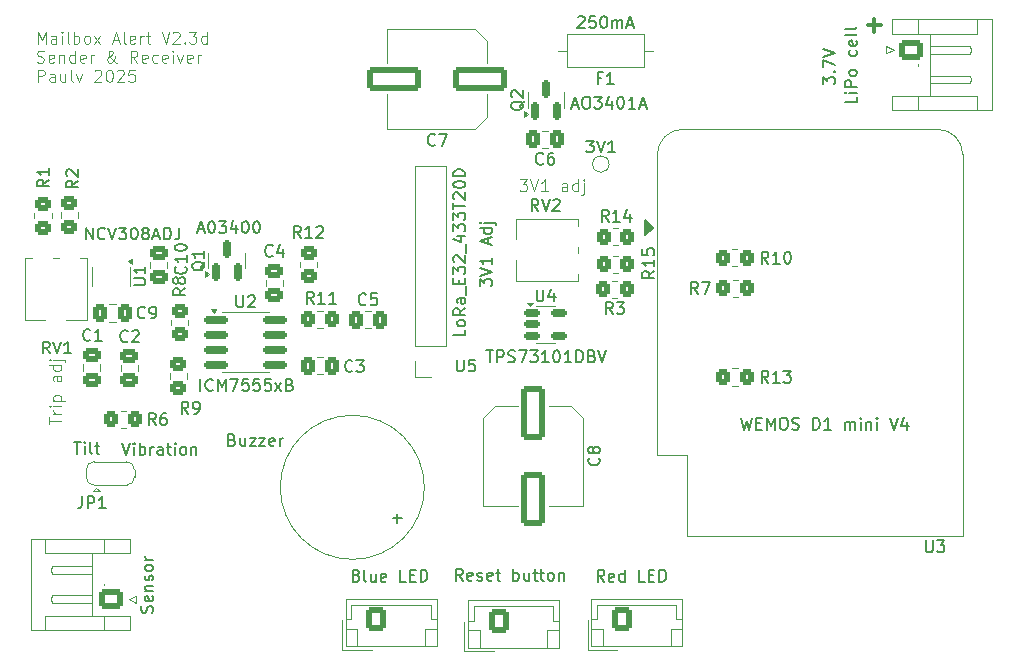
<source format=gbr>
%TF.GenerationSoftware,KiCad,Pcbnew,8.0.7*%
%TF.CreationDate,2025-02-17T10:06:14+01:00*%
%TF.ProjectId,Mail-box,4d61696c-2d62-46f7-982e-6b696361645f,rev?*%
%TF.SameCoordinates,Original*%
%TF.FileFunction,Legend,Top*%
%TF.FilePolarity,Positive*%
%FSLAX46Y46*%
G04 Gerber Fmt 4.6, Leading zero omitted, Abs format (unit mm)*
G04 Created by KiCad (PCBNEW 8.0.7) date 2025-02-17 10:06:14*
%MOMM*%
%LPD*%
G01*
G04 APERTURE LIST*
G04 Aperture macros list*
%AMRoundRect*
0 Rectangle with rounded corners*
0 $1 Rounding radius*
0 $2 $3 $4 $5 $6 $7 $8 $9 X,Y pos of 4 corners*
0 Add a 4 corners polygon primitive as box body*
4,1,4,$2,$3,$4,$5,$6,$7,$8,$9,$2,$3,0*
0 Add four circle primitives for the rounded corners*
1,1,$1+$1,$2,$3*
1,1,$1+$1,$4,$5*
1,1,$1+$1,$6,$7*
1,1,$1+$1,$8,$9*
0 Add four rect primitives between the rounded corners*
20,1,$1+$1,$2,$3,$4,$5,0*
20,1,$1+$1,$4,$5,$6,$7,0*
20,1,$1+$1,$6,$7,$8,$9,0*
20,1,$1+$1,$8,$9,$2,$3,0*%
%AMFreePoly0*
4,1,19,0.550000,-0.750000,0.000000,-0.750000,0.000000,-0.744911,-0.071157,-0.744911,-0.207708,-0.704816,-0.327430,-0.627875,-0.420627,-0.520320,-0.479746,-0.390866,-0.500000,-0.250000,-0.500000,0.250000,-0.479746,0.390866,-0.420627,0.520320,-0.327430,0.627875,-0.207708,0.704816,-0.071157,0.744911,0.000000,0.744911,0.000000,0.750000,0.550000,0.750000,0.550000,-0.750000,0.550000,-0.750000,
$1*%
%AMFreePoly1*
4,1,19,0.000000,0.744911,0.071157,0.744911,0.207708,0.704816,0.327430,0.627875,0.420627,0.520320,0.479746,0.390866,0.500000,0.250000,0.500000,-0.250000,0.479746,-0.390866,0.420627,-0.520320,0.327430,-0.627875,0.207708,-0.704816,0.071157,-0.744911,0.000000,-0.744911,0.000000,-0.750000,-0.550000,-0.750000,-0.550000,0.750000,0.000000,0.750000,0.000000,0.744911,0.000000,0.744911,
$1*%
G04 Aperture macros list end*
%ADD10C,0.100000*%
%ADD11C,0.200000*%
%ADD12C,0.300000*%
%ADD13C,0.150000*%
%ADD14C,0.120000*%
%ADD15C,1.000000*%
%ADD16RoundRect,0.250001X1.999999X0.799999X-1.999999X0.799999X-1.999999X-0.799999X1.999999X-0.799999X0*%
%ADD17RoundRect,0.250000X0.450000X-0.350000X0.450000X0.350000X-0.450000X0.350000X-0.450000X-0.350000X0*%
%ADD18RoundRect,0.250000X-0.450000X0.350000X-0.450000X-0.350000X0.450000X-0.350000X0.450000X0.350000X0*%
%ADD19C,3.200000*%
%ADD20RoundRect,0.250000X-0.600000X-0.750000X0.600000X-0.750000X0.600000X0.750000X-0.600000X0.750000X0*%
%ADD21O,1.700000X2.000000*%
%ADD22RoundRect,0.250000X0.750000X-0.600000X0.750000X0.600000X-0.750000X0.600000X-0.750000X-0.600000X0*%
%ADD23O,2.000000X1.700000*%
%ADD24RoundRect,0.250000X-0.337500X-0.475000X0.337500X-0.475000X0.337500X0.475000X-0.337500X0.475000X0*%
%ADD25R,2.000000X2.000000*%
%ADD26O,2.000000X1.600000*%
%ADD27RoundRect,0.150000X0.150000X-0.587500X0.150000X0.587500X-0.150000X0.587500X-0.150000X-0.587500X0*%
%ADD28RoundRect,0.250000X0.475000X-0.337500X0.475000X0.337500X-0.475000X0.337500X-0.475000X-0.337500X0*%
%ADD29RoundRect,0.250000X-0.750000X0.600000X-0.750000X-0.600000X0.750000X-0.600000X0.750000X0.600000X0*%
%ADD30RoundRect,0.150000X-0.825000X-0.150000X0.825000X-0.150000X0.825000X0.150000X-0.825000X0.150000X0*%
%ADD31RoundRect,0.250000X0.337500X0.475000X-0.337500X0.475000X-0.337500X-0.475000X0.337500X-0.475000X0*%
%ADD32R,1.700000X1.700000*%
%ADD33O,1.700000X1.700000*%
%ADD34RoundRect,0.150000X-0.512500X-0.150000X0.512500X-0.150000X0.512500X0.150000X-0.512500X0.150000X0*%
%ADD35RoundRect,0.250000X-0.350000X-0.450000X0.350000X-0.450000X0.350000X0.450000X-0.350000X0.450000X0*%
%ADD36C,2.000000*%
%ADD37FreePoly0,0.000000*%
%ADD38R,1.000000X1.500000*%
%ADD39FreePoly1,0.000000*%
%ADD40C,1.600000*%
%ADD41O,1.600000X1.600000*%
%ADD42RoundRect,0.250000X0.350000X0.450000X-0.350000X0.450000X-0.350000X-0.450000X0.350000X-0.450000X0*%
%ADD43R,1.300000X1.300000*%
%ADD44R,1.300000X2.000000*%
%ADD45R,0.510000X0.700000*%
%ADD46R,2.000000X1.300000*%
%ADD47RoundRect,0.250001X-0.799999X1.999999X-0.799999X-1.999999X0.799999X-1.999999X0.799999X1.999999X0*%
G04 APERTURE END LIST*
D10*
X81552419Y-105808972D02*
X81552419Y-105237544D01*
X82552419Y-105523258D02*
X81552419Y-105523258D01*
X82552419Y-104904210D02*
X81885752Y-104904210D01*
X82076228Y-104904210D02*
X81980990Y-104856591D01*
X81980990Y-104856591D02*
X81933371Y-104808972D01*
X81933371Y-104808972D02*
X81885752Y-104713734D01*
X81885752Y-104713734D02*
X81885752Y-104618496D01*
X82552419Y-104285162D02*
X81885752Y-104285162D01*
X81552419Y-104285162D02*
X81600038Y-104332781D01*
X81600038Y-104332781D02*
X81647657Y-104285162D01*
X81647657Y-104285162D02*
X81600038Y-104237543D01*
X81600038Y-104237543D02*
X81552419Y-104285162D01*
X81552419Y-104285162D02*
X81647657Y-104285162D01*
X81885752Y-103808972D02*
X82885752Y-103808972D01*
X81933371Y-103808972D02*
X81885752Y-103713734D01*
X81885752Y-103713734D02*
X81885752Y-103523258D01*
X81885752Y-103523258D02*
X81933371Y-103428020D01*
X81933371Y-103428020D02*
X81980990Y-103380401D01*
X81980990Y-103380401D02*
X82076228Y-103332782D01*
X82076228Y-103332782D02*
X82361942Y-103332782D01*
X82361942Y-103332782D02*
X82457180Y-103380401D01*
X82457180Y-103380401D02*
X82504800Y-103428020D01*
X82504800Y-103428020D02*
X82552419Y-103523258D01*
X82552419Y-103523258D02*
X82552419Y-103713734D01*
X82552419Y-103713734D02*
X82504800Y-103808972D01*
X82552419Y-101713734D02*
X82028609Y-101713734D01*
X82028609Y-101713734D02*
X81933371Y-101761353D01*
X81933371Y-101761353D02*
X81885752Y-101856591D01*
X81885752Y-101856591D02*
X81885752Y-102047067D01*
X81885752Y-102047067D02*
X81933371Y-102142305D01*
X82504800Y-101713734D02*
X82552419Y-101808972D01*
X82552419Y-101808972D02*
X82552419Y-102047067D01*
X82552419Y-102047067D02*
X82504800Y-102142305D01*
X82504800Y-102142305D02*
X82409561Y-102189924D01*
X82409561Y-102189924D02*
X82314323Y-102189924D01*
X82314323Y-102189924D02*
X82219085Y-102142305D01*
X82219085Y-102142305D02*
X82171466Y-102047067D01*
X82171466Y-102047067D02*
X82171466Y-101808972D01*
X82171466Y-101808972D02*
X82123847Y-101713734D01*
X82552419Y-100808972D02*
X81552419Y-100808972D01*
X82504800Y-100808972D02*
X82552419Y-100904210D01*
X82552419Y-100904210D02*
X82552419Y-101094686D01*
X82552419Y-101094686D02*
X82504800Y-101189924D01*
X82504800Y-101189924D02*
X82457180Y-101237543D01*
X82457180Y-101237543D02*
X82361942Y-101285162D01*
X82361942Y-101285162D02*
X82076228Y-101285162D01*
X82076228Y-101285162D02*
X81980990Y-101237543D01*
X81980990Y-101237543D02*
X81933371Y-101189924D01*
X81933371Y-101189924D02*
X81885752Y-101094686D01*
X81885752Y-101094686D02*
X81885752Y-100904210D01*
X81885752Y-100904210D02*
X81933371Y-100808972D01*
X81885752Y-100332781D02*
X82742895Y-100332781D01*
X82742895Y-100332781D02*
X82838133Y-100380400D01*
X82838133Y-100380400D02*
X82885752Y-100475638D01*
X82885752Y-100475638D02*
X82885752Y-100523257D01*
X81552419Y-100332781D02*
X81600038Y-100380400D01*
X81600038Y-100380400D02*
X81647657Y-100332781D01*
X81647657Y-100332781D02*
X81600038Y-100285162D01*
X81600038Y-100285162D02*
X81552419Y-100332781D01*
X81552419Y-100332781D02*
X81647657Y-100332781D01*
D11*
X87716816Y-107397219D02*
X88050149Y-108397219D01*
X88050149Y-108397219D02*
X88383482Y-107397219D01*
X88716816Y-108397219D02*
X88716816Y-107730552D01*
X88716816Y-107397219D02*
X88669197Y-107444838D01*
X88669197Y-107444838D02*
X88716816Y-107492457D01*
X88716816Y-107492457D02*
X88764435Y-107444838D01*
X88764435Y-107444838D02*
X88716816Y-107397219D01*
X88716816Y-107397219D02*
X88716816Y-107492457D01*
X89193006Y-108397219D02*
X89193006Y-107397219D01*
X89193006Y-107778171D02*
X89288244Y-107730552D01*
X89288244Y-107730552D02*
X89478720Y-107730552D01*
X89478720Y-107730552D02*
X89573958Y-107778171D01*
X89573958Y-107778171D02*
X89621577Y-107825790D01*
X89621577Y-107825790D02*
X89669196Y-107921028D01*
X89669196Y-107921028D02*
X89669196Y-108206742D01*
X89669196Y-108206742D02*
X89621577Y-108301980D01*
X89621577Y-108301980D02*
X89573958Y-108349600D01*
X89573958Y-108349600D02*
X89478720Y-108397219D01*
X89478720Y-108397219D02*
X89288244Y-108397219D01*
X89288244Y-108397219D02*
X89193006Y-108349600D01*
X90097768Y-108397219D02*
X90097768Y-107730552D01*
X90097768Y-107921028D02*
X90145387Y-107825790D01*
X90145387Y-107825790D02*
X90193006Y-107778171D01*
X90193006Y-107778171D02*
X90288244Y-107730552D01*
X90288244Y-107730552D02*
X90383482Y-107730552D01*
X91145387Y-108397219D02*
X91145387Y-107873409D01*
X91145387Y-107873409D02*
X91097768Y-107778171D01*
X91097768Y-107778171D02*
X91002530Y-107730552D01*
X91002530Y-107730552D02*
X90812054Y-107730552D01*
X90812054Y-107730552D02*
X90716816Y-107778171D01*
X91145387Y-108349600D02*
X91050149Y-108397219D01*
X91050149Y-108397219D02*
X90812054Y-108397219D01*
X90812054Y-108397219D02*
X90716816Y-108349600D01*
X90716816Y-108349600D02*
X90669197Y-108254361D01*
X90669197Y-108254361D02*
X90669197Y-108159123D01*
X90669197Y-108159123D02*
X90716816Y-108063885D01*
X90716816Y-108063885D02*
X90812054Y-108016266D01*
X90812054Y-108016266D02*
X91050149Y-108016266D01*
X91050149Y-108016266D02*
X91145387Y-107968647D01*
X91478721Y-107730552D02*
X91859673Y-107730552D01*
X91621578Y-107397219D02*
X91621578Y-108254361D01*
X91621578Y-108254361D02*
X91669197Y-108349600D01*
X91669197Y-108349600D02*
X91764435Y-108397219D01*
X91764435Y-108397219D02*
X91859673Y-108397219D01*
X92193007Y-108397219D02*
X92193007Y-107730552D01*
X92193007Y-107397219D02*
X92145388Y-107444838D01*
X92145388Y-107444838D02*
X92193007Y-107492457D01*
X92193007Y-107492457D02*
X92240626Y-107444838D01*
X92240626Y-107444838D02*
X92193007Y-107397219D01*
X92193007Y-107397219D02*
X92193007Y-107492457D01*
X92812054Y-108397219D02*
X92716816Y-108349600D01*
X92716816Y-108349600D02*
X92669197Y-108301980D01*
X92669197Y-108301980D02*
X92621578Y-108206742D01*
X92621578Y-108206742D02*
X92621578Y-107921028D01*
X92621578Y-107921028D02*
X92669197Y-107825790D01*
X92669197Y-107825790D02*
X92716816Y-107778171D01*
X92716816Y-107778171D02*
X92812054Y-107730552D01*
X92812054Y-107730552D02*
X92954911Y-107730552D01*
X92954911Y-107730552D02*
X93050149Y-107778171D01*
X93050149Y-107778171D02*
X93097768Y-107825790D01*
X93097768Y-107825790D02*
X93145387Y-107921028D01*
X93145387Y-107921028D02*
X93145387Y-108206742D01*
X93145387Y-108206742D02*
X93097768Y-108301980D01*
X93097768Y-108301980D02*
X93050149Y-108349600D01*
X93050149Y-108349600D02*
X92954911Y-108397219D01*
X92954911Y-108397219D02*
X92812054Y-108397219D01*
X93573959Y-107730552D02*
X93573959Y-108397219D01*
X93573959Y-107825790D02*
X93621578Y-107778171D01*
X93621578Y-107778171D02*
X93716816Y-107730552D01*
X93716816Y-107730552D02*
X93859673Y-107730552D01*
X93859673Y-107730552D02*
X93954911Y-107778171D01*
X93954911Y-107778171D02*
X94002530Y-107873409D01*
X94002530Y-107873409D02*
X94002530Y-108397219D01*
X147047219Y-77025564D02*
X147047219Y-76406517D01*
X147047219Y-76406517D02*
X147428171Y-76739850D01*
X147428171Y-76739850D02*
X147428171Y-76596993D01*
X147428171Y-76596993D02*
X147475790Y-76501755D01*
X147475790Y-76501755D02*
X147523409Y-76454136D01*
X147523409Y-76454136D02*
X147618647Y-76406517D01*
X147618647Y-76406517D02*
X147856742Y-76406517D01*
X147856742Y-76406517D02*
X147951980Y-76454136D01*
X147951980Y-76454136D02*
X147999600Y-76501755D01*
X147999600Y-76501755D02*
X148047219Y-76596993D01*
X148047219Y-76596993D02*
X148047219Y-76882707D01*
X148047219Y-76882707D02*
X147999600Y-76977945D01*
X147999600Y-76977945D02*
X147951980Y-77025564D01*
X147951980Y-75977945D02*
X147999600Y-75930326D01*
X147999600Y-75930326D02*
X148047219Y-75977945D01*
X148047219Y-75977945D02*
X147999600Y-76025564D01*
X147999600Y-76025564D02*
X147951980Y-75977945D01*
X147951980Y-75977945D02*
X148047219Y-75977945D01*
X147047219Y-75596993D02*
X147047219Y-74930327D01*
X147047219Y-74930327D02*
X148047219Y-75358898D01*
X147047219Y-74692231D02*
X148047219Y-74358898D01*
X148047219Y-74358898D02*
X147047219Y-74025565D01*
D10*
X80573884Y-73582531D02*
X80573884Y-72582531D01*
X80573884Y-72582531D02*
X80907217Y-73296816D01*
X80907217Y-73296816D02*
X81240550Y-72582531D01*
X81240550Y-72582531D02*
X81240550Y-73582531D01*
X82145312Y-73582531D02*
X82145312Y-73058721D01*
X82145312Y-73058721D02*
X82097693Y-72963483D01*
X82097693Y-72963483D02*
X82002455Y-72915864D01*
X82002455Y-72915864D02*
X81811979Y-72915864D01*
X81811979Y-72915864D02*
X81716741Y-72963483D01*
X82145312Y-73534912D02*
X82050074Y-73582531D01*
X82050074Y-73582531D02*
X81811979Y-73582531D01*
X81811979Y-73582531D02*
X81716741Y-73534912D01*
X81716741Y-73534912D02*
X81669122Y-73439673D01*
X81669122Y-73439673D02*
X81669122Y-73344435D01*
X81669122Y-73344435D02*
X81716741Y-73249197D01*
X81716741Y-73249197D02*
X81811979Y-73201578D01*
X81811979Y-73201578D02*
X82050074Y-73201578D01*
X82050074Y-73201578D02*
X82145312Y-73153959D01*
X82621503Y-73582531D02*
X82621503Y-72915864D01*
X82621503Y-72582531D02*
X82573884Y-72630150D01*
X82573884Y-72630150D02*
X82621503Y-72677769D01*
X82621503Y-72677769D02*
X82669122Y-72630150D01*
X82669122Y-72630150D02*
X82621503Y-72582531D01*
X82621503Y-72582531D02*
X82621503Y-72677769D01*
X83240550Y-73582531D02*
X83145312Y-73534912D01*
X83145312Y-73534912D02*
X83097693Y-73439673D01*
X83097693Y-73439673D02*
X83097693Y-72582531D01*
X83621503Y-73582531D02*
X83621503Y-72582531D01*
X83621503Y-72963483D02*
X83716741Y-72915864D01*
X83716741Y-72915864D02*
X83907217Y-72915864D01*
X83907217Y-72915864D02*
X84002455Y-72963483D01*
X84002455Y-72963483D02*
X84050074Y-73011102D01*
X84050074Y-73011102D02*
X84097693Y-73106340D01*
X84097693Y-73106340D02*
X84097693Y-73392054D01*
X84097693Y-73392054D02*
X84050074Y-73487292D01*
X84050074Y-73487292D02*
X84002455Y-73534912D01*
X84002455Y-73534912D02*
X83907217Y-73582531D01*
X83907217Y-73582531D02*
X83716741Y-73582531D01*
X83716741Y-73582531D02*
X83621503Y-73534912D01*
X84669122Y-73582531D02*
X84573884Y-73534912D01*
X84573884Y-73534912D02*
X84526265Y-73487292D01*
X84526265Y-73487292D02*
X84478646Y-73392054D01*
X84478646Y-73392054D02*
X84478646Y-73106340D01*
X84478646Y-73106340D02*
X84526265Y-73011102D01*
X84526265Y-73011102D02*
X84573884Y-72963483D01*
X84573884Y-72963483D02*
X84669122Y-72915864D01*
X84669122Y-72915864D02*
X84811979Y-72915864D01*
X84811979Y-72915864D02*
X84907217Y-72963483D01*
X84907217Y-72963483D02*
X84954836Y-73011102D01*
X84954836Y-73011102D02*
X85002455Y-73106340D01*
X85002455Y-73106340D02*
X85002455Y-73392054D01*
X85002455Y-73392054D02*
X84954836Y-73487292D01*
X84954836Y-73487292D02*
X84907217Y-73534912D01*
X84907217Y-73534912D02*
X84811979Y-73582531D01*
X84811979Y-73582531D02*
X84669122Y-73582531D01*
X85335789Y-73582531D02*
X85859598Y-72915864D01*
X85335789Y-72915864D02*
X85859598Y-73582531D01*
X86954837Y-73296816D02*
X87431027Y-73296816D01*
X86859599Y-73582531D02*
X87192932Y-72582531D01*
X87192932Y-72582531D02*
X87526265Y-73582531D01*
X88002456Y-73582531D02*
X87907218Y-73534912D01*
X87907218Y-73534912D02*
X87859599Y-73439673D01*
X87859599Y-73439673D02*
X87859599Y-72582531D01*
X88764361Y-73534912D02*
X88669123Y-73582531D01*
X88669123Y-73582531D02*
X88478647Y-73582531D01*
X88478647Y-73582531D02*
X88383409Y-73534912D01*
X88383409Y-73534912D02*
X88335790Y-73439673D01*
X88335790Y-73439673D02*
X88335790Y-73058721D01*
X88335790Y-73058721D02*
X88383409Y-72963483D01*
X88383409Y-72963483D02*
X88478647Y-72915864D01*
X88478647Y-72915864D02*
X88669123Y-72915864D01*
X88669123Y-72915864D02*
X88764361Y-72963483D01*
X88764361Y-72963483D02*
X88811980Y-73058721D01*
X88811980Y-73058721D02*
X88811980Y-73153959D01*
X88811980Y-73153959D02*
X88335790Y-73249197D01*
X89240552Y-73582531D02*
X89240552Y-72915864D01*
X89240552Y-73106340D02*
X89288171Y-73011102D01*
X89288171Y-73011102D02*
X89335790Y-72963483D01*
X89335790Y-72963483D02*
X89431028Y-72915864D01*
X89431028Y-72915864D02*
X89526266Y-72915864D01*
X89716743Y-72915864D02*
X90097695Y-72915864D01*
X89859600Y-72582531D02*
X89859600Y-73439673D01*
X89859600Y-73439673D02*
X89907219Y-73534912D01*
X89907219Y-73534912D02*
X90002457Y-73582531D01*
X90002457Y-73582531D02*
X90097695Y-73582531D01*
X91050077Y-72582531D02*
X91383410Y-73582531D01*
X91383410Y-73582531D02*
X91716743Y-72582531D01*
X92002458Y-72677769D02*
X92050077Y-72630150D01*
X92050077Y-72630150D02*
X92145315Y-72582531D01*
X92145315Y-72582531D02*
X92383410Y-72582531D01*
X92383410Y-72582531D02*
X92478648Y-72630150D01*
X92478648Y-72630150D02*
X92526267Y-72677769D01*
X92526267Y-72677769D02*
X92573886Y-72773007D01*
X92573886Y-72773007D02*
X92573886Y-72868245D01*
X92573886Y-72868245D02*
X92526267Y-73011102D01*
X92526267Y-73011102D02*
X91954839Y-73582531D01*
X91954839Y-73582531D02*
X92573886Y-73582531D01*
X93002458Y-73487292D02*
X93050077Y-73534912D01*
X93050077Y-73534912D02*
X93002458Y-73582531D01*
X93002458Y-73582531D02*
X92954839Y-73534912D01*
X92954839Y-73534912D02*
X93002458Y-73487292D01*
X93002458Y-73487292D02*
X93002458Y-73582531D01*
X93383410Y-72582531D02*
X94002457Y-72582531D01*
X94002457Y-72582531D02*
X93669124Y-72963483D01*
X93669124Y-72963483D02*
X93811981Y-72963483D01*
X93811981Y-72963483D02*
X93907219Y-73011102D01*
X93907219Y-73011102D02*
X93954838Y-73058721D01*
X93954838Y-73058721D02*
X94002457Y-73153959D01*
X94002457Y-73153959D02*
X94002457Y-73392054D01*
X94002457Y-73392054D02*
X93954838Y-73487292D01*
X93954838Y-73487292D02*
X93907219Y-73534912D01*
X93907219Y-73534912D02*
X93811981Y-73582531D01*
X93811981Y-73582531D02*
X93526267Y-73582531D01*
X93526267Y-73582531D02*
X93431029Y-73534912D01*
X93431029Y-73534912D02*
X93383410Y-73487292D01*
X94859600Y-73582531D02*
X94859600Y-72582531D01*
X94859600Y-73534912D02*
X94764362Y-73582531D01*
X94764362Y-73582531D02*
X94573886Y-73582531D01*
X94573886Y-73582531D02*
X94478648Y-73534912D01*
X94478648Y-73534912D02*
X94431029Y-73487292D01*
X94431029Y-73487292D02*
X94383410Y-73392054D01*
X94383410Y-73392054D02*
X94383410Y-73106340D01*
X94383410Y-73106340D02*
X94431029Y-73011102D01*
X94431029Y-73011102D02*
X94478648Y-72963483D01*
X94478648Y-72963483D02*
X94573886Y-72915864D01*
X94573886Y-72915864D02*
X94764362Y-72915864D01*
X94764362Y-72915864D02*
X94859600Y-72963483D01*
X80526265Y-75144856D02*
X80669122Y-75192475D01*
X80669122Y-75192475D02*
X80907217Y-75192475D01*
X80907217Y-75192475D02*
X81002455Y-75144856D01*
X81002455Y-75144856D02*
X81050074Y-75097236D01*
X81050074Y-75097236D02*
X81097693Y-75001998D01*
X81097693Y-75001998D02*
X81097693Y-74906760D01*
X81097693Y-74906760D02*
X81050074Y-74811522D01*
X81050074Y-74811522D02*
X81002455Y-74763903D01*
X81002455Y-74763903D02*
X80907217Y-74716284D01*
X80907217Y-74716284D02*
X80716741Y-74668665D01*
X80716741Y-74668665D02*
X80621503Y-74621046D01*
X80621503Y-74621046D02*
X80573884Y-74573427D01*
X80573884Y-74573427D02*
X80526265Y-74478189D01*
X80526265Y-74478189D02*
X80526265Y-74382951D01*
X80526265Y-74382951D02*
X80573884Y-74287713D01*
X80573884Y-74287713D02*
X80621503Y-74240094D01*
X80621503Y-74240094D02*
X80716741Y-74192475D01*
X80716741Y-74192475D02*
X80954836Y-74192475D01*
X80954836Y-74192475D02*
X81097693Y-74240094D01*
X81907217Y-75144856D02*
X81811979Y-75192475D01*
X81811979Y-75192475D02*
X81621503Y-75192475D01*
X81621503Y-75192475D02*
X81526265Y-75144856D01*
X81526265Y-75144856D02*
X81478646Y-75049617D01*
X81478646Y-75049617D02*
X81478646Y-74668665D01*
X81478646Y-74668665D02*
X81526265Y-74573427D01*
X81526265Y-74573427D02*
X81621503Y-74525808D01*
X81621503Y-74525808D02*
X81811979Y-74525808D01*
X81811979Y-74525808D02*
X81907217Y-74573427D01*
X81907217Y-74573427D02*
X81954836Y-74668665D01*
X81954836Y-74668665D02*
X81954836Y-74763903D01*
X81954836Y-74763903D02*
X81478646Y-74859141D01*
X82383408Y-74525808D02*
X82383408Y-75192475D01*
X82383408Y-74621046D02*
X82431027Y-74573427D01*
X82431027Y-74573427D02*
X82526265Y-74525808D01*
X82526265Y-74525808D02*
X82669122Y-74525808D01*
X82669122Y-74525808D02*
X82764360Y-74573427D01*
X82764360Y-74573427D02*
X82811979Y-74668665D01*
X82811979Y-74668665D02*
X82811979Y-75192475D01*
X83716741Y-75192475D02*
X83716741Y-74192475D01*
X83716741Y-75144856D02*
X83621503Y-75192475D01*
X83621503Y-75192475D02*
X83431027Y-75192475D01*
X83431027Y-75192475D02*
X83335789Y-75144856D01*
X83335789Y-75144856D02*
X83288170Y-75097236D01*
X83288170Y-75097236D02*
X83240551Y-75001998D01*
X83240551Y-75001998D02*
X83240551Y-74716284D01*
X83240551Y-74716284D02*
X83288170Y-74621046D01*
X83288170Y-74621046D02*
X83335789Y-74573427D01*
X83335789Y-74573427D02*
X83431027Y-74525808D01*
X83431027Y-74525808D02*
X83621503Y-74525808D01*
X83621503Y-74525808D02*
X83716741Y-74573427D01*
X84573884Y-75144856D02*
X84478646Y-75192475D01*
X84478646Y-75192475D02*
X84288170Y-75192475D01*
X84288170Y-75192475D02*
X84192932Y-75144856D01*
X84192932Y-75144856D02*
X84145313Y-75049617D01*
X84145313Y-75049617D02*
X84145313Y-74668665D01*
X84145313Y-74668665D02*
X84192932Y-74573427D01*
X84192932Y-74573427D02*
X84288170Y-74525808D01*
X84288170Y-74525808D02*
X84478646Y-74525808D01*
X84478646Y-74525808D02*
X84573884Y-74573427D01*
X84573884Y-74573427D02*
X84621503Y-74668665D01*
X84621503Y-74668665D02*
X84621503Y-74763903D01*
X84621503Y-74763903D02*
X84145313Y-74859141D01*
X85050075Y-75192475D02*
X85050075Y-74525808D01*
X85050075Y-74716284D02*
X85097694Y-74621046D01*
X85097694Y-74621046D02*
X85145313Y-74573427D01*
X85145313Y-74573427D02*
X85240551Y-74525808D01*
X85240551Y-74525808D02*
X85335789Y-74525808D01*
X87240552Y-75192475D02*
X87192933Y-75192475D01*
X87192933Y-75192475D02*
X87097694Y-75144856D01*
X87097694Y-75144856D02*
X86954837Y-75001998D01*
X86954837Y-75001998D02*
X86716742Y-74716284D01*
X86716742Y-74716284D02*
X86621504Y-74573427D01*
X86621504Y-74573427D02*
X86573885Y-74430570D01*
X86573885Y-74430570D02*
X86573885Y-74335332D01*
X86573885Y-74335332D02*
X86621504Y-74240094D01*
X86621504Y-74240094D02*
X86716742Y-74192475D01*
X86716742Y-74192475D02*
X86764361Y-74192475D01*
X86764361Y-74192475D02*
X86859599Y-74240094D01*
X86859599Y-74240094D02*
X86907218Y-74335332D01*
X86907218Y-74335332D02*
X86907218Y-74382951D01*
X86907218Y-74382951D02*
X86859599Y-74478189D01*
X86859599Y-74478189D02*
X86811980Y-74525808D01*
X86811980Y-74525808D02*
X86526266Y-74716284D01*
X86526266Y-74716284D02*
X86478647Y-74763903D01*
X86478647Y-74763903D02*
X86431028Y-74859141D01*
X86431028Y-74859141D02*
X86431028Y-75001998D01*
X86431028Y-75001998D02*
X86478647Y-75097236D01*
X86478647Y-75097236D02*
X86526266Y-75144856D01*
X86526266Y-75144856D02*
X86621504Y-75192475D01*
X86621504Y-75192475D02*
X86764361Y-75192475D01*
X86764361Y-75192475D02*
X86859599Y-75144856D01*
X86859599Y-75144856D02*
X86907218Y-75097236D01*
X86907218Y-75097236D02*
X87050075Y-74906760D01*
X87050075Y-74906760D02*
X87097694Y-74763903D01*
X87097694Y-74763903D02*
X87097694Y-74668665D01*
X89002456Y-75192475D02*
X88669123Y-74716284D01*
X88431028Y-75192475D02*
X88431028Y-74192475D01*
X88431028Y-74192475D02*
X88811980Y-74192475D01*
X88811980Y-74192475D02*
X88907218Y-74240094D01*
X88907218Y-74240094D02*
X88954837Y-74287713D01*
X88954837Y-74287713D02*
X89002456Y-74382951D01*
X89002456Y-74382951D02*
X89002456Y-74525808D01*
X89002456Y-74525808D02*
X88954837Y-74621046D01*
X88954837Y-74621046D02*
X88907218Y-74668665D01*
X88907218Y-74668665D02*
X88811980Y-74716284D01*
X88811980Y-74716284D02*
X88431028Y-74716284D01*
X89811980Y-75144856D02*
X89716742Y-75192475D01*
X89716742Y-75192475D02*
X89526266Y-75192475D01*
X89526266Y-75192475D02*
X89431028Y-75144856D01*
X89431028Y-75144856D02*
X89383409Y-75049617D01*
X89383409Y-75049617D02*
X89383409Y-74668665D01*
X89383409Y-74668665D02*
X89431028Y-74573427D01*
X89431028Y-74573427D02*
X89526266Y-74525808D01*
X89526266Y-74525808D02*
X89716742Y-74525808D01*
X89716742Y-74525808D02*
X89811980Y-74573427D01*
X89811980Y-74573427D02*
X89859599Y-74668665D01*
X89859599Y-74668665D02*
X89859599Y-74763903D01*
X89859599Y-74763903D02*
X89383409Y-74859141D01*
X90716742Y-75144856D02*
X90621504Y-75192475D01*
X90621504Y-75192475D02*
X90431028Y-75192475D01*
X90431028Y-75192475D02*
X90335790Y-75144856D01*
X90335790Y-75144856D02*
X90288171Y-75097236D01*
X90288171Y-75097236D02*
X90240552Y-75001998D01*
X90240552Y-75001998D02*
X90240552Y-74716284D01*
X90240552Y-74716284D02*
X90288171Y-74621046D01*
X90288171Y-74621046D02*
X90335790Y-74573427D01*
X90335790Y-74573427D02*
X90431028Y-74525808D01*
X90431028Y-74525808D02*
X90621504Y-74525808D01*
X90621504Y-74525808D02*
X90716742Y-74573427D01*
X91526266Y-75144856D02*
X91431028Y-75192475D01*
X91431028Y-75192475D02*
X91240552Y-75192475D01*
X91240552Y-75192475D02*
X91145314Y-75144856D01*
X91145314Y-75144856D02*
X91097695Y-75049617D01*
X91097695Y-75049617D02*
X91097695Y-74668665D01*
X91097695Y-74668665D02*
X91145314Y-74573427D01*
X91145314Y-74573427D02*
X91240552Y-74525808D01*
X91240552Y-74525808D02*
X91431028Y-74525808D01*
X91431028Y-74525808D02*
X91526266Y-74573427D01*
X91526266Y-74573427D02*
X91573885Y-74668665D01*
X91573885Y-74668665D02*
X91573885Y-74763903D01*
X91573885Y-74763903D02*
X91097695Y-74859141D01*
X92002457Y-75192475D02*
X92002457Y-74525808D01*
X92002457Y-74192475D02*
X91954838Y-74240094D01*
X91954838Y-74240094D02*
X92002457Y-74287713D01*
X92002457Y-74287713D02*
X92050076Y-74240094D01*
X92050076Y-74240094D02*
X92002457Y-74192475D01*
X92002457Y-74192475D02*
X92002457Y-74287713D01*
X92383409Y-74525808D02*
X92621504Y-75192475D01*
X92621504Y-75192475D02*
X92859599Y-74525808D01*
X93621504Y-75144856D02*
X93526266Y-75192475D01*
X93526266Y-75192475D02*
X93335790Y-75192475D01*
X93335790Y-75192475D02*
X93240552Y-75144856D01*
X93240552Y-75144856D02*
X93192933Y-75049617D01*
X93192933Y-75049617D02*
X93192933Y-74668665D01*
X93192933Y-74668665D02*
X93240552Y-74573427D01*
X93240552Y-74573427D02*
X93335790Y-74525808D01*
X93335790Y-74525808D02*
X93526266Y-74525808D01*
X93526266Y-74525808D02*
X93621504Y-74573427D01*
X93621504Y-74573427D02*
X93669123Y-74668665D01*
X93669123Y-74668665D02*
X93669123Y-74763903D01*
X93669123Y-74763903D02*
X93192933Y-74859141D01*
X94097695Y-75192475D02*
X94097695Y-74525808D01*
X94097695Y-74716284D02*
X94145314Y-74621046D01*
X94145314Y-74621046D02*
X94192933Y-74573427D01*
X94192933Y-74573427D02*
X94288171Y-74525808D01*
X94288171Y-74525808D02*
X94383409Y-74525808D01*
X80573884Y-76802419D02*
X80573884Y-75802419D01*
X80573884Y-75802419D02*
X80954836Y-75802419D01*
X80954836Y-75802419D02*
X81050074Y-75850038D01*
X81050074Y-75850038D02*
X81097693Y-75897657D01*
X81097693Y-75897657D02*
X81145312Y-75992895D01*
X81145312Y-75992895D02*
X81145312Y-76135752D01*
X81145312Y-76135752D02*
X81097693Y-76230990D01*
X81097693Y-76230990D02*
X81050074Y-76278609D01*
X81050074Y-76278609D02*
X80954836Y-76326228D01*
X80954836Y-76326228D02*
X80573884Y-76326228D01*
X82002455Y-76802419D02*
X82002455Y-76278609D01*
X82002455Y-76278609D02*
X81954836Y-76183371D01*
X81954836Y-76183371D02*
X81859598Y-76135752D01*
X81859598Y-76135752D02*
X81669122Y-76135752D01*
X81669122Y-76135752D02*
X81573884Y-76183371D01*
X82002455Y-76754800D02*
X81907217Y-76802419D01*
X81907217Y-76802419D02*
X81669122Y-76802419D01*
X81669122Y-76802419D02*
X81573884Y-76754800D01*
X81573884Y-76754800D02*
X81526265Y-76659561D01*
X81526265Y-76659561D02*
X81526265Y-76564323D01*
X81526265Y-76564323D02*
X81573884Y-76469085D01*
X81573884Y-76469085D02*
X81669122Y-76421466D01*
X81669122Y-76421466D02*
X81907217Y-76421466D01*
X81907217Y-76421466D02*
X82002455Y-76373847D01*
X82907217Y-76135752D02*
X82907217Y-76802419D01*
X82478646Y-76135752D02*
X82478646Y-76659561D01*
X82478646Y-76659561D02*
X82526265Y-76754800D01*
X82526265Y-76754800D02*
X82621503Y-76802419D01*
X82621503Y-76802419D02*
X82764360Y-76802419D01*
X82764360Y-76802419D02*
X82859598Y-76754800D01*
X82859598Y-76754800D02*
X82907217Y-76707180D01*
X83526265Y-76802419D02*
X83431027Y-76754800D01*
X83431027Y-76754800D02*
X83383408Y-76659561D01*
X83383408Y-76659561D02*
X83383408Y-75802419D01*
X83811980Y-76135752D02*
X84050075Y-76802419D01*
X84050075Y-76802419D02*
X84288170Y-76135752D01*
X85383409Y-75897657D02*
X85431028Y-75850038D01*
X85431028Y-75850038D02*
X85526266Y-75802419D01*
X85526266Y-75802419D02*
X85764361Y-75802419D01*
X85764361Y-75802419D02*
X85859599Y-75850038D01*
X85859599Y-75850038D02*
X85907218Y-75897657D01*
X85907218Y-75897657D02*
X85954837Y-75992895D01*
X85954837Y-75992895D02*
X85954837Y-76088133D01*
X85954837Y-76088133D02*
X85907218Y-76230990D01*
X85907218Y-76230990D02*
X85335790Y-76802419D01*
X85335790Y-76802419D02*
X85954837Y-76802419D01*
X86573885Y-75802419D02*
X86669123Y-75802419D01*
X86669123Y-75802419D02*
X86764361Y-75850038D01*
X86764361Y-75850038D02*
X86811980Y-75897657D01*
X86811980Y-75897657D02*
X86859599Y-75992895D01*
X86859599Y-75992895D02*
X86907218Y-76183371D01*
X86907218Y-76183371D02*
X86907218Y-76421466D01*
X86907218Y-76421466D02*
X86859599Y-76611942D01*
X86859599Y-76611942D02*
X86811980Y-76707180D01*
X86811980Y-76707180D02*
X86764361Y-76754800D01*
X86764361Y-76754800D02*
X86669123Y-76802419D01*
X86669123Y-76802419D02*
X86573885Y-76802419D01*
X86573885Y-76802419D02*
X86478647Y-76754800D01*
X86478647Y-76754800D02*
X86431028Y-76707180D01*
X86431028Y-76707180D02*
X86383409Y-76611942D01*
X86383409Y-76611942D02*
X86335790Y-76421466D01*
X86335790Y-76421466D02*
X86335790Y-76183371D01*
X86335790Y-76183371D02*
X86383409Y-75992895D01*
X86383409Y-75992895D02*
X86431028Y-75897657D01*
X86431028Y-75897657D02*
X86478647Y-75850038D01*
X86478647Y-75850038D02*
X86573885Y-75802419D01*
X87288171Y-75897657D02*
X87335790Y-75850038D01*
X87335790Y-75850038D02*
X87431028Y-75802419D01*
X87431028Y-75802419D02*
X87669123Y-75802419D01*
X87669123Y-75802419D02*
X87764361Y-75850038D01*
X87764361Y-75850038D02*
X87811980Y-75897657D01*
X87811980Y-75897657D02*
X87859599Y-75992895D01*
X87859599Y-75992895D02*
X87859599Y-76088133D01*
X87859599Y-76088133D02*
X87811980Y-76230990D01*
X87811980Y-76230990D02*
X87240552Y-76802419D01*
X87240552Y-76802419D02*
X87859599Y-76802419D01*
X88764361Y-75802419D02*
X88288171Y-75802419D01*
X88288171Y-75802419D02*
X88240552Y-76278609D01*
X88240552Y-76278609D02*
X88288171Y-76230990D01*
X88288171Y-76230990D02*
X88383409Y-76183371D01*
X88383409Y-76183371D02*
X88621504Y-76183371D01*
X88621504Y-76183371D02*
X88716742Y-76230990D01*
X88716742Y-76230990D02*
X88764361Y-76278609D01*
X88764361Y-76278609D02*
X88811980Y-76373847D01*
X88811980Y-76373847D02*
X88811980Y-76611942D01*
X88811980Y-76611942D02*
X88764361Y-76707180D01*
X88764361Y-76707180D02*
X88716742Y-76754800D01*
X88716742Y-76754800D02*
X88621504Y-76802419D01*
X88621504Y-76802419D02*
X88383409Y-76802419D01*
X88383409Y-76802419D02*
X88288171Y-76754800D01*
X88288171Y-76754800D02*
X88240552Y-76707180D01*
D12*
X150834510Y-72039400D02*
X151977368Y-72039400D01*
X151405939Y-72610828D02*
X151405939Y-71467971D01*
D11*
X83636816Y-107307219D02*
X84208244Y-107307219D01*
X83922530Y-108307219D02*
X83922530Y-107307219D01*
X84541578Y-108307219D02*
X84541578Y-107640552D01*
X84541578Y-107307219D02*
X84493959Y-107354838D01*
X84493959Y-107354838D02*
X84541578Y-107402457D01*
X84541578Y-107402457D02*
X84589197Y-107354838D01*
X84589197Y-107354838D02*
X84541578Y-107307219D01*
X84541578Y-107307219D02*
X84541578Y-107402457D01*
X85160625Y-108307219D02*
X85065387Y-108259600D01*
X85065387Y-108259600D02*
X85017768Y-108164361D01*
X85017768Y-108164361D02*
X85017768Y-107307219D01*
X85398721Y-107640552D02*
X85779673Y-107640552D01*
X85541578Y-107307219D02*
X85541578Y-108164361D01*
X85541578Y-108164361D02*
X85589197Y-108259600D01*
X85589197Y-108259600D02*
X85684435Y-108307219D01*
X85684435Y-108307219D02*
X85779673Y-108307219D01*
D10*
X121358646Y-85082419D02*
X121977693Y-85082419D01*
X121977693Y-85082419D02*
X121644360Y-85463371D01*
X121644360Y-85463371D02*
X121787217Y-85463371D01*
X121787217Y-85463371D02*
X121882455Y-85510990D01*
X121882455Y-85510990D02*
X121930074Y-85558609D01*
X121930074Y-85558609D02*
X121977693Y-85653847D01*
X121977693Y-85653847D02*
X121977693Y-85891942D01*
X121977693Y-85891942D02*
X121930074Y-85987180D01*
X121930074Y-85987180D02*
X121882455Y-86034800D01*
X121882455Y-86034800D02*
X121787217Y-86082419D01*
X121787217Y-86082419D02*
X121501503Y-86082419D01*
X121501503Y-86082419D02*
X121406265Y-86034800D01*
X121406265Y-86034800D02*
X121358646Y-85987180D01*
X122263408Y-85082419D02*
X122596741Y-86082419D01*
X122596741Y-86082419D02*
X122930074Y-85082419D01*
X123787217Y-86082419D02*
X123215789Y-86082419D01*
X123501503Y-86082419D02*
X123501503Y-85082419D01*
X123501503Y-85082419D02*
X123406265Y-85225276D01*
X123406265Y-85225276D02*
X123311027Y-85320514D01*
X123311027Y-85320514D02*
X123215789Y-85368133D01*
X125406265Y-86082419D02*
X125406265Y-85558609D01*
X125406265Y-85558609D02*
X125358646Y-85463371D01*
X125358646Y-85463371D02*
X125263408Y-85415752D01*
X125263408Y-85415752D02*
X125072932Y-85415752D01*
X125072932Y-85415752D02*
X124977694Y-85463371D01*
X125406265Y-86034800D02*
X125311027Y-86082419D01*
X125311027Y-86082419D02*
X125072932Y-86082419D01*
X125072932Y-86082419D02*
X124977694Y-86034800D01*
X124977694Y-86034800D02*
X124930075Y-85939561D01*
X124930075Y-85939561D02*
X124930075Y-85844323D01*
X124930075Y-85844323D02*
X124977694Y-85749085D01*
X124977694Y-85749085D02*
X125072932Y-85701466D01*
X125072932Y-85701466D02*
X125311027Y-85701466D01*
X125311027Y-85701466D02*
X125406265Y-85653847D01*
X126311027Y-86082419D02*
X126311027Y-85082419D01*
X126311027Y-86034800D02*
X126215789Y-86082419D01*
X126215789Y-86082419D02*
X126025313Y-86082419D01*
X126025313Y-86082419D02*
X125930075Y-86034800D01*
X125930075Y-86034800D02*
X125882456Y-85987180D01*
X125882456Y-85987180D02*
X125834837Y-85891942D01*
X125834837Y-85891942D02*
X125834837Y-85606228D01*
X125834837Y-85606228D02*
X125882456Y-85510990D01*
X125882456Y-85510990D02*
X125930075Y-85463371D01*
X125930075Y-85463371D02*
X126025313Y-85415752D01*
X126025313Y-85415752D02*
X126215789Y-85415752D01*
X126215789Y-85415752D02*
X126311027Y-85463371D01*
X126787218Y-85415752D02*
X126787218Y-86272895D01*
X126787218Y-86272895D02*
X126739599Y-86368133D01*
X126739599Y-86368133D02*
X126644361Y-86415752D01*
X126644361Y-86415752D02*
X126596742Y-86415752D01*
X126787218Y-85082419D02*
X126739599Y-85130038D01*
X126739599Y-85130038D02*
X126787218Y-85177657D01*
X126787218Y-85177657D02*
X126834837Y-85130038D01*
X126834837Y-85130038D02*
X126787218Y-85082419D01*
X126787218Y-85082419D02*
X126787218Y-85177657D01*
D11*
X118007219Y-94125564D02*
X118007219Y-93506517D01*
X118007219Y-93506517D02*
X118388171Y-93839850D01*
X118388171Y-93839850D02*
X118388171Y-93696993D01*
X118388171Y-93696993D02*
X118435790Y-93601755D01*
X118435790Y-93601755D02*
X118483409Y-93554136D01*
X118483409Y-93554136D02*
X118578647Y-93506517D01*
X118578647Y-93506517D02*
X118816742Y-93506517D01*
X118816742Y-93506517D02*
X118911980Y-93554136D01*
X118911980Y-93554136D02*
X118959600Y-93601755D01*
X118959600Y-93601755D02*
X119007219Y-93696993D01*
X119007219Y-93696993D02*
X119007219Y-93982707D01*
X119007219Y-93982707D02*
X118959600Y-94077945D01*
X118959600Y-94077945D02*
X118911980Y-94125564D01*
X118007219Y-93220802D02*
X119007219Y-92887469D01*
X119007219Y-92887469D02*
X118007219Y-92554136D01*
X119007219Y-91696993D02*
X119007219Y-92268421D01*
X119007219Y-91982707D02*
X118007219Y-91982707D01*
X118007219Y-91982707D02*
X118150076Y-92077945D01*
X118150076Y-92077945D02*
X118245314Y-92173183D01*
X118245314Y-92173183D02*
X118292933Y-92268421D01*
X118721504Y-90554135D02*
X118721504Y-90077945D01*
X119007219Y-90649373D02*
X118007219Y-90316040D01*
X118007219Y-90316040D02*
X119007219Y-89982707D01*
X119007219Y-89220802D02*
X118007219Y-89220802D01*
X118959600Y-89220802D02*
X119007219Y-89316040D01*
X119007219Y-89316040D02*
X119007219Y-89506516D01*
X119007219Y-89506516D02*
X118959600Y-89601754D01*
X118959600Y-89601754D02*
X118911980Y-89649373D01*
X118911980Y-89649373D02*
X118816742Y-89696992D01*
X118816742Y-89696992D02*
X118531028Y-89696992D01*
X118531028Y-89696992D02*
X118435790Y-89649373D01*
X118435790Y-89649373D02*
X118388171Y-89601754D01*
X118388171Y-89601754D02*
X118340552Y-89506516D01*
X118340552Y-89506516D02*
X118340552Y-89316040D01*
X118340552Y-89316040D02*
X118388171Y-89220802D01*
X118340552Y-88744611D02*
X119197695Y-88744611D01*
X119197695Y-88744611D02*
X119292933Y-88792230D01*
X119292933Y-88792230D02*
X119340552Y-88887468D01*
X119340552Y-88887468D02*
X119340552Y-88935087D01*
X118007219Y-88744611D02*
X118054838Y-88792230D01*
X118054838Y-88792230D02*
X118102457Y-88744611D01*
X118102457Y-88744611D02*
X118054838Y-88696992D01*
X118054838Y-88696992D02*
X118007219Y-88744611D01*
X118007219Y-88744611D02*
X118102457Y-88744611D01*
D13*
X127001905Y-81786819D02*
X127620952Y-81786819D01*
X127620952Y-81786819D02*
X127287619Y-82167771D01*
X127287619Y-82167771D02*
X127430476Y-82167771D01*
X127430476Y-82167771D02*
X127525714Y-82215390D01*
X127525714Y-82215390D02*
X127573333Y-82263009D01*
X127573333Y-82263009D02*
X127620952Y-82358247D01*
X127620952Y-82358247D02*
X127620952Y-82596342D01*
X127620952Y-82596342D02*
X127573333Y-82691580D01*
X127573333Y-82691580D02*
X127525714Y-82739200D01*
X127525714Y-82739200D02*
X127430476Y-82786819D01*
X127430476Y-82786819D02*
X127144762Y-82786819D01*
X127144762Y-82786819D02*
X127049524Y-82739200D01*
X127049524Y-82739200D02*
X127001905Y-82691580D01*
X127906667Y-81786819D02*
X128240000Y-82786819D01*
X128240000Y-82786819D02*
X128573333Y-81786819D01*
X129430476Y-82786819D02*
X128859048Y-82786819D01*
X129144762Y-82786819D02*
X129144762Y-81786819D01*
X129144762Y-81786819D02*
X129049524Y-81929676D01*
X129049524Y-81929676D02*
X128954286Y-82024914D01*
X128954286Y-82024914D02*
X128859048Y-82072533D01*
X114203333Y-82129580D02*
X114155714Y-82177200D01*
X114155714Y-82177200D02*
X114012857Y-82224819D01*
X114012857Y-82224819D02*
X113917619Y-82224819D01*
X113917619Y-82224819D02*
X113774762Y-82177200D01*
X113774762Y-82177200D02*
X113679524Y-82081961D01*
X113679524Y-82081961D02*
X113631905Y-81986723D01*
X113631905Y-81986723D02*
X113584286Y-81796247D01*
X113584286Y-81796247D02*
X113584286Y-81653390D01*
X113584286Y-81653390D02*
X113631905Y-81462914D01*
X113631905Y-81462914D02*
X113679524Y-81367676D01*
X113679524Y-81367676D02*
X113774762Y-81272438D01*
X113774762Y-81272438D02*
X113917619Y-81224819D01*
X113917619Y-81224819D02*
X114012857Y-81224819D01*
X114012857Y-81224819D02*
X114155714Y-81272438D01*
X114155714Y-81272438D02*
X114203333Y-81320057D01*
X114536667Y-81224819D02*
X115203333Y-81224819D01*
X115203333Y-81224819D02*
X114774762Y-82224819D01*
X93313333Y-104904819D02*
X92980000Y-104428628D01*
X92741905Y-104904819D02*
X92741905Y-103904819D01*
X92741905Y-103904819D02*
X93122857Y-103904819D01*
X93122857Y-103904819D02*
X93218095Y-103952438D01*
X93218095Y-103952438D02*
X93265714Y-104000057D01*
X93265714Y-104000057D02*
X93313333Y-104095295D01*
X93313333Y-104095295D02*
X93313333Y-104238152D01*
X93313333Y-104238152D02*
X93265714Y-104333390D01*
X93265714Y-104333390D02*
X93218095Y-104381009D01*
X93218095Y-104381009D02*
X93122857Y-104428628D01*
X93122857Y-104428628D02*
X92741905Y-104428628D01*
X93789524Y-104904819D02*
X93980000Y-104904819D01*
X93980000Y-104904819D02*
X94075238Y-104857200D01*
X94075238Y-104857200D02*
X94122857Y-104809580D01*
X94122857Y-104809580D02*
X94218095Y-104666723D01*
X94218095Y-104666723D02*
X94265714Y-104476247D01*
X94265714Y-104476247D02*
X94265714Y-104095295D01*
X94265714Y-104095295D02*
X94218095Y-104000057D01*
X94218095Y-104000057D02*
X94170476Y-103952438D01*
X94170476Y-103952438D02*
X94075238Y-103904819D01*
X94075238Y-103904819D02*
X93884762Y-103904819D01*
X93884762Y-103904819D02*
X93789524Y-103952438D01*
X93789524Y-103952438D02*
X93741905Y-104000057D01*
X93741905Y-104000057D02*
X93694286Y-104095295D01*
X93694286Y-104095295D02*
X93694286Y-104333390D01*
X93694286Y-104333390D02*
X93741905Y-104428628D01*
X93741905Y-104428628D02*
X93789524Y-104476247D01*
X93789524Y-104476247D02*
X93884762Y-104523866D01*
X93884762Y-104523866D02*
X94075238Y-104523866D01*
X94075238Y-104523866D02*
X94170476Y-104476247D01*
X94170476Y-104476247D02*
X94218095Y-104428628D01*
X94218095Y-104428628D02*
X94265714Y-104333390D01*
X81514819Y-85106666D02*
X81038628Y-85439999D01*
X81514819Y-85678094D02*
X80514819Y-85678094D01*
X80514819Y-85678094D02*
X80514819Y-85297142D01*
X80514819Y-85297142D02*
X80562438Y-85201904D01*
X80562438Y-85201904D02*
X80610057Y-85154285D01*
X80610057Y-85154285D02*
X80705295Y-85106666D01*
X80705295Y-85106666D02*
X80848152Y-85106666D01*
X80848152Y-85106666D02*
X80943390Y-85154285D01*
X80943390Y-85154285D02*
X80991009Y-85201904D01*
X80991009Y-85201904D02*
X81038628Y-85297142D01*
X81038628Y-85297142D02*
X81038628Y-85678094D01*
X81514819Y-84154285D02*
X81514819Y-84725713D01*
X81514819Y-84439999D02*
X80514819Y-84439999D01*
X80514819Y-84439999D02*
X80657676Y-84535237D01*
X80657676Y-84535237D02*
X80752914Y-84630475D01*
X80752914Y-84630475D02*
X80800533Y-84725713D01*
X128530475Y-119134819D02*
X128197142Y-118658628D01*
X127959047Y-119134819D02*
X127959047Y-118134819D01*
X127959047Y-118134819D02*
X128339999Y-118134819D01*
X128339999Y-118134819D02*
X128435237Y-118182438D01*
X128435237Y-118182438D02*
X128482856Y-118230057D01*
X128482856Y-118230057D02*
X128530475Y-118325295D01*
X128530475Y-118325295D02*
X128530475Y-118468152D01*
X128530475Y-118468152D02*
X128482856Y-118563390D01*
X128482856Y-118563390D02*
X128435237Y-118611009D01*
X128435237Y-118611009D02*
X128339999Y-118658628D01*
X128339999Y-118658628D02*
X127959047Y-118658628D01*
X129339999Y-119087200D02*
X129244761Y-119134819D01*
X129244761Y-119134819D02*
X129054285Y-119134819D01*
X129054285Y-119134819D02*
X128959047Y-119087200D01*
X128959047Y-119087200D02*
X128911428Y-118991961D01*
X128911428Y-118991961D02*
X128911428Y-118611009D01*
X128911428Y-118611009D02*
X128959047Y-118515771D01*
X128959047Y-118515771D02*
X129054285Y-118468152D01*
X129054285Y-118468152D02*
X129244761Y-118468152D01*
X129244761Y-118468152D02*
X129339999Y-118515771D01*
X129339999Y-118515771D02*
X129387618Y-118611009D01*
X129387618Y-118611009D02*
X129387618Y-118706247D01*
X129387618Y-118706247D02*
X128911428Y-118801485D01*
X130244761Y-119134819D02*
X130244761Y-118134819D01*
X130244761Y-119087200D02*
X130149523Y-119134819D01*
X130149523Y-119134819D02*
X129959047Y-119134819D01*
X129959047Y-119134819D02*
X129863809Y-119087200D01*
X129863809Y-119087200D02*
X129816190Y-119039580D01*
X129816190Y-119039580D02*
X129768571Y-118944342D01*
X129768571Y-118944342D02*
X129768571Y-118658628D01*
X129768571Y-118658628D02*
X129816190Y-118563390D01*
X129816190Y-118563390D02*
X129863809Y-118515771D01*
X129863809Y-118515771D02*
X129959047Y-118468152D01*
X129959047Y-118468152D02*
X130149523Y-118468152D01*
X130149523Y-118468152D02*
X130244761Y-118515771D01*
X131959047Y-119134819D02*
X131482857Y-119134819D01*
X131482857Y-119134819D02*
X131482857Y-118134819D01*
X132292381Y-118611009D02*
X132625714Y-118611009D01*
X132768571Y-119134819D02*
X132292381Y-119134819D01*
X132292381Y-119134819D02*
X132292381Y-118134819D01*
X132292381Y-118134819D02*
X132768571Y-118134819D01*
X133197143Y-119134819D02*
X133197143Y-118134819D01*
X133197143Y-118134819D02*
X133435238Y-118134819D01*
X133435238Y-118134819D02*
X133578095Y-118182438D01*
X133578095Y-118182438D02*
X133673333Y-118277676D01*
X133673333Y-118277676D02*
X133720952Y-118372914D01*
X133720952Y-118372914D02*
X133768571Y-118563390D01*
X133768571Y-118563390D02*
X133768571Y-118706247D01*
X133768571Y-118706247D02*
X133720952Y-118896723D01*
X133720952Y-118896723D02*
X133673333Y-118991961D01*
X133673333Y-118991961D02*
X133578095Y-119087200D01*
X133578095Y-119087200D02*
X133435238Y-119134819D01*
X133435238Y-119134819D02*
X133197143Y-119134819D01*
X90277200Y-121753333D02*
X90324819Y-121610476D01*
X90324819Y-121610476D02*
X90324819Y-121372381D01*
X90324819Y-121372381D02*
X90277200Y-121277143D01*
X90277200Y-121277143D02*
X90229580Y-121229524D01*
X90229580Y-121229524D02*
X90134342Y-121181905D01*
X90134342Y-121181905D02*
X90039104Y-121181905D01*
X90039104Y-121181905D02*
X89943866Y-121229524D01*
X89943866Y-121229524D02*
X89896247Y-121277143D01*
X89896247Y-121277143D02*
X89848628Y-121372381D01*
X89848628Y-121372381D02*
X89801009Y-121562857D01*
X89801009Y-121562857D02*
X89753390Y-121658095D01*
X89753390Y-121658095D02*
X89705771Y-121705714D01*
X89705771Y-121705714D02*
X89610533Y-121753333D01*
X89610533Y-121753333D02*
X89515295Y-121753333D01*
X89515295Y-121753333D02*
X89420057Y-121705714D01*
X89420057Y-121705714D02*
X89372438Y-121658095D01*
X89372438Y-121658095D02*
X89324819Y-121562857D01*
X89324819Y-121562857D02*
X89324819Y-121324762D01*
X89324819Y-121324762D02*
X89372438Y-121181905D01*
X90277200Y-120372381D02*
X90324819Y-120467619D01*
X90324819Y-120467619D02*
X90324819Y-120658095D01*
X90324819Y-120658095D02*
X90277200Y-120753333D01*
X90277200Y-120753333D02*
X90181961Y-120800952D01*
X90181961Y-120800952D02*
X89801009Y-120800952D01*
X89801009Y-120800952D02*
X89705771Y-120753333D01*
X89705771Y-120753333D02*
X89658152Y-120658095D01*
X89658152Y-120658095D02*
X89658152Y-120467619D01*
X89658152Y-120467619D02*
X89705771Y-120372381D01*
X89705771Y-120372381D02*
X89801009Y-120324762D01*
X89801009Y-120324762D02*
X89896247Y-120324762D01*
X89896247Y-120324762D02*
X89991485Y-120800952D01*
X89658152Y-119896190D02*
X90324819Y-119896190D01*
X89753390Y-119896190D02*
X89705771Y-119848571D01*
X89705771Y-119848571D02*
X89658152Y-119753333D01*
X89658152Y-119753333D02*
X89658152Y-119610476D01*
X89658152Y-119610476D02*
X89705771Y-119515238D01*
X89705771Y-119515238D02*
X89801009Y-119467619D01*
X89801009Y-119467619D02*
X90324819Y-119467619D01*
X90277200Y-119039047D02*
X90324819Y-118943809D01*
X90324819Y-118943809D02*
X90324819Y-118753333D01*
X90324819Y-118753333D02*
X90277200Y-118658095D01*
X90277200Y-118658095D02*
X90181961Y-118610476D01*
X90181961Y-118610476D02*
X90134342Y-118610476D01*
X90134342Y-118610476D02*
X90039104Y-118658095D01*
X90039104Y-118658095D02*
X89991485Y-118753333D01*
X89991485Y-118753333D02*
X89991485Y-118896190D01*
X89991485Y-118896190D02*
X89943866Y-118991428D01*
X89943866Y-118991428D02*
X89848628Y-119039047D01*
X89848628Y-119039047D02*
X89801009Y-119039047D01*
X89801009Y-119039047D02*
X89705771Y-118991428D01*
X89705771Y-118991428D02*
X89658152Y-118896190D01*
X89658152Y-118896190D02*
X89658152Y-118753333D01*
X89658152Y-118753333D02*
X89705771Y-118658095D01*
X90324819Y-118039047D02*
X90277200Y-118134285D01*
X90277200Y-118134285D02*
X90229580Y-118181904D01*
X90229580Y-118181904D02*
X90134342Y-118229523D01*
X90134342Y-118229523D02*
X89848628Y-118229523D01*
X89848628Y-118229523D02*
X89753390Y-118181904D01*
X89753390Y-118181904D02*
X89705771Y-118134285D01*
X89705771Y-118134285D02*
X89658152Y-118039047D01*
X89658152Y-118039047D02*
X89658152Y-117896190D01*
X89658152Y-117896190D02*
X89705771Y-117800952D01*
X89705771Y-117800952D02*
X89753390Y-117753333D01*
X89753390Y-117753333D02*
X89848628Y-117705714D01*
X89848628Y-117705714D02*
X90134342Y-117705714D01*
X90134342Y-117705714D02*
X90229580Y-117753333D01*
X90229580Y-117753333D02*
X90277200Y-117800952D01*
X90277200Y-117800952D02*
X90324819Y-117896190D01*
X90324819Y-117896190D02*
X90324819Y-118039047D01*
X90324819Y-117277142D02*
X89658152Y-117277142D01*
X89848628Y-117277142D02*
X89753390Y-117229523D01*
X89753390Y-117229523D02*
X89705771Y-117181904D01*
X89705771Y-117181904D02*
X89658152Y-117086666D01*
X89658152Y-117086666D02*
X89658152Y-116991428D01*
X89643333Y-96759580D02*
X89595714Y-96807200D01*
X89595714Y-96807200D02*
X89452857Y-96854819D01*
X89452857Y-96854819D02*
X89357619Y-96854819D01*
X89357619Y-96854819D02*
X89214762Y-96807200D01*
X89214762Y-96807200D02*
X89119524Y-96711961D01*
X89119524Y-96711961D02*
X89071905Y-96616723D01*
X89071905Y-96616723D02*
X89024286Y-96426247D01*
X89024286Y-96426247D02*
X89024286Y-96283390D01*
X89024286Y-96283390D02*
X89071905Y-96092914D01*
X89071905Y-96092914D02*
X89119524Y-95997676D01*
X89119524Y-95997676D02*
X89214762Y-95902438D01*
X89214762Y-95902438D02*
X89357619Y-95854819D01*
X89357619Y-95854819D02*
X89452857Y-95854819D01*
X89452857Y-95854819D02*
X89595714Y-95902438D01*
X89595714Y-95902438D02*
X89643333Y-95950057D01*
X90119524Y-96854819D02*
X90310000Y-96854819D01*
X90310000Y-96854819D02*
X90405238Y-96807200D01*
X90405238Y-96807200D02*
X90452857Y-96759580D01*
X90452857Y-96759580D02*
X90548095Y-96616723D01*
X90548095Y-96616723D02*
X90595714Y-96426247D01*
X90595714Y-96426247D02*
X90595714Y-96045295D01*
X90595714Y-96045295D02*
X90548095Y-95950057D01*
X90548095Y-95950057D02*
X90500476Y-95902438D01*
X90500476Y-95902438D02*
X90405238Y-95854819D01*
X90405238Y-95854819D02*
X90214762Y-95854819D01*
X90214762Y-95854819D02*
X90119524Y-95902438D01*
X90119524Y-95902438D02*
X90071905Y-95950057D01*
X90071905Y-95950057D02*
X90024286Y-96045295D01*
X90024286Y-96045295D02*
X90024286Y-96283390D01*
X90024286Y-96283390D02*
X90071905Y-96378628D01*
X90071905Y-96378628D02*
X90119524Y-96426247D01*
X90119524Y-96426247D02*
X90214762Y-96473866D01*
X90214762Y-96473866D02*
X90405238Y-96473866D01*
X90405238Y-96473866D02*
X90500476Y-96426247D01*
X90500476Y-96426247D02*
X90548095Y-96378628D01*
X90548095Y-96378628D02*
X90595714Y-96283390D01*
X155763095Y-115634819D02*
X155763095Y-116444342D01*
X155763095Y-116444342D02*
X155810714Y-116539580D01*
X155810714Y-116539580D02*
X155858333Y-116587200D01*
X155858333Y-116587200D02*
X155953571Y-116634819D01*
X155953571Y-116634819D02*
X156144047Y-116634819D01*
X156144047Y-116634819D02*
X156239285Y-116587200D01*
X156239285Y-116587200D02*
X156286904Y-116539580D01*
X156286904Y-116539580D02*
X156334523Y-116444342D01*
X156334523Y-116444342D02*
X156334523Y-115634819D01*
X156715476Y-115634819D02*
X157334523Y-115634819D01*
X157334523Y-115634819D02*
X157001190Y-116015771D01*
X157001190Y-116015771D02*
X157144047Y-116015771D01*
X157144047Y-116015771D02*
X157239285Y-116063390D01*
X157239285Y-116063390D02*
X157286904Y-116111009D01*
X157286904Y-116111009D02*
X157334523Y-116206247D01*
X157334523Y-116206247D02*
X157334523Y-116444342D01*
X157334523Y-116444342D02*
X157286904Y-116539580D01*
X157286904Y-116539580D02*
X157239285Y-116587200D01*
X157239285Y-116587200D02*
X157144047Y-116634819D01*
X157144047Y-116634819D02*
X156858333Y-116634819D01*
X156858333Y-116634819D02*
X156763095Y-116587200D01*
X156763095Y-116587200D02*
X156715476Y-116539580D01*
X140148572Y-105264819D02*
X140386667Y-106264819D01*
X140386667Y-106264819D02*
X140577143Y-105550533D01*
X140577143Y-105550533D02*
X140767619Y-106264819D01*
X140767619Y-106264819D02*
X141005715Y-105264819D01*
X141386667Y-105741009D02*
X141720000Y-105741009D01*
X141862857Y-106264819D02*
X141386667Y-106264819D01*
X141386667Y-106264819D02*
X141386667Y-105264819D01*
X141386667Y-105264819D02*
X141862857Y-105264819D01*
X142291429Y-106264819D02*
X142291429Y-105264819D01*
X142291429Y-105264819D02*
X142624762Y-105979104D01*
X142624762Y-105979104D02*
X142958095Y-105264819D01*
X142958095Y-105264819D02*
X142958095Y-106264819D01*
X143624762Y-105264819D02*
X143815238Y-105264819D01*
X143815238Y-105264819D02*
X143910476Y-105312438D01*
X143910476Y-105312438D02*
X144005714Y-105407676D01*
X144005714Y-105407676D02*
X144053333Y-105598152D01*
X144053333Y-105598152D02*
X144053333Y-105931485D01*
X144053333Y-105931485D02*
X144005714Y-106121961D01*
X144005714Y-106121961D02*
X143910476Y-106217200D01*
X143910476Y-106217200D02*
X143815238Y-106264819D01*
X143815238Y-106264819D02*
X143624762Y-106264819D01*
X143624762Y-106264819D02*
X143529524Y-106217200D01*
X143529524Y-106217200D02*
X143434286Y-106121961D01*
X143434286Y-106121961D02*
X143386667Y-105931485D01*
X143386667Y-105931485D02*
X143386667Y-105598152D01*
X143386667Y-105598152D02*
X143434286Y-105407676D01*
X143434286Y-105407676D02*
X143529524Y-105312438D01*
X143529524Y-105312438D02*
X143624762Y-105264819D01*
X144434286Y-106217200D02*
X144577143Y-106264819D01*
X144577143Y-106264819D02*
X144815238Y-106264819D01*
X144815238Y-106264819D02*
X144910476Y-106217200D01*
X144910476Y-106217200D02*
X144958095Y-106169580D01*
X144958095Y-106169580D02*
X145005714Y-106074342D01*
X145005714Y-106074342D02*
X145005714Y-105979104D01*
X145005714Y-105979104D02*
X144958095Y-105883866D01*
X144958095Y-105883866D02*
X144910476Y-105836247D01*
X144910476Y-105836247D02*
X144815238Y-105788628D01*
X144815238Y-105788628D02*
X144624762Y-105741009D01*
X144624762Y-105741009D02*
X144529524Y-105693390D01*
X144529524Y-105693390D02*
X144481905Y-105645771D01*
X144481905Y-105645771D02*
X144434286Y-105550533D01*
X144434286Y-105550533D02*
X144434286Y-105455295D01*
X144434286Y-105455295D02*
X144481905Y-105360057D01*
X144481905Y-105360057D02*
X144529524Y-105312438D01*
X144529524Y-105312438D02*
X144624762Y-105264819D01*
X144624762Y-105264819D02*
X144862857Y-105264819D01*
X144862857Y-105264819D02*
X145005714Y-105312438D01*
X146196191Y-106264819D02*
X146196191Y-105264819D01*
X146196191Y-105264819D02*
X146434286Y-105264819D01*
X146434286Y-105264819D02*
X146577143Y-105312438D01*
X146577143Y-105312438D02*
X146672381Y-105407676D01*
X146672381Y-105407676D02*
X146720000Y-105502914D01*
X146720000Y-105502914D02*
X146767619Y-105693390D01*
X146767619Y-105693390D02*
X146767619Y-105836247D01*
X146767619Y-105836247D02*
X146720000Y-106026723D01*
X146720000Y-106026723D02*
X146672381Y-106121961D01*
X146672381Y-106121961D02*
X146577143Y-106217200D01*
X146577143Y-106217200D02*
X146434286Y-106264819D01*
X146434286Y-106264819D02*
X146196191Y-106264819D01*
X147720000Y-106264819D02*
X147148572Y-106264819D01*
X147434286Y-106264819D02*
X147434286Y-105264819D01*
X147434286Y-105264819D02*
X147339048Y-105407676D01*
X147339048Y-105407676D02*
X147243810Y-105502914D01*
X147243810Y-105502914D02*
X147148572Y-105550533D01*
X148910477Y-106264819D02*
X148910477Y-105598152D01*
X148910477Y-105693390D02*
X148958096Y-105645771D01*
X148958096Y-105645771D02*
X149053334Y-105598152D01*
X149053334Y-105598152D02*
X149196191Y-105598152D01*
X149196191Y-105598152D02*
X149291429Y-105645771D01*
X149291429Y-105645771D02*
X149339048Y-105741009D01*
X149339048Y-105741009D02*
X149339048Y-106264819D01*
X149339048Y-105741009D02*
X149386667Y-105645771D01*
X149386667Y-105645771D02*
X149481905Y-105598152D01*
X149481905Y-105598152D02*
X149624762Y-105598152D01*
X149624762Y-105598152D02*
X149720001Y-105645771D01*
X149720001Y-105645771D02*
X149767620Y-105741009D01*
X149767620Y-105741009D02*
X149767620Y-106264819D01*
X150243810Y-106264819D02*
X150243810Y-105598152D01*
X150243810Y-105264819D02*
X150196191Y-105312438D01*
X150196191Y-105312438D02*
X150243810Y-105360057D01*
X150243810Y-105360057D02*
X150291429Y-105312438D01*
X150291429Y-105312438D02*
X150243810Y-105264819D01*
X150243810Y-105264819D02*
X150243810Y-105360057D01*
X150720000Y-105598152D02*
X150720000Y-106264819D01*
X150720000Y-105693390D02*
X150767619Y-105645771D01*
X150767619Y-105645771D02*
X150862857Y-105598152D01*
X150862857Y-105598152D02*
X151005714Y-105598152D01*
X151005714Y-105598152D02*
X151100952Y-105645771D01*
X151100952Y-105645771D02*
X151148571Y-105741009D01*
X151148571Y-105741009D02*
X151148571Y-106264819D01*
X151624762Y-106264819D02*
X151624762Y-105598152D01*
X151624762Y-105264819D02*
X151577143Y-105312438D01*
X151577143Y-105312438D02*
X151624762Y-105360057D01*
X151624762Y-105360057D02*
X151672381Y-105312438D01*
X151672381Y-105312438D02*
X151624762Y-105264819D01*
X151624762Y-105264819D02*
X151624762Y-105360057D01*
X152720000Y-105264819D02*
X153053333Y-106264819D01*
X153053333Y-106264819D02*
X153386666Y-105264819D01*
X154148571Y-105598152D02*
X154148571Y-106264819D01*
X153910476Y-105217200D02*
X153672381Y-105931485D01*
X153672381Y-105931485D02*
X154291428Y-105931485D01*
X121750057Y-78455238D02*
X121702438Y-78550476D01*
X121702438Y-78550476D02*
X121607200Y-78645714D01*
X121607200Y-78645714D02*
X121464342Y-78788571D01*
X121464342Y-78788571D02*
X121416723Y-78883809D01*
X121416723Y-78883809D02*
X121416723Y-78979047D01*
X121654819Y-78931428D02*
X121607200Y-79026666D01*
X121607200Y-79026666D02*
X121511961Y-79121904D01*
X121511961Y-79121904D02*
X121321485Y-79169523D01*
X121321485Y-79169523D02*
X120988152Y-79169523D01*
X120988152Y-79169523D02*
X120797676Y-79121904D01*
X120797676Y-79121904D02*
X120702438Y-79026666D01*
X120702438Y-79026666D02*
X120654819Y-78931428D01*
X120654819Y-78931428D02*
X120654819Y-78740952D01*
X120654819Y-78740952D02*
X120702438Y-78645714D01*
X120702438Y-78645714D02*
X120797676Y-78550476D01*
X120797676Y-78550476D02*
X120988152Y-78502857D01*
X120988152Y-78502857D02*
X121321485Y-78502857D01*
X121321485Y-78502857D02*
X121511961Y-78550476D01*
X121511961Y-78550476D02*
X121607200Y-78645714D01*
X121607200Y-78645714D02*
X121654819Y-78740952D01*
X121654819Y-78740952D02*
X121654819Y-78931428D01*
X120750057Y-78121904D02*
X120702438Y-78074285D01*
X120702438Y-78074285D02*
X120654819Y-77979047D01*
X120654819Y-77979047D02*
X120654819Y-77740952D01*
X120654819Y-77740952D02*
X120702438Y-77645714D01*
X120702438Y-77645714D02*
X120750057Y-77598095D01*
X120750057Y-77598095D02*
X120845295Y-77550476D01*
X120845295Y-77550476D02*
X120940533Y-77550476D01*
X120940533Y-77550476D02*
X121083390Y-77598095D01*
X121083390Y-77598095D02*
X121654819Y-78169523D01*
X121654819Y-78169523D02*
X121654819Y-77550476D01*
X125824762Y-78799104D02*
X126300952Y-78799104D01*
X125729524Y-79084819D02*
X126062857Y-78084819D01*
X126062857Y-78084819D02*
X126396190Y-79084819D01*
X126920000Y-78084819D02*
X127110476Y-78084819D01*
X127110476Y-78084819D02*
X127205714Y-78132438D01*
X127205714Y-78132438D02*
X127300952Y-78227676D01*
X127300952Y-78227676D02*
X127348571Y-78418152D01*
X127348571Y-78418152D02*
X127348571Y-78751485D01*
X127348571Y-78751485D02*
X127300952Y-78941961D01*
X127300952Y-78941961D02*
X127205714Y-79037200D01*
X127205714Y-79037200D02*
X127110476Y-79084819D01*
X127110476Y-79084819D02*
X126920000Y-79084819D01*
X126920000Y-79084819D02*
X126824762Y-79037200D01*
X126824762Y-79037200D02*
X126729524Y-78941961D01*
X126729524Y-78941961D02*
X126681905Y-78751485D01*
X126681905Y-78751485D02*
X126681905Y-78418152D01*
X126681905Y-78418152D02*
X126729524Y-78227676D01*
X126729524Y-78227676D02*
X126824762Y-78132438D01*
X126824762Y-78132438D02*
X126920000Y-78084819D01*
X127681905Y-78084819D02*
X128300952Y-78084819D01*
X128300952Y-78084819D02*
X127967619Y-78465771D01*
X127967619Y-78465771D02*
X128110476Y-78465771D01*
X128110476Y-78465771D02*
X128205714Y-78513390D01*
X128205714Y-78513390D02*
X128253333Y-78561009D01*
X128253333Y-78561009D02*
X128300952Y-78656247D01*
X128300952Y-78656247D02*
X128300952Y-78894342D01*
X128300952Y-78894342D02*
X128253333Y-78989580D01*
X128253333Y-78989580D02*
X128205714Y-79037200D01*
X128205714Y-79037200D02*
X128110476Y-79084819D01*
X128110476Y-79084819D02*
X127824762Y-79084819D01*
X127824762Y-79084819D02*
X127729524Y-79037200D01*
X127729524Y-79037200D02*
X127681905Y-78989580D01*
X129158095Y-78418152D02*
X129158095Y-79084819D01*
X128920000Y-78037200D02*
X128681905Y-78751485D01*
X128681905Y-78751485D02*
X129300952Y-78751485D01*
X129872381Y-78084819D02*
X129967619Y-78084819D01*
X129967619Y-78084819D02*
X130062857Y-78132438D01*
X130062857Y-78132438D02*
X130110476Y-78180057D01*
X130110476Y-78180057D02*
X130158095Y-78275295D01*
X130158095Y-78275295D02*
X130205714Y-78465771D01*
X130205714Y-78465771D02*
X130205714Y-78703866D01*
X130205714Y-78703866D02*
X130158095Y-78894342D01*
X130158095Y-78894342D02*
X130110476Y-78989580D01*
X130110476Y-78989580D02*
X130062857Y-79037200D01*
X130062857Y-79037200D02*
X129967619Y-79084819D01*
X129967619Y-79084819D02*
X129872381Y-79084819D01*
X129872381Y-79084819D02*
X129777143Y-79037200D01*
X129777143Y-79037200D02*
X129729524Y-78989580D01*
X129729524Y-78989580D02*
X129681905Y-78894342D01*
X129681905Y-78894342D02*
X129634286Y-78703866D01*
X129634286Y-78703866D02*
X129634286Y-78465771D01*
X129634286Y-78465771D02*
X129681905Y-78275295D01*
X129681905Y-78275295D02*
X129729524Y-78180057D01*
X129729524Y-78180057D02*
X129777143Y-78132438D01*
X129777143Y-78132438D02*
X129872381Y-78084819D01*
X131158095Y-79084819D02*
X130586667Y-79084819D01*
X130872381Y-79084819D02*
X130872381Y-78084819D01*
X130872381Y-78084819D02*
X130777143Y-78227676D01*
X130777143Y-78227676D02*
X130681905Y-78322914D01*
X130681905Y-78322914D02*
X130586667Y-78370533D01*
X131539048Y-78799104D02*
X132015238Y-78799104D01*
X131443810Y-79084819D02*
X131777143Y-78084819D01*
X131777143Y-78084819D02*
X132110476Y-79084819D01*
X100443333Y-91529580D02*
X100395714Y-91577200D01*
X100395714Y-91577200D02*
X100252857Y-91624819D01*
X100252857Y-91624819D02*
X100157619Y-91624819D01*
X100157619Y-91624819D02*
X100014762Y-91577200D01*
X100014762Y-91577200D02*
X99919524Y-91481961D01*
X99919524Y-91481961D02*
X99871905Y-91386723D01*
X99871905Y-91386723D02*
X99824286Y-91196247D01*
X99824286Y-91196247D02*
X99824286Y-91053390D01*
X99824286Y-91053390D02*
X99871905Y-90862914D01*
X99871905Y-90862914D02*
X99919524Y-90767676D01*
X99919524Y-90767676D02*
X100014762Y-90672438D01*
X100014762Y-90672438D02*
X100157619Y-90624819D01*
X100157619Y-90624819D02*
X100252857Y-90624819D01*
X100252857Y-90624819D02*
X100395714Y-90672438D01*
X100395714Y-90672438D02*
X100443333Y-90720057D01*
X101300476Y-90958152D02*
X101300476Y-91624819D01*
X101062381Y-90577200D02*
X100824286Y-91291485D01*
X100824286Y-91291485D02*
X101443333Y-91291485D01*
X149914819Y-78062857D02*
X149914819Y-78539047D01*
X149914819Y-78539047D02*
X148914819Y-78539047D01*
X149914819Y-77729523D02*
X149248152Y-77729523D01*
X148914819Y-77729523D02*
X148962438Y-77777142D01*
X148962438Y-77777142D02*
X149010057Y-77729523D01*
X149010057Y-77729523D02*
X148962438Y-77681904D01*
X148962438Y-77681904D02*
X148914819Y-77729523D01*
X148914819Y-77729523D02*
X149010057Y-77729523D01*
X149914819Y-77253333D02*
X148914819Y-77253333D01*
X148914819Y-77253333D02*
X148914819Y-76872381D01*
X148914819Y-76872381D02*
X148962438Y-76777143D01*
X148962438Y-76777143D02*
X149010057Y-76729524D01*
X149010057Y-76729524D02*
X149105295Y-76681905D01*
X149105295Y-76681905D02*
X149248152Y-76681905D01*
X149248152Y-76681905D02*
X149343390Y-76729524D01*
X149343390Y-76729524D02*
X149391009Y-76777143D01*
X149391009Y-76777143D02*
X149438628Y-76872381D01*
X149438628Y-76872381D02*
X149438628Y-77253333D01*
X149914819Y-76110476D02*
X149867200Y-76205714D01*
X149867200Y-76205714D02*
X149819580Y-76253333D01*
X149819580Y-76253333D02*
X149724342Y-76300952D01*
X149724342Y-76300952D02*
X149438628Y-76300952D01*
X149438628Y-76300952D02*
X149343390Y-76253333D01*
X149343390Y-76253333D02*
X149295771Y-76205714D01*
X149295771Y-76205714D02*
X149248152Y-76110476D01*
X149248152Y-76110476D02*
X149248152Y-75967619D01*
X149248152Y-75967619D02*
X149295771Y-75872381D01*
X149295771Y-75872381D02*
X149343390Y-75824762D01*
X149343390Y-75824762D02*
X149438628Y-75777143D01*
X149438628Y-75777143D02*
X149724342Y-75777143D01*
X149724342Y-75777143D02*
X149819580Y-75824762D01*
X149819580Y-75824762D02*
X149867200Y-75872381D01*
X149867200Y-75872381D02*
X149914819Y-75967619D01*
X149914819Y-75967619D02*
X149914819Y-76110476D01*
X149867200Y-74158095D02*
X149914819Y-74253333D01*
X149914819Y-74253333D02*
X149914819Y-74443809D01*
X149914819Y-74443809D02*
X149867200Y-74539047D01*
X149867200Y-74539047D02*
X149819580Y-74586666D01*
X149819580Y-74586666D02*
X149724342Y-74634285D01*
X149724342Y-74634285D02*
X149438628Y-74634285D01*
X149438628Y-74634285D02*
X149343390Y-74586666D01*
X149343390Y-74586666D02*
X149295771Y-74539047D01*
X149295771Y-74539047D02*
X149248152Y-74443809D01*
X149248152Y-74443809D02*
X149248152Y-74253333D01*
X149248152Y-74253333D02*
X149295771Y-74158095D01*
X149867200Y-73348571D02*
X149914819Y-73443809D01*
X149914819Y-73443809D02*
X149914819Y-73634285D01*
X149914819Y-73634285D02*
X149867200Y-73729523D01*
X149867200Y-73729523D02*
X149771961Y-73777142D01*
X149771961Y-73777142D02*
X149391009Y-73777142D01*
X149391009Y-73777142D02*
X149295771Y-73729523D01*
X149295771Y-73729523D02*
X149248152Y-73634285D01*
X149248152Y-73634285D02*
X149248152Y-73443809D01*
X149248152Y-73443809D02*
X149295771Y-73348571D01*
X149295771Y-73348571D02*
X149391009Y-73300952D01*
X149391009Y-73300952D02*
X149486247Y-73300952D01*
X149486247Y-73300952D02*
X149581485Y-73777142D01*
X149914819Y-72729523D02*
X149867200Y-72824761D01*
X149867200Y-72824761D02*
X149771961Y-72872380D01*
X149771961Y-72872380D02*
X148914819Y-72872380D01*
X149914819Y-72205713D02*
X149867200Y-72300951D01*
X149867200Y-72300951D02*
X149771961Y-72348570D01*
X149771961Y-72348570D02*
X148914819Y-72348570D01*
X97393095Y-94909819D02*
X97393095Y-95719342D01*
X97393095Y-95719342D02*
X97440714Y-95814580D01*
X97440714Y-95814580D02*
X97488333Y-95862200D01*
X97488333Y-95862200D02*
X97583571Y-95909819D01*
X97583571Y-95909819D02*
X97774047Y-95909819D01*
X97774047Y-95909819D02*
X97869285Y-95862200D01*
X97869285Y-95862200D02*
X97916904Y-95814580D01*
X97916904Y-95814580D02*
X97964523Y-95719342D01*
X97964523Y-95719342D02*
X97964523Y-94909819D01*
X98393095Y-95005057D02*
X98440714Y-94957438D01*
X98440714Y-94957438D02*
X98535952Y-94909819D01*
X98535952Y-94909819D02*
X98774047Y-94909819D01*
X98774047Y-94909819D02*
X98869285Y-94957438D01*
X98869285Y-94957438D02*
X98916904Y-95005057D01*
X98916904Y-95005057D02*
X98964523Y-95100295D01*
X98964523Y-95100295D02*
X98964523Y-95195533D01*
X98964523Y-95195533D02*
X98916904Y-95338390D01*
X98916904Y-95338390D02*
X98345476Y-95909819D01*
X98345476Y-95909819D02*
X98964523Y-95909819D01*
X94339048Y-102974819D02*
X94339048Y-101974819D01*
X95386666Y-102879580D02*
X95339047Y-102927200D01*
X95339047Y-102927200D02*
X95196190Y-102974819D01*
X95196190Y-102974819D02*
X95100952Y-102974819D01*
X95100952Y-102974819D02*
X94958095Y-102927200D01*
X94958095Y-102927200D02*
X94862857Y-102831961D01*
X94862857Y-102831961D02*
X94815238Y-102736723D01*
X94815238Y-102736723D02*
X94767619Y-102546247D01*
X94767619Y-102546247D02*
X94767619Y-102403390D01*
X94767619Y-102403390D02*
X94815238Y-102212914D01*
X94815238Y-102212914D02*
X94862857Y-102117676D01*
X94862857Y-102117676D02*
X94958095Y-102022438D01*
X94958095Y-102022438D02*
X95100952Y-101974819D01*
X95100952Y-101974819D02*
X95196190Y-101974819D01*
X95196190Y-101974819D02*
X95339047Y-102022438D01*
X95339047Y-102022438D02*
X95386666Y-102070057D01*
X95815238Y-102974819D02*
X95815238Y-101974819D01*
X95815238Y-101974819D02*
X96148571Y-102689104D01*
X96148571Y-102689104D02*
X96481904Y-101974819D01*
X96481904Y-101974819D02*
X96481904Y-102974819D01*
X96862857Y-101974819D02*
X97529523Y-101974819D01*
X97529523Y-101974819D02*
X97100952Y-102974819D01*
X98386666Y-101974819D02*
X97910476Y-101974819D01*
X97910476Y-101974819D02*
X97862857Y-102451009D01*
X97862857Y-102451009D02*
X97910476Y-102403390D01*
X97910476Y-102403390D02*
X98005714Y-102355771D01*
X98005714Y-102355771D02*
X98243809Y-102355771D01*
X98243809Y-102355771D02*
X98339047Y-102403390D01*
X98339047Y-102403390D02*
X98386666Y-102451009D01*
X98386666Y-102451009D02*
X98434285Y-102546247D01*
X98434285Y-102546247D02*
X98434285Y-102784342D01*
X98434285Y-102784342D02*
X98386666Y-102879580D01*
X98386666Y-102879580D02*
X98339047Y-102927200D01*
X98339047Y-102927200D02*
X98243809Y-102974819D01*
X98243809Y-102974819D02*
X98005714Y-102974819D01*
X98005714Y-102974819D02*
X97910476Y-102927200D01*
X97910476Y-102927200D02*
X97862857Y-102879580D01*
X99339047Y-101974819D02*
X98862857Y-101974819D01*
X98862857Y-101974819D02*
X98815238Y-102451009D01*
X98815238Y-102451009D02*
X98862857Y-102403390D01*
X98862857Y-102403390D02*
X98958095Y-102355771D01*
X98958095Y-102355771D02*
X99196190Y-102355771D01*
X99196190Y-102355771D02*
X99291428Y-102403390D01*
X99291428Y-102403390D02*
X99339047Y-102451009D01*
X99339047Y-102451009D02*
X99386666Y-102546247D01*
X99386666Y-102546247D02*
X99386666Y-102784342D01*
X99386666Y-102784342D02*
X99339047Y-102879580D01*
X99339047Y-102879580D02*
X99291428Y-102927200D01*
X99291428Y-102927200D02*
X99196190Y-102974819D01*
X99196190Y-102974819D02*
X98958095Y-102974819D01*
X98958095Y-102974819D02*
X98862857Y-102927200D01*
X98862857Y-102927200D02*
X98815238Y-102879580D01*
X100291428Y-101974819D02*
X99815238Y-101974819D01*
X99815238Y-101974819D02*
X99767619Y-102451009D01*
X99767619Y-102451009D02*
X99815238Y-102403390D01*
X99815238Y-102403390D02*
X99910476Y-102355771D01*
X99910476Y-102355771D02*
X100148571Y-102355771D01*
X100148571Y-102355771D02*
X100243809Y-102403390D01*
X100243809Y-102403390D02*
X100291428Y-102451009D01*
X100291428Y-102451009D02*
X100339047Y-102546247D01*
X100339047Y-102546247D02*
X100339047Y-102784342D01*
X100339047Y-102784342D02*
X100291428Y-102879580D01*
X100291428Y-102879580D02*
X100243809Y-102927200D01*
X100243809Y-102927200D02*
X100148571Y-102974819D01*
X100148571Y-102974819D02*
X99910476Y-102974819D01*
X99910476Y-102974819D02*
X99815238Y-102927200D01*
X99815238Y-102927200D02*
X99767619Y-102879580D01*
X100672381Y-102974819D02*
X101196190Y-102308152D01*
X100672381Y-102308152D02*
X101196190Y-102974819D01*
X101910476Y-102451009D02*
X102053333Y-102498628D01*
X102053333Y-102498628D02*
X102100952Y-102546247D01*
X102100952Y-102546247D02*
X102148571Y-102641485D01*
X102148571Y-102641485D02*
X102148571Y-102784342D01*
X102148571Y-102784342D02*
X102100952Y-102879580D01*
X102100952Y-102879580D02*
X102053333Y-102927200D01*
X102053333Y-102927200D02*
X101958095Y-102974819D01*
X101958095Y-102974819D02*
X101577143Y-102974819D01*
X101577143Y-102974819D02*
X101577143Y-101974819D01*
X101577143Y-101974819D02*
X101910476Y-101974819D01*
X101910476Y-101974819D02*
X102005714Y-102022438D01*
X102005714Y-102022438D02*
X102053333Y-102070057D01*
X102053333Y-102070057D02*
X102100952Y-102165295D01*
X102100952Y-102165295D02*
X102100952Y-102260533D01*
X102100952Y-102260533D02*
X102053333Y-102355771D01*
X102053333Y-102355771D02*
X102005714Y-102403390D01*
X102005714Y-102403390D02*
X101910476Y-102451009D01*
X101910476Y-102451009D02*
X101577143Y-102451009D01*
X123363333Y-83729580D02*
X123315714Y-83777200D01*
X123315714Y-83777200D02*
X123172857Y-83824819D01*
X123172857Y-83824819D02*
X123077619Y-83824819D01*
X123077619Y-83824819D02*
X122934762Y-83777200D01*
X122934762Y-83777200D02*
X122839524Y-83681961D01*
X122839524Y-83681961D02*
X122791905Y-83586723D01*
X122791905Y-83586723D02*
X122744286Y-83396247D01*
X122744286Y-83396247D02*
X122744286Y-83253390D01*
X122744286Y-83253390D02*
X122791905Y-83062914D01*
X122791905Y-83062914D02*
X122839524Y-82967676D01*
X122839524Y-82967676D02*
X122934762Y-82872438D01*
X122934762Y-82872438D02*
X123077619Y-82824819D01*
X123077619Y-82824819D02*
X123172857Y-82824819D01*
X123172857Y-82824819D02*
X123315714Y-82872438D01*
X123315714Y-82872438D02*
X123363333Y-82920057D01*
X124220476Y-82824819D02*
X124030000Y-82824819D01*
X124030000Y-82824819D02*
X123934762Y-82872438D01*
X123934762Y-82872438D02*
X123887143Y-82920057D01*
X123887143Y-82920057D02*
X123791905Y-83062914D01*
X123791905Y-83062914D02*
X123744286Y-83253390D01*
X123744286Y-83253390D02*
X123744286Y-83634342D01*
X123744286Y-83634342D02*
X123791905Y-83729580D01*
X123791905Y-83729580D02*
X123839524Y-83777200D01*
X123839524Y-83777200D02*
X123934762Y-83824819D01*
X123934762Y-83824819D02*
X124125238Y-83824819D01*
X124125238Y-83824819D02*
X124220476Y-83777200D01*
X124220476Y-83777200D02*
X124268095Y-83729580D01*
X124268095Y-83729580D02*
X124315714Y-83634342D01*
X124315714Y-83634342D02*
X124315714Y-83396247D01*
X124315714Y-83396247D02*
X124268095Y-83301009D01*
X124268095Y-83301009D02*
X124220476Y-83253390D01*
X124220476Y-83253390D02*
X124125238Y-83205771D01*
X124125238Y-83205771D02*
X123934762Y-83205771D01*
X123934762Y-83205771D02*
X123839524Y-83253390D01*
X123839524Y-83253390D02*
X123791905Y-83301009D01*
X123791905Y-83301009D02*
X123744286Y-83396247D01*
X116048095Y-100334819D02*
X116048095Y-101144342D01*
X116048095Y-101144342D02*
X116095714Y-101239580D01*
X116095714Y-101239580D02*
X116143333Y-101287200D01*
X116143333Y-101287200D02*
X116238571Y-101334819D01*
X116238571Y-101334819D02*
X116429047Y-101334819D01*
X116429047Y-101334819D02*
X116524285Y-101287200D01*
X116524285Y-101287200D02*
X116571904Y-101239580D01*
X116571904Y-101239580D02*
X116619523Y-101144342D01*
X116619523Y-101144342D02*
X116619523Y-100334819D01*
X117571904Y-100334819D02*
X117095714Y-100334819D01*
X117095714Y-100334819D02*
X117048095Y-100811009D01*
X117048095Y-100811009D02*
X117095714Y-100763390D01*
X117095714Y-100763390D02*
X117190952Y-100715771D01*
X117190952Y-100715771D02*
X117429047Y-100715771D01*
X117429047Y-100715771D02*
X117524285Y-100763390D01*
X117524285Y-100763390D02*
X117571904Y-100811009D01*
X117571904Y-100811009D02*
X117619523Y-100906247D01*
X117619523Y-100906247D02*
X117619523Y-101144342D01*
X117619523Y-101144342D02*
X117571904Y-101239580D01*
X117571904Y-101239580D02*
X117524285Y-101287200D01*
X117524285Y-101287200D02*
X117429047Y-101334819D01*
X117429047Y-101334819D02*
X117190952Y-101334819D01*
X117190952Y-101334819D02*
X117095714Y-101287200D01*
X117095714Y-101287200D02*
X117048095Y-101239580D01*
X116754819Y-97803810D02*
X116754819Y-98280000D01*
X116754819Y-98280000D02*
X115754819Y-98280000D01*
X116754819Y-97327619D02*
X116707200Y-97422857D01*
X116707200Y-97422857D02*
X116659580Y-97470476D01*
X116659580Y-97470476D02*
X116564342Y-97518095D01*
X116564342Y-97518095D02*
X116278628Y-97518095D01*
X116278628Y-97518095D02*
X116183390Y-97470476D01*
X116183390Y-97470476D02*
X116135771Y-97422857D01*
X116135771Y-97422857D02*
X116088152Y-97327619D01*
X116088152Y-97327619D02*
X116088152Y-97184762D01*
X116088152Y-97184762D02*
X116135771Y-97089524D01*
X116135771Y-97089524D02*
X116183390Y-97041905D01*
X116183390Y-97041905D02*
X116278628Y-96994286D01*
X116278628Y-96994286D02*
X116564342Y-96994286D01*
X116564342Y-96994286D02*
X116659580Y-97041905D01*
X116659580Y-97041905D02*
X116707200Y-97089524D01*
X116707200Y-97089524D02*
X116754819Y-97184762D01*
X116754819Y-97184762D02*
X116754819Y-97327619D01*
X116754819Y-95994286D02*
X116278628Y-96327619D01*
X116754819Y-96565714D02*
X115754819Y-96565714D01*
X115754819Y-96565714D02*
X115754819Y-96184762D01*
X115754819Y-96184762D02*
X115802438Y-96089524D01*
X115802438Y-96089524D02*
X115850057Y-96041905D01*
X115850057Y-96041905D02*
X115945295Y-95994286D01*
X115945295Y-95994286D02*
X116088152Y-95994286D01*
X116088152Y-95994286D02*
X116183390Y-96041905D01*
X116183390Y-96041905D02*
X116231009Y-96089524D01*
X116231009Y-96089524D02*
X116278628Y-96184762D01*
X116278628Y-96184762D02*
X116278628Y-96565714D01*
X116754819Y-95137143D02*
X116231009Y-95137143D01*
X116231009Y-95137143D02*
X116135771Y-95184762D01*
X116135771Y-95184762D02*
X116088152Y-95280000D01*
X116088152Y-95280000D02*
X116088152Y-95470476D01*
X116088152Y-95470476D02*
X116135771Y-95565714D01*
X116707200Y-95137143D02*
X116754819Y-95232381D01*
X116754819Y-95232381D02*
X116754819Y-95470476D01*
X116754819Y-95470476D02*
X116707200Y-95565714D01*
X116707200Y-95565714D02*
X116611961Y-95613333D01*
X116611961Y-95613333D02*
X116516723Y-95613333D01*
X116516723Y-95613333D02*
X116421485Y-95565714D01*
X116421485Y-95565714D02*
X116373866Y-95470476D01*
X116373866Y-95470476D02*
X116373866Y-95232381D01*
X116373866Y-95232381D02*
X116326247Y-95137143D01*
X116850057Y-94899048D02*
X116850057Y-94137143D01*
X116231009Y-93899047D02*
X116231009Y-93565714D01*
X116754819Y-93422857D02*
X116754819Y-93899047D01*
X116754819Y-93899047D02*
X115754819Y-93899047D01*
X115754819Y-93899047D02*
X115754819Y-93422857D01*
X115754819Y-93089523D02*
X115754819Y-92470476D01*
X115754819Y-92470476D02*
X116135771Y-92803809D01*
X116135771Y-92803809D02*
X116135771Y-92660952D01*
X116135771Y-92660952D02*
X116183390Y-92565714D01*
X116183390Y-92565714D02*
X116231009Y-92518095D01*
X116231009Y-92518095D02*
X116326247Y-92470476D01*
X116326247Y-92470476D02*
X116564342Y-92470476D01*
X116564342Y-92470476D02*
X116659580Y-92518095D01*
X116659580Y-92518095D02*
X116707200Y-92565714D01*
X116707200Y-92565714D02*
X116754819Y-92660952D01*
X116754819Y-92660952D02*
X116754819Y-92946666D01*
X116754819Y-92946666D02*
X116707200Y-93041904D01*
X116707200Y-93041904D02*
X116659580Y-93089523D01*
X115850057Y-92089523D02*
X115802438Y-92041904D01*
X115802438Y-92041904D02*
X115754819Y-91946666D01*
X115754819Y-91946666D02*
X115754819Y-91708571D01*
X115754819Y-91708571D02*
X115802438Y-91613333D01*
X115802438Y-91613333D02*
X115850057Y-91565714D01*
X115850057Y-91565714D02*
X115945295Y-91518095D01*
X115945295Y-91518095D02*
X116040533Y-91518095D01*
X116040533Y-91518095D02*
X116183390Y-91565714D01*
X116183390Y-91565714D02*
X116754819Y-92137142D01*
X116754819Y-92137142D02*
X116754819Y-91518095D01*
X116850057Y-91327619D02*
X116850057Y-90565714D01*
X116088152Y-89899047D02*
X116754819Y-89899047D01*
X115707200Y-90137142D02*
X116421485Y-90375237D01*
X116421485Y-90375237D02*
X116421485Y-89756190D01*
X115754819Y-89470475D02*
X115754819Y-88851428D01*
X115754819Y-88851428D02*
X116135771Y-89184761D01*
X116135771Y-89184761D02*
X116135771Y-89041904D01*
X116135771Y-89041904D02*
X116183390Y-88946666D01*
X116183390Y-88946666D02*
X116231009Y-88899047D01*
X116231009Y-88899047D02*
X116326247Y-88851428D01*
X116326247Y-88851428D02*
X116564342Y-88851428D01*
X116564342Y-88851428D02*
X116659580Y-88899047D01*
X116659580Y-88899047D02*
X116707200Y-88946666D01*
X116707200Y-88946666D02*
X116754819Y-89041904D01*
X116754819Y-89041904D02*
X116754819Y-89327618D01*
X116754819Y-89327618D02*
X116707200Y-89422856D01*
X116707200Y-89422856D02*
X116659580Y-89470475D01*
X115754819Y-88518094D02*
X115754819Y-87899047D01*
X115754819Y-87899047D02*
X116135771Y-88232380D01*
X116135771Y-88232380D02*
X116135771Y-88089523D01*
X116135771Y-88089523D02*
X116183390Y-87994285D01*
X116183390Y-87994285D02*
X116231009Y-87946666D01*
X116231009Y-87946666D02*
X116326247Y-87899047D01*
X116326247Y-87899047D02*
X116564342Y-87899047D01*
X116564342Y-87899047D02*
X116659580Y-87946666D01*
X116659580Y-87946666D02*
X116707200Y-87994285D01*
X116707200Y-87994285D02*
X116754819Y-88089523D01*
X116754819Y-88089523D02*
X116754819Y-88375237D01*
X116754819Y-88375237D02*
X116707200Y-88470475D01*
X116707200Y-88470475D02*
X116659580Y-88518094D01*
X115754819Y-87613332D02*
X115754819Y-87041904D01*
X116754819Y-87327618D02*
X115754819Y-87327618D01*
X115850057Y-86756189D02*
X115802438Y-86708570D01*
X115802438Y-86708570D02*
X115754819Y-86613332D01*
X115754819Y-86613332D02*
X115754819Y-86375237D01*
X115754819Y-86375237D02*
X115802438Y-86279999D01*
X115802438Y-86279999D02*
X115850057Y-86232380D01*
X115850057Y-86232380D02*
X115945295Y-86184761D01*
X115945295Y-86184761D02*
X116040533Y-86184761D01*
X116040533Y-86184761D02*
X116183390Y-86232380D01*
X116183390Y-86232380D02*
X116754819Y-86803808D01*
X116754819Y-86803808D02*
X116754819Y-86184761D01*
X115754819Y-85565713D02*
X115754819Y-85470475D01*
X115754819Y-85470475D02*
X115802438Y-85375237D01*
X115802438Y-85375237D02*
X115850057Y-85327618D01*
X115850057Y-85327618D02*
X115945295Y-85279999D01*
X115945295Y-85279999D02*
X116135771Y-85232380D01*
X116135771Y-85232380D02*
X116373866Y-85232380D01*
X116373866Y-85232380D02*
X116564342Y-85279999D01*
X116564342Y-85279999D02*
X116659580Y-85327618D01*
X116659580Y-85327618D02*
X116707200Y-85375237D01*
X116707200Y-85375237D02*
X116754819Y-85470475D01*
X116754819Y-85470475D02*
X116754819Y-85565713D01*
X116754819Y-85565713D02*
X116707200Y-85660951D01*
X116707200Y-85660951D02*
X116659580Y-85708570D01*
X116659580Y-85708570D02*
X116564342Y-85756189D01*
X116564342Y-85756189D02*
X116373866Y-85803808D01*
X116373866Y-85803808D02*
X116135771Y-85803808D01*
X116135771Y-85803808D02*
X115945295Y-85756189D01*
X115945295Y-85756189D02*
X115850057Y-85708570D01*
X115850057Y-85708570D02*
X115802438Y-85660951D01*
X115802438Y-85660951D02*
X115754819Y-85565713D01*
X116754819Y-84803808D02*
X115754819Y-84803808D01*
X115754819Y-84803808D02*
X115754819Y-84565713D01*
X115754819Y-84565713D02*
X115802438Y-84422856D01*
X115802438Y-84422856D02*
X115897676Y-84327618D01*
X115897676Y-84327618D02*
X115992914Y-84279999D01*
X115992914Y-84279999D02*
X116183390Y-84232380D01*
X116183390Y-84232380D02*
X116326247Y-84232380D01*
X116326247Y-84232380D02*
X116516723Y-84279999D01*
X116516723Y-84279999D02*
X116611961Y-84327618D01*
X116611961Y-84327618D02*
X116707200Y-84422856D01*
X116707200Y-84422856D02*
X116754819Y-84565713D01*
X116754819Y-84565713D02*
X116754819Y-84803808D01*
X122800595Y-94404819D02*
X122800595Y-95214342D01*
X122800595Y-95214342D02*
X122848214Y-95309580D01*
X122848214Y-95309580D02*
X122895833Y-95357200D01*
X122895833Y-95357200D02*
X122991071Y-95404819D01*
X122991071Y-95404819D02*
X123181547Y-95404819D01*
X123181547Y-95404819D02*
X123276785Y-95357200D01*
X123276785Y-95357200D02*
X123324404Y-95309580D01*
X123324404Y-95309580D02*
X123372023Y-95214342D01*
X123372023Y-95214342D02*
X123372023Y-94404819D01*
X124276785Y-94738152D02*
X124276785Y-95404819D01*
X124038690Y-94357200D02*
X123800595Y-95071485D01*
X123800595Y-95071485D02*
X124419642Y-95071485D01*
X118548571Y-99554819D02*
X119119999Y-99554819D01*
X118834285Y-100554819D02*
X118834285Y-99554819D01*
X119453333Y-100554819D02*
X119453333Y-99554819D01*
X119453333Y-99554819D02*
X119834285Y-99554819D01*
X119834285Y-99554819D02*
X119929523Y-99602438D01*
X119929523Y-99602438D02*
X119977142Y-99650057D01*
X119977142Y-99650057D02*
X120024761Y-99745295D01*
X120024761Y-99745295D02*
X120024761Y-99888152D01*
X120024761Y-99888152D02*
X119977142Y-99983390D01*
X119977142Y-99983390D02*
X119929523Y-100031009D01*
X119929523Y-100031009D02*
X119834285Y-100078628D01*
X119834285Y-100078628D02*
X119453333Y-100078628D01*
X120405714Y-100507200D02*
X120548571Y-100554819D01*
X120548571Y-100554819D02*
X120786666Y-100554819D01*
X120786666Y-100554819D02*
X120881904Y-100507200D01*
X120881904Y-100507200D02*
X120929523Y-100459580D01*
X120929523Y-100459580D02*
X120977142Y-100364342D01*
X120977142Y-100364342D02*
X120977142Y-100269104D01*
X120977142Y-100269104D02*
X120929523Y-100173866D01*
X120929523Y-100173866D02*
X120881904Y-100126247D01*
X120881904Y-100126247D02*
X120786666Y-100078628D01*
X120786666Y-100078628D02*
X120596190Y-100031009D01*
X120596190Y-100031009D02*
X120500952Y-99983390D01*
X120500952Y-99983390D02*
X120453333Y-99935771D01*
X120453333Y-99935771D02*
X120405714Y-99840533D01*
X120405714Y-99840533D02*
X120405714Y-99745295D01*
X120405714Y-99745295D02*
X120453333Y-99650057D01*
X120453333Y-99650057D02*
X120500952Y-99602438D01*
X120500952Y-99602438D02*
X120596190Y-99554819D01*
X120596190Y-99554819D02*
X120834285Y-99554819D01*
X120834285Y-99554819D02*
X120977142Y-99602438D01*
X121310476Y-99554819D02*
X121977142Y-99554819D01*
X121977142Y-99554819D02*
X121548571Y-100554819D01*
X122262857Y-99554819D02*
X122881904Y-99554819D01*
X122881904Y-99554819D02*
X122548571Y-99935771D01*
X122548571Y-99935771D02*
X122691428Y-99935771D01*
X122691428Y-99935771D02*
X122786666Y-99983390D01*
X122786666Y-99983390D02*
X122834285Y-100031009D01*
X122834285Y-100031009D02*
X122881904Y-100126247D01*
X122881904Y-100126247D02*
X122881904Y-100364342D01*
X122881904Y-100364342D02*
X122834285Y-100459580D01*
X122834285Y-100459580D02*
X122786666Y-100507200D01*
X122786666Y-100507200D02*
X122691428Y-100554819D01*
X122691428Y-100554819D02*
X122405714Y-100554819D01*
X122405714Y-100554819D02*
X122310476Y-100507200D01*
X122310476Y-100507200D02*
X122262857Y-100459580D01*
X123834285Y-100554819D02*
X123262857Y-100554819D01*
X123548571Y-100554819D02*
X123548571Y-99554819D01*
X123548571Y-99554819D02*
X123453333Y-99697676D01*
X123453333Y-99697676D02*
X123358095Y-99792914D01*
X123358095Y-99792914D02*
X123262857Y-99840533D01*
X124453333Y-99554819D02*
X124548571Y-99554819D01*
X124548571Y-99554819D02*
X124643809Y-99602438D01*
X124643809Y-99602438D02*
X124691428Y-99650057D01*
X124691428Y-99650057D02*
X124739047Y-99745295D01*
X124739047Y-99745295D02*
X124786666Y-99935771D01*
X124786666Y-99935771D02*
X124786666Y-100173866D01*
X124786666Y-100173866D02*
X124739047Y-100364342D01*
X124739047Y-100364342D02*
X124691428Y-100459580D01*
X124691428Y-100459580D02*
X124643809Y-100507200D01*
X124643809Y-100507200D02*
X124548571Y-100554819D01*
X124548571Y-100554819D02*
X124453333Y-100554819D01*
X124453333Y-100554819D02*
X124358095Y-100507200D01*
X124358095Y-100507200D02*
X124310476Y-100459580D01*
X124310476Y-100459580D02*
X124262857Y-100364342D01*
X124262857Y-100364342D02*
X124215238Y-100173866D01*
X124215238Y-100173866D02*
X124215238Y-99935771D01*
X124215238Y-99935771D02*
X124262857Y-99745295D01*
X124262857Y-99745295D02*
X124310476Y-99650057D01*
X124310476Y-99650057D02*
X124358095Y-99602438D01*
X124358095Y-99602438D02*
X124453333Y-99554819D01*
X125739047Y-100554819D02*
X125167619Y-100554819D01*
X125453333Y-100554819D02*
X125453333Y-99554819D01*
X125453333Y-99554819D02*
X125358095Y-99697676D01*
X125358095Y-99697676D02*
X125262857Y-99792914D01*
X125262857Y-99792914D02*
X125167619Y-99840533D01*
X126167619Y-100554819D02*
X126167619Y-99554819D01*
X126167619Y-99554819D02*
X126405714Y-99554819D01*
X126405714Y-99554819D02*
X126548571Y-99602438D01*
X126548571Y-99602438D02*
X126643809Y-99697676D01*
X126643809Y-99697676D02*
X126691428Y-99792914D01*
X126691428Y-99792914D02*
X126739047Y-99983390D01*
X126739047Y-99983390D02*
X126739047Y-100126247D01*
X126739047Y-100126247D02*
X126691428Y-100316723D01*
X126691428Y-100316723D02*
X126643809Y-100411961D01*
X126643809Y-100411961D02*
X126548571Y-100507200D01*
X126548571Y-100507200D02*
X126405714Y-100554819D01*
X126405714Y-100554819D02*
X126167619Y-100554819D01*
X127500952Y-100031009D02*
X127643809Y-100078628D01*
X127643809Y-100078628D02*
X127691428Y-100126247D01*
X127691428Y-100126247D02*
X127739047Y-100221485D01*
X127739047Y-100221485D02*
X127739047Y-100364342D01*
X127739047Y-100364342D02*
X127691428Y-100459580D01*
X127691428Y-100459580D02*
X127643809Y-100507200D01*
X127643809Y-100507200D02*
X127548571Y-100554819D01*
X127548571Y-100554819D02*
X127167619Y-100554819D01*
X127167619Y-100554819D02*
X127167619Y-99554819D01*
X127167619Y-99554819D02*
X127500952Y-99554819D01*
X127500952Y-99554819D02*
X127596190Y-99602438D01*
X127596190Y-99602438D02*
X127643809Y-99650057D01*
X127643809Y-99650057D02*
X127691428Y-99745295D01*
X127691428Y-99745295D02*
X127691428Y-99840533D01*
X127691428Y-99840533D02*
X127643809Y-99935771D01*
X127643809Y-99935771D02*
X127596190Y-99983390D01*
X127596190Y-99983390D02*
X127500952Y-100031009D01*
X127500952Y-100031009D02*
X127167619Y-100031009D01*
X128024762Y-99554819D02*
X128358095Y-100554819D01*
X128358095Y-100554819D02*
X128691428Y-99554819D01*
X103917142Y-95594819D02*
X103583809Y-95118628D01*
X103345714Y-95594819D02*
X103345714Y-94594819D01*
X103345714Y-94594819D02*
X103726666Y-94594819D01*
X103726666Y-94594819D02*
X103821904Y-94642438D01*
X103821904Y-94642438D02*
X103869523Y-94690057D01*
X103869523Y-94690057D02*
X103917142Y-94785295D01*
X103917142Y-94785295D02*
X103917142Y-94928152D01*
X103917142Y-94928152D02*
X103869523Y-95023390D01*
X103869523Y-95023390D02*
X103821904Y-95071009D01*
X103821904Y-95071009D02*
X103726666Y-95118628D01*
X103726666Y-95118628D02*
X103345714Y-95118628D01*
X104869523Y-95594819D02*
X104298095Y-95594819D01*
X104583809Y-95594819D02*
X104583809Y-94594819D01*
X104583809Y-94594819D02*
X104488571Y-94737676D01*
X104488571Y-94737676D02*
X104393333Y-94832914D01*
X104393333Y-94832914D02*
X104298095Y-94880533D01*
X105821904Y-95594819D02*
X105250476Y-95594819D01*
X105536190Y-95594819D02*
X105536190Y-94594819D01*
X105536190Y-94594819D02*
X105440952Y-94737676D01*
X105440952Y-94737676D02*
X105345714Y-94832914D01*
X105345714Y-94832914D02*
X105250476Y-94880533D01*
X97021428Y-107131009D02*
X97164285Y-107178628D01*
X97164285Y-107178628D02*
X97211904Y-107226247D01*
X97211904Y-107226247D02*
X97259523Y-107321485D01*
X97259523Y-107321485D02*
X97259523Y-107464342D01*
X97259523Y-107464342D02*
X97211904Y-107559580D01*
X97211904Y-107559580D02*
X97164285Y-107607200D01*
X97164285Y-107607200D02*
X97069047Y-107654819D01*
X97069047Y-107654819D02*
X96688095Y-107654819D01*
X96688095Y-107654819D02*
X96688095Y-106654819D01*
X96688095Y-106654819D02*
X97021428Y-106654819D01*
X97021428Y-106654819D02*
X97116666Y-106702438D01*
X97116666Y-106702438D02*
X97164285Y-106750057D01*
X97164285Y-106750057D02*
X97211904Y-106845295D01*
X97211904Y-106845295D02*
X97211904Y-106940533D01*
X97211904Y-106940533D02*
X97164285Y-107035771D01*
X97164285Y-107035771D02*
X97116666Y-107083390D01*
X97116666Y-107083390D02*
X97021428Y-107131009D01*
X97021428Y-107131009D02*
X96688095Y-107131009D01*
X98116666Y-106988152D02*
X98116666Y-107654819D01*
X97688095Y-106988152D02*
X97688095Y-107511961D01*
X97688095Y-107511961D02*
X97735714Y-107607200D01*
X97735714Y-107607200D02*
X97830952Y-107654819D01*
X97830952Y-107654819D02*
X97973809Y-107654819D01*
X97973809Y-107654819D02*
X98069047Y-107607200D01*
X98069047Y-107607200D02*
X98116666Y-107559580D01*
X98497619Y-106988152D02*
X99021428Y-106988152D01*
X99021428Y-106988152D02*
X98497619Y-107654819D01*
X98497619Y-107654819D02*
X99021428Y-107654819D01*
X99307143Y-106988152D02*
X99830952Y-106988152D01*
X99830952Y-106988152D02*
X99307143Y-107654819D01*
X99307143Y-107654819D02*
X99830952Y-107654819D01*
X100592857Y-107607200D02*
X100497619Y-107654819D01*
X100497619Y-107654819D02*
X100307143Y-107654819D01*
X100307143Y-107654819D02*
X100211905Y-107607200D01*
X100211905Y-107607200D02*
X100164286Y-107511961D01*
X100164286Y-107511961D02*
X100164286Y-107131009D01*
X100164286Y-107131009D02*
X100211905Y-107035771D01*
X100211905Y-107035771D02*
X100307143Y-106988152D01*
X100307143Y-106988152D02*
X100497619Y-106988152D01*
X100497619Y-106988152D02*
X100592857Y-107035771D01*
X100592857Y-107035771D02*
X100640476Y-107131009D01*
X100640476Y-107131009D02*
X100640476Y-107226247D01*
X100640476Y-107226247D02*
X100164286Y-107321485D01*
X101069048Y-107654819D02*
X101069048Y-106988152D01*
X101069048Y-107178628D02*
X101116667Y-107083390D01*
X101116667Y-107083390D02*
X101164286Y-107035771D01*
X101164286Y-107035771D02*
X101259524Y-106988152D01*
X101259524Y-106988152D02*
X101354762Y-106988152D01*
X110629048Y-113763866D02*
X111390953Y-113763866D01*
X111010000Y-114144819D02*
X111010000Y-113382914D01*
X85013333Y-98659580D02*
X84965714Y-98707200D01*
X84965714Y-98707200D02*
X84822857Y-98754819D01*
X84822857Y-98754819D02*
X84727619Y-98754819D01*
X84727619Y-98754819D02*
X84584762Y-98707200D01*
X84584762Y-98707200D02*
X84489524Y-98611961D01*
X84489524Y-98611961D02*
X84441905Y-98516723D01*
X84441905Y-98516723D02*
X84394286Y-98326247D01*
X84394286Y-98326247D02*
X84394286Y-98183390D01*
X84394286Y-98183390D02*
X84441905Y-97992914D01*
X84441905Y-97992914D02*
X84489524Y-97897676D01*
X84489524Y-97897676D02*
X84584762Y-97802438D01*
X84584762Y-97802438D02*
X84727619Y-97754819D01*
X84727619Y-97754819D02*
X84822857Y-97754819D01*
X84822857Y-97754819D02*
X84965714Y-97802438D01*
X84965714Y-97802438D02*
X85013333Y-97850057D01*
X85965714Y-98754819D02*
X85394286Y-98754819D01*
X85680000Y-98754819D02*
X85680000Y-97754819D01*
X85680000Y-97754819D02*
X85584762Y-97897676D01*
X85584762Y-97897676D02*
X85489524Y-97992914D01*
X85489524Y-97992914D02*
X85394286Y-98040533D01*
X84316666Y-111924819D02*
X84316666Y-112639104D01*
X84316666Y-112639104D02*
X84269047Y-112781961D01*
X84269047Y-112781961D02*
X84173809Y-112877200D01*
X84173809Y-112877200D02*
X84030952Y-112924819D01*
X84030952Y-112924819D02*
X83935714Y-112924819D01*
X84792857Y-112924819D02*
X84792857Y-111924819D01*
X84792857Y-111924819D02*
X85173809Y-111924819D01*
X85173809Y-111924819D02*
X85269047Y-111972438D01*
X85269047Y-111972438D02*
X85316666Y-112020057D01*
X85316666Y-112020057D02*
X85364285Y-112115295D01*
X85364285Y-112115295D02*
X85364285Y-112258152D01*
X85364285Y-112258152D02*
X85316666Y-112353390D01*
X85316666Y-112353390D02*
X85269047Y-112401009D01*
X85269047Y-112401009D02*
X85173809Y-112448628D01*
X85173809Y-112448628D02*
X84792857Y-112448628D01*
X86316666Y-112924819D02*
X85745238Y-112924819D01*
X86030952Y-112924819D02*
X86030952Y-111924819D01*
X86030952Y-111924819D02*
X85935714Y-112067676D01*
X85935714Y-112067676D02*
X85840476Y-112162914D01*
X85840476Y-112162914D02*
X85745238Y-112210533D01*
X128296666Y-76481009D02*
X127963333Y-76481009D01*
X127963333Y-77004819D02*
X127963333Y-76004819D01*
X127963333Y-76004819D02*
X128439523Y-76004819D01*
X129344285Y-77004819D02*
X128772857Y-77004819D01*
X129058571Y-77004819D02*
X129058571Y-76004819D01*
X129058571Y-76004819D02*
X128963333Y-76147676D01*
X128963333Y-76147676D02*
X128868095Y-76242914D01*
X128868095Y-76242914D02*
X128772857Y-76290533D01*
X126296667Y-71360057D02*
X126344286Y-71312438D01*
X126344286Y-71312438D02*
X126439524Y-71264819D01*
X126439524Y-71264819D02*
X126677619Y-71264819D01*
X126677619Y-71264819D02*
X126772857Y-71312438D01*
X126772857Y-71312438D02*
X126820476Y-71360057D01*
X126820476Y-71360057D02*
X126868095Y-71455295D01*
X126868095Y-71455295D02*
X126868095Y-71550533D01*
X126868095Y-71550533D02*
X126820476Y-71693390D01*
X126820476Y-71693390D02*
X126249048Y-72264819D01*
X126249048Y-72264819D02*
X126868095Y-72264819D01*
X127772857Y-71264819D02*
X127296667Y-71264819D01*
X127296667Y-71264819D02*
X127249048Y-71741009D01*
X127249048Y-71741009D02*
X127296667Y-71693390D01*
X127296667Y-71693390D02*
X127391905Y-71645771D01*
X127391905Y-71645771D02*
X127630000Y-71645771D01*
X127630000Y-71645771D02*
X127725238Y-71693390D01*
X127725238Y-71693390D02*
X127772857Y-71741009D01*
X127772857Y-71741009D02*
X127820476Y-71836247D01*
X127820476Y-71836247D02*
X127820476Y-72074342D01*
X127820476Y-72074342D02*
X127772857Y-72169580D01*
X127772857Y-72169580D02*
X127725238Y-72217200D01*
X127725238Y-72217200D02*
X127630000Y-72264819D01*
X127630000Y-72264819D02*
X127391905Y-72264819D01*
X127391905Y-72264819D02*
X127296667Y-72217200D01*
X127296667Y-72217200D02*
X127249048Y-72169580D01*
X128439524Y-71264819D02*
X128534762Y-71264819D01*
X128534762Y-71264819D02*
X128630000Y-71312438D01*
X128630000Y-71312438D02*
X128677619Y-71360057D01*
X128677619Y-71360057D02*
X128725238Y-71455295D01*
X128725238Y-71455295D02*
X128772857Y-71645771D01*
X128772857Y-71645771D02*
X128772857Y-71883866D01*
X128772857Y-71883866D02*
X128725238Y-72074342D01*
X128725238Y-72074342D02*
X128677619Y-72169580D01*
X128677619Y-72169580D02*
X128630000Y-72217200D01*
X128630000Y-72217200D02*
X128534762Y-72264819D01*
X128534762Y-72264819D02*
X128439524Y-72264819D01*
X128439524Y-72264819D02*
X128344286Y-72217200D01*
X128344286Y-72217200D02*
X128296667Y-72169580D01*
X128296667Y-72169580D02*
X128249048Y-72074342D01*
X128249048Y-72074342D02*
X128201429Y-71883866D01*
X128201429Y-71883866D02*
X128201429Y-71645771D01*
X128201429Y-71645771D02*
X128249048Y-71455295D01*
X128249048Y-71455295D02*
X128296667Y-71360057D01*
X128296667Y-71360057D02*
X128344286Y-71312438D01*
X128344286Y-71312438D02*
X128439524Y-71264819D01*
X129201429Y-72264819D02*
X129201429Y-71598152D01*
X129201429Y-71693390D02*
X129249048Y-71645771D01*
X129249048Y-71645771D02*
X129344286Y-71598152D01*
X129344286Y-71598152D02*
X129487143Y-71598152D01*
X129487143Y-71598152D02*
X129582381Y-71645771D01*
X129582381Y-71645771D02*
X129630000Y-71741009D01*
X129630000Y-71741009D02*
X129630000Y-72264819D01*
X129630000Y-71741009D02*
X129677619Y-71645771D01*
X129677619Y-71645771D02*
X129772857Y-71598152D01*
X129772857Y-71598152D02*
X129915714Y-71598152D01*
X129915714Y-71598152D02*
X130010953Y-71645771D01*
X130010953Y-71645771D02*
X130058572Y-71741009D01*
X130058572Y-71741009D02*
X130058572Y-72264819D01*
X130487143Y-71979104D02*
X130963333Y-71979104D01*
X130391905Y-72264819D02*
X130725238Y-71264819D01*
X130725238Y-71264819D02*
X131058571Y-72264819D01*
X116549998Y-119044819D02*
X116216665Y-118568628D01*
X115978570Y-119044819D02*
X115978570Y-118044819D01*
X115978570Y-118044819D02*
X116359522Y-118044819D01*
X116359522Y-118044819D02*
X116454760Y-118092438D01*
X116454760Y-118092438D02*
X116502379Y-118140057D01*
X116502379Y-118140057D02*
X116549998Y-118235295D01*
X116549998Y-118235295D02*
X116549998Y-118378152D01*
X116549998Y-118378152D02*
X116502379Y-118473390D01*
X116502379Y-118473390D02*
X116454760Y-118521009D01*
X116454760Y-118521009D02*
X116359522Y-118568628D01*
X116359522Y-118568628D02*
X115978570Y-118568628D01*
X117359522Y-118997200D02*
X117264284Y-119044819D01*
X117264284Y-119044819D02*
X117073808Y-119044819D01*
X117073808Y-119044819D02*
X116978570Y-118997200D01*
X116978570Y-118997200D02*
X116930951Y-118901961D01*
X116930951Y-118901961D02*
X116930951Y-118521009D01*
X116930951Y-118521009D02*
X116978570Y-118425771D01*
X116978570Y-118425771D02*
X117073808Y-118378152D01*
X117073808Y-118378152D02*
X117264284Y-118378152D01*
X117264284Y-118378152D02*
X117359522Y-118425771D01*
X117359522Y-118425771D02*
X117407141Y-118521009D01*
X117407141Y-118521009D02*
X117407141Y-118616247D01*
X117407141Y-118616247D02*
X116930951Y-118711485D01*
X117788094Y-118997200D02*
X117883332Y-119044819D01*
X117883332Y-119044819D02*
X118073808Y-119044819D01*
X118073808Y-119044819D02*
X118169046Y-118997200D01*
X118169046Y-118997200D02*
X118216665Y-118901961D01*
X118216665Y-118901961D02*
X118216665Y-118854342D01*
X118216665Y-118854342D02*
X118169046Y-118759104D01*
X118169046Y-118759104D02*
X118073808Y-118711485D01*
X118073808Y-118711485D02*
X117930951Y-118711485D01*
X117930951Y-118711485D02*
X117835713Y-118663866D01*
X117835713Y-118663866D02*
X117788094Y-118568628D01*
X117788094Y-118568628D02*
X117788094Y-118521009D01*
X117788094Y-118521009D02*
X117835713Y-118425771D01*
X117835713Y-118425771D02*
X117930951Y-118378152D01*
X117930951Y-118378152D02*
X118073808Y-118378152D01*
X118073808Y-118378152D02*
X118169046Y-118425771D01*
X119026189Y-118997200D02*
X118930951Y-119044819D01*
X118930951Y-119044819D02*
X118740475Y-119044819D01*
X118740475Y-119044819D02*
X118645237Y-118997200D01*
X118645237Y-118997200D02*
X118597618Y-118901961D01*
X118597618Y-118901961D02*
X118597618Y-118521009D01*
X118597618Y-118521009D02*
X118645237Y-118425771D01*
X118645237Y-118425771D02*
X118740475Y-118378152D01*
X118740475Y-118378152D02*
X118930951Y-118378152D01*
X118930951Y-118378152D02*
X119026189Y-118425771D01*
X119026189Y-118425771D02*
X119073808Y-118521009D01*
X119073808Y-118521009D02*
X119073808Y-118616247D01*
X119073808Y-118616247D02*
X118597618Y-118711485D01*
X119359523Y-118378152D02*
X119740475Y-118378152D01*
X119502380Y-118044819D02*
X119502380Y-118901961D01*
X119502380Y-118901961D02*
X119549999Y-118997200D01*
X119549999Y-118997200D02*
X119645237Y-119044819D01*
X119645237Y-119044819D02*
X119740475Y-119044819D01*
X120835714Y-119044819D02*
X120835714Y-118044819D01*
X120835714Y-118425771D02*
X120930952Y-118378152D01*
X120930952Y-118378152D02*
X121121428Y-118378152D01*
X121121428Y-118378152D02*
X121216666Y-118425771D01*
X121216666Y-118425771D02*
X121264285Y-118473390D01*
X121264285Y-118473390D02*
X121311904Y-118568628D01*
X121311904Y-118568628D02*
X121311904Y-118854342D01*
X121311904Y-118854342D02*
X121264285Y-118949580D01*
X121264285Y-118949580D02*
X121216666Y-118997200D01*
X121216666Y-118997200D02*
X121121428Y-119044819D01*
X121121428Y-119044819D02*
X120930952Y-119044819D01*
X120930952Y-119044819D02*
X120835714Y-118997200D01*
X122169047Y-118378152D02*
X122169047Y-119044819D01*
X121740476Y-118378152D02*
X121740476Y-118901961D01*
X121740476Y-118901961D02*
X121788095Y-118997200D01*
X121788095Y-118997200D02*
X121883333Y-119044819D01*
X121883333Y-119044819D02*
X122026190Y-119044819D01*
X122026190Y-119044819D02*
X122121428Y-118997200D01*
X122121428Y-118997200D02*
X122169047Y-118949580D01*
X122502381Y-118378152D02*
X122883333Y-118378152D01*
X122645238Y-118044819D02*
X122645238Y-118901961D01*
X122645238Y-118901961D02*
X122692857Y-118997200D01*
X122692857Y-118997200D02*
X122788095Y-119044819D01*
X122788095Y-119044819D02*
X122883333Y-119044819D01*
X123073810Y-118378152D02*
X123454762Y-118378152D01*
X123216667Y-118044819D02*
X123216667Y-118901961D01*
X123216667Y-118901961D02*
X123264286Y-118997200D01*
X123264286Y-118997200D02*
X123359524Y-119044819D01*
X123359524Y-119044819D02*
X123454762Y-119044819D01*
X123930953Y-119044819D02*
X123835715Y-118997200D01*
X123835715Y-118997200D02*
X123788096Y-118949580D01*
X123788096Y-118949580D02*
X123740477Y-118854342D01*
X123740477Y-118854342D02*
X123740477Y-118568628D01*
X123740477Y-118568628D02*
X123788096Y-118473390D01*
X123788096Y-118473390D02*
X123835715Y-118425771D01*
X123835715Y-118425771D02*
X123930953Y-118378152D01*
X123930953Y-118378152D02*
X124073810Y-118378152D01*
X124073810Y-118378152D02*
X124169048Y-118425771D01*
X124169048Y-118425771D02*
X124216667Y-118473390D01*
X124216667Y-118473390D02*
X124264286Y-118568628D01*
X124264286Y-118568628D02*
X124264286Y-118854342D01*
X124264286Y-118854342D02*
X124216667Y-118949580D01*
X124216667Y-118949580D02*
X124169048Y-118997200D01*
X124169048Y-118997200D02*
X124073810Y-119044819D01*
X124073810Y-119044819D02*
X123930953Y-119044819D01*
X124692858Y-118378152D02*
X124692858Y-119044819D01*
X124692858Y-118473390D02*
X124740477Y-118425771D01*
X124740477Y-118425771D02*
X124835715Y-118378152D01*
X124835715Y-118378152D02*
X124978572Y-118378152D01*
X124978572Y-118378152D02*
X125073810Y-118425771D01*
X125073810Y-118425771D02*
X125121429Y-118521009D01*
X125121429Y-118521009D02*
X125121429Y-119044819D01*
X88173333Y-98759580D02*
X88125714Y-98807200D01*
X88125714Y-98807200D02*
X87982857Y-98854819D01*
X87982857Y-98854819D02*
X87887619Y-98854819D01*
X87887619Y-98854819D02*
X87744762Y-98807200D01*
X87744762Y-98807200D02*
X87649524Y-98711961D01*
X87649524Y-98711961D02*
X87601905Y-98616723D01*
X87601905Y-98616723D02*
X87554286Y-98426247D01*
X87554286Y-98426247D02*
X87554286Y-98283390D01*
X87554286Y-98283390D02*
X87601905Y-98092914D01*
X87601905Y-98092914D02*
X87649524Y-97997676D01*
X87649524Y-97997676D02*
X87744762Y-97902438D01*
X87744762Y-97902438D02*
X87887619Y-97854819D01*
X87887619Y-97854819D02*
X87982857Y-97854819D01*
X87982857Y-97854819D02*
X88125714Y-97902438D01*
X88125714Y-97902438D02*
X88173333Y-97950057D01*
X88554286Y-97950057D02*
X88601905Y-97902438D01*
X88601905Y-97902438D02*
X88697143Y-97854819D01*
X88697143Y-97854819D02*
X88935238Y-97854819D01*
X88935238Y-97854819D02*
X89030476Y-97902438D01*
X89030476Y-97902438D02*
X89078095Y-97950057D01*
X89078095Y-97950057D02*
X89125714Y-98045295D01*
X89125714Y-98045295D02*
X89125714Y-98140533D01*
X89125714Y-98140533D02*
X89078095Y-98283390D01*
X89078095Y-98283390D02*
X88506667Y-98854819D01*
X88506667Y-98854819D02*
X89125714Y-98854819D01*
X136463333Y-94764819D02*
X136130000Y-94288628D01*
X135891905Y-94764819D02*
X135891905Y-93764819D01*
X135891905Y-93764819D02*
X136272857Y-93764819D01*
X136272857Y-93764819D02*
X136368095Y-93812438D01*
X136368095Y-93812438D02*
X136415714Y-93860057D01*
X136415714Y-93860057D02*
X136463333Y-93955295D01*
X136463333Y-93955295D02*
X136463333Y-94098152D01*
X136463333Y-94098152D02*
X136415714Y-94193390D01*
X136415714Y-94193390D02*
X136368095Y-94241009D01*
X136368095Y-94241009D02*
X136272857Y-94288628D01*
X136272857Y-94288628D02*
X135891905Y-94288628D01*
X136796667Y-93764819D02*
X137463333Y-93764819D01*
X137463333Y-93764819D02*
X137034762Y-94764819D01*
X90553333Y-105874819D02*
X90220000Y-105398628D01*
X89981905Y-105874819D02*
X89981905Y-104874819D01*
X89981905Y-104874819D02*
X90362857Y-104874819D01*
X90362857Y-104874819D02*
X90458095Y-104922438D01*
X90458095Y-104922438D02*
X90505714Y-104970057D01*
X90505714Y-104970057D02*
X90553333Y-105065295D01*
X90553333Y-105065295D02*
X90553333Y-105208152D01*
X90553333Y-105208152D02*
X90505714Y-105303390D01*
X90505714Y-105303390D02*
X90458095Y-105351009D01*
X90458095Y-105351009D02*
X90362857Y-105398628D01*
X90362857Y-105398628D02*
X89981905Y-105398628D01*
X91410476Y-104874819D02*
X91220000Y-104874819D01*
X91220000Y-104874819D02*
X91124762Y-104922438D01*
X91124762Y-104922438D02*
X91077143Y-104970057D01*
X91077143Y-104970057D02*
X90981905Y-105112914D01*
X90981905Y-105112914D02*
X90934286Y-105303390D01*
X90934286Y-105303390D02*
X90934286Y-105684342D01*
X90934286Y-105684342D02*
X90981905Y-105779580D01*
X90981905Y-105779580D02*
X91029524Y-105827200D01*
X91029524Y-105827200D02*
X91124762Y-105874819D01*
X91124762Y-105874819D02*
X91315238Y-105874819D01*
X91315238Y-105874819D02*
X91410476Y-105827200D01*
X91410476Y-105827200D02*
X91458095Y-105779580D01*
X91458095Y-105779580D02*
X91505714Y-105684342D01*
X91505714Y-105684342D02*
X91505714Y-105446247D01*
X91505714Y-105446247D02*
X91458095Y-105351009D01*
X91458095Y-105351009D02*
X91410476Y-105303390D01*
X91410476Y-105303390D02*
X91315238Y-105255771D01*
X91315238Y-105255771D02*
X91124762Y-105255771D01*
X91124762Y-105255771D02*
X91029524Y-105303390D01*
X91029524Y-105303390D02*
X90981905Y-105351009D01*
X90981905Y-105351009D02*
X90934286Y-105446247D01*
X129243333Y-96464819D02*
X128910000Y-95988628D01*
X128671905Y-96464819D02*
X128671905Y-95464819D01*
X128671905Y-95464819D02*
X129052857Y-95464819D01*
X129052857Y-95464819D02*
X129148095Y-95512438D01*
X129148095Y-95512438D02*
X129195714Y-95560057D01*
X129195714Y-95560057D02*
X129243333Y-95655295D01*
X129243333Y-95655295D02*
X129243333Y-95798152D01*
X129243333Y-95798152D02*
X129195714Y-95893390D01*
X129195714Y-95893390D02*
X129148095Y-95941009D01*
X129148095Y-95941009D02*
X129052857Y-95988628D01*
X129052857Y-95988628D02*
X128671905Y-95988628D01*
X129576667Y-95464819D02*
X130195714Y-95464819D01*
X130195714Y-95464819D02*
X129862381Y-95845771D01*
X129862381Y-95845771D02*
X130005238Y-95845771D01*
X130005238Y-95845771D02*
X130100476Y-95893390D01*
X130100476Y-95893390D02*
X130148095Y-95941009D01*
X130148095Y-95941009D02*
X130195714Y-96036247D01*
X130195714Y-96036247D02*
X130195714Y-96274342D01*
X130195714Y-96274342D02*
X130148095Y-96369580D01*
X130148095Y-96369580D02*
X130100476Y-96417200D01*
X130100476Y-96417200D02*
X130005238Y-96464819D01*
X130005238Y-96464819D02*
X129719524Y-96464819D01*
X129719524Y-96464819D02*
X129624286Y-96417200D01*
X129624286Y-96417200D02*
X129576667Y-96369580D01*
X107550475Y-118611009D02*
X107693332Y-118658628D01*
X107693332Y-118658628D02*
X107740951Y-118706247D01*
X107740951Y-118706247D02*
X107788570Y-118801485D01*
X107788570Y-118801485D02*
X107788570Y-118944342D01*
X107788570Y-118944342D02*
X107740951Y-119039580D01*
X107740951Y-119039580D02*
X107693332Y-119087200D01*
X107693332Y-119087200D02*
X107598094Y-119134819D01*
X107598094Y-119134819D02*
X107217142Y-119134819D01*
X107217142Y-119134819D02*
X107217142Y-118134819D01*
X107217142Y-118134819D02*
X107550475Y-118134819D01*
X107550475Y-118134819D02*
X107645713Y-118182438D01*
X107645713Y-118182438D02*
X107693332Y-118230057D01*
X107693332Y-118230057D02*
X107740951Y-118325295D01*
X107740951Y-118325295D02*
X107740951Y-118420533D01*
X107740951Y-118420533D02*
X107693332Y-118515771D01*
X107693332Y-118515771D02*
X107645713Y-118563390D01*
X107645713Y-118563390D02*
X107550475Y-118611009D01*
X107550475Y-118611009D02*
X107217142Y-118611009D01*
X108359999Y-119134819D02*
X108264761Y-119087200D01*
X108264761Y-119087200D02*
X108217142Y-118991961D01*
X108217142Y-118991961D02*
X108217142Y-118134819D01*
X109169523Y-118468152D02*
X109169523Y-119134819D01*
X108740952Y-118468152D02*
X108740952Y-118991961D01*
X108740952Y-118991961D02*
X108788571Y-119087200D01*
X108788571Y-119087200D02*
X108883809Y-119134819D01*
X108883809Y-119134819D02*
X109026666Y-119134819D01*
X109026666Y-119134819D02*
X109121904Y-119087200D01*
X109121904Y-119087200D02*
X109169523Y-119039580D01*
X110026666Y-119087200D02*
X109931428Y-119134819D01*
X109931428Y-119134819D02*
X109740952Y-119134819D01*
X109740952Y-119134819D02*
X109645714Y-119087200D01*
X109645714Y-119087200D02*
X109598095Y-118991961D01*
X109598095Y-118991961D02*
X109598095Y-118611009D01*
X109598095Y-118611009D02*
X109645714Y-118515771D01*
X109645714Y-118515771D02*
X109740952Y-118468152D01*
X109740952Y-118468152D02*
X109931428Y-118468152D01*
X109931428Y-118468152D02*
X110026666Y-118515771D01*
X110026666Y-118515771D02*
X110074285Y-118611009D01*
X110074285Y-118611009D02*
X110074285Y-118706247D01*
X110074285Y-118706247D02*
X109598095Y-118801485D01*
X111740952Y-119134819D02*
X111264762Y-119134819D01*
X111264762Y-119134819D02*
X111264762Y-118134819D01*
X112074286Y-118611009D02*
X112407619Y-118611009D01*
X112550476Y-119134819D02*
X112074286Y-119134819D01*
X112074286Y-119134819D02*
X112074286Y-118134819D01*
X112074286Y-118134819D02*
X112550476Y-118134819D01*
X112979048Y-119134819D02*
X112979048Y-118134819D01*
X112979048Y-118134819D02*
X113217143Y-118134819D01*
X113217143Y-118134819D02*
X113360000Y-118182438D01*
X113360000Y-118182438D02*
X113455238Y-118277676D01*
X113455238Y-118277676D02*
X113502857Y-118372914D01*
X113502857Y-118372914D02*
X113550476Y-118563390D01*
X113550476Y-118563390D02*
X113550476Y-118706247D01*
X113550476Y-118706247D02*
X113502857Y-118896723D01*
X113502857Y-118896723D02*
X113455238Y-118991961D01*
X113455238Y-118991961D02*
X113360000Y-119087200D01*
X113360000Y-119087200D02*
X113217143Y-119134819D01*
X113217143Y-119134819D02*
X112979048Y-119134819D01*
X142417142Y-102294819D02*
X142083809Y-101818628D01*
X141845714Y-102294819D02*
X141845714Y-101294819D01*
X141845714Y-101294819D02*
X142226666Y-101294819D01*
X142226666Y-101294819D02*
X142321904Y-101342438D01*
X142321904Y-101342438D02*
X142369523Y-101390057D01*
X142369523Y-101390057D02*
X142417142Y-101485295D01*
X142417142Y-101485295D02*
X142417142Y-101628152D01*
X142417142Y-101628152D02*
X142369523Y-101723390D01*
X142369523Y-101723390D02*
X142321904Y-101771009D01*
X142321904Y-101771009D02*
X142226666Y-101818628D01*
X142226666Y-101818628D02*
X141845714Y-101818628D01*
X143369523Y-102294819D02*
X142798095Y-102294819D01*
X143083809Y-102294819D02*
X143083809Y-101294819D01*
X143083809Y-101294819D02*
X142988571Y-101437676D01*
X142988571Y-101437676D02*
X142893333Y-101532914D01*
X142893333Y-101532914D02*
X142798095Y-101580533D01*
X143702857Y-101294819D02*
X144321904Y-101294819D01*
X144321904Y-101294819D02*
X143988571Y-101675771D01*
X143988571Y-101675771D02*
X144131428Y-101675771D01*
X144131428Y-101675771D02*
X144226666Y-101723390D01*
X144226666Y-101723390D02*
X144274285Y-101771009D01*
X144274285Y-101771009D02*
X144321904Y-101866247D01*
X144321904Y-101866247D02*
X144321904Y-102104342D01*
X144321904Y-102104342D02*
X144274285Y-102199580D01*
X144274285Y-102199580D02*
X144226666Y-102247200D01*
X144226666Y-102247200D02*
X144131428Y-102294819D01*
X144131428Y-102294819D02*
X143845714Y-102294819D01*
X143845714Y-102294819D02*
X143750476Y-102247200D01*
X143750476Y-102247200D02*
X143702857Y-102199580D01*
X142427142Y-92204819D02*
X142093809Y-91728628D01*
X141855714Y-92204819D02*
X141855714Y-91204819D01*
X141855714Y-91204819D02*
X142236666Y-91204819D01*
X142236666Y-91204819D02*
X142331904Y-91252438D01*
X142331904Y-91252438D02*
X142379523Y-91300057D01*
X142379523Y-91300057D02*
X142427142Y-91395295D01*
X142427142Y-91395295D02*
X142427142Y-91538152D01*
X142427142Y-91538152D02*
X142379523Y-91633390D01*
X142379523Y-91633390D02*
X142331904Y-91681009D01*
X142331904Y-91681009D02*
X142236666Y-91728628D01*
X142236666Y-91728628D02*
X141855714Y-91728628D01*
X143379523Y-92204819D02*
X142808095Y-92204819D01*
X143093809Y-92204819D02*
X143093809Y-91204819D01*
X143093809Y-91204819D02*
X142998571Y-91347676D01*
X142998571Y-91347676D02*
X142903333Y-91442914D01*
X142903333Y-91442914D02*
X142808095Y-91490533D01*
X143998571Y-91204819D02*
X144093809Y-91204819D01*
X144093809Y-91204819D02*
X144189047Y-91252438D01*
X144189047Y-91252438D02*
X144236666Y-91300057D01*
X144236666Y-91300057D02*
X144284285Y-91395295D01*
X144284285Y-91395295D02*
X144331904Y-91585771D01*
X144331904Y-91585771D02*
X144331904Y-91823866D01*
X144331904Y-91823866D02*
X144284285Y-92014342D01*
X144284285Y-92014342D02*
X144236666Y-92109580D01*
X144236666Y-92109580D02*
X144189047Y-92157200D01*
X144189047Y-92157200D02*
X144093809Y-92204819D01*
X144093809Y-92204819D02*
X143998571Y-92204819D01*
X143998571Y-92204819D02*
X143903333Y-92157200D01*
X143903333Y-92157200D02*
X143855714Y-92109580D01*
X143855714Y-92109580D02*
X143808095Y-92014342D01*
X143808095Y-92014342D02*
X143760476Y-91823866D01*
X143760476Y-91823866D02*
X143760476Y-91585771D01*
X143760476Y-91585771D02*
X143808095Y-91395295D01*
X143808095Y-91395295D02*
X143855714Y-91300057D01*
X143855714Y-91300057D02*
X143903333Y-91252438D01*
X143903333Y-91252438D02*
X143998571Y-91204819D01*
X128897142Y-88654819D02*
X128563809Y-88178628D01*
X128325714Y-88654819D02*
X128325714Y-87654819D01*
X128325714Y-87654819D02*
X128706666Y-87654819D01*
X128706666Y-87654819D02*
X128801904Y-87702438D01*
X128801904Y-87702438D02*
X128849523Y-87750057D01*
X128849523Y-87750057D02*
X128897142Y-87845295D01*
X128897142Y-87845295D02*
X128897142Y-87988152D01*
X128897142Y-87988152D02*
X128849523Y-88083390D01*
X128849523Y-88083390D02*
X128801904Y-88131009D01*
X128801904Y-88131009D02*
X128706666Y-88178628D01*
X128706666Y-88178628D02*
X128325714Y-88178628D01*
X129849523Y-88654819D02*
X129278095Y-88654819D01*
X129563809Y-88654819D02*
X129563809Y-87654819D01*
X129563809Y-87654819D02*
X129468571Y-87797676D01*
X129468571Y-87797676D02*
X129373333Y-87892914D01*
X129373333Y-87892914D02*
X129278095Y-87940533D01*
X130706666Y-87988152D02*
X130706666Y-88654819D01*
X130468571Y-87607200D02*
X130230476Y-88321485D01*
X130230476Y-88321485D02*
X130849523Y-88321485D01*
X81564761Y-99804819D02*
X81231428Y-99328628D01*
X80993333Y-99804819D02*
X80993333Y-98804819D01*
X80993333Y-98804819D02*
X81374285Y-98804819D01*
X81374285Y-98804819D02*
X81469523Y-98852438D01*
X81469523Y-98852438D02*
X81517142Y-98900057D01*
X81517142Y-98900057D02*
X81564761Y-98995295D01*
X81564761Y-98995295D02*
X81564761Y-99138152D01*
X81564761Y-99138152D02*
X81517142Y-99233390D01*
X81517142Y-99233390D02*
X81469523Y-99281009D01*
X81469523Y-99281009D02*
X81374285Y-99328628D01*
X81374285Y-99328628D02*
X80993333Y-99328628D01*
X81850476Y-98804819D02*
X82183809Y-99804819D01*
X82183809Y-99804819D02*
X82517142Y-98804819D01*
X83374285Y-99804819D02*
X82802857Y-99804819D01*
X83088571Y-99804819D02*
X83088571Y-98804819D01*
X83088571Y-98804819D02*
X82993333Y-98947676D01*
X82993333Y-98947676D02*
X82898095Y-99042914D01*
X82898095Y-99042914D02*
X82802857Y-99090533D01*
X93069580Y-92462857D02*
X93117200Y-92510476D01*
X93117200Y-92510476D02*
X93164819Y-92653333D01*
X93164819Y-92653333D02*
X93164819Y-92748571D01*
X93164819Y-92748571D02*
X93117200Y-92891428D01*
X93117200Y-92891428D02*
X93021961Y-92986666D01*
X93021961Y-92986666D02*
X92926723Y-93034285D01*
X92926723Y-93034285D02*
X92736247Y-93081904D01*
X92736247Y-93081904D02*
X92593390Y-93081904D01*
X92593390Y-93081904D02*
X92402914Y-93034285D01*
X92402914Y-93034285D02*
X92307676Y-92986666D01*
X92307676Y-92986666D02*
X92212438Y-92891428D01*
X92212438Y-92891428D02*
X92164819Y-92748571D01*
X92164819Y-92748571D02*
X92164819Y-92653333D01*
X92164819Y-92653333D02*
X92212438Y-92510476D01*
X92212438Y-92510476D02*
X92260057Y-92462857D01*
X93164819Y-91510476D02*
X93164819Y-92081904D01*
X93164819Y-91796190D02*
X92164819Y-91796190D01*
X92164819Y-91796190D02*
X92307676Y-91891428D01*
X92307676Y-91891428D02*
X92402914Y-91986666D01*
X92402914Y-91986666D02*
X92450533Y-92081904D01*
X92164819Y-90891428D02*
X92164819Y-90796190D01*
X92164819Y-90796190D02*
X92212438Y-90700952D01*
X92212438Y-90700952D02*
X92260057Y-90653333D01*
X92260057Y-90653333D02*
X92355295Y-90605714D01*
X92355295Y-90605714D02*
X92545771Y-90558095D01*
X92545771Y-90558095D02*
X92783866Y-90558095D01*
X92783866Y-90558095D02*
X92974342Y-90605714D01*
X92974342Y-90605714D02*
X93069580Y-90653333D01*
X93069580Y-90653333D02*
X93117200Y-90700952D01*
X93117200Y-90700952D02*
X93164819Y-90796190D01*
X93164819Y-90796190D02*
X93164819Y-90891428D01*
X93164819Y-90891428D02*
X93117200Y-90986666D01*
X93117200Y-90986666D02*
X93069580Y-91034285D01*
X93069580Y-91034285D02*
X92974342Y-91081904D01*
X92974342Y-91081904D02*
X92783866Y-91129523D01*
X92783866Y-91129523D02*
X92545771Y-91129523D01*
X92545771Y-91129523D02*
X92355295Y-91081904D01*
X92355295Y-91081904D02*
X92260057Y-91034285D01*
X92260057Y-91034285D02*
X92212438Y-90986666D01*
X92212438Y-90986666D02*
X92164819Y-90891428D01*
X93044819Y-94296666D02*
X92568628Y-94629999D01*
X93044819Y-94868094D02*
X92044819Y-94868094D01*
X92044819Y-94868094D02*
X92044819Y-94487142D01*
X92044819Y-94487142D02*
X92092438Y-94391904D01*
X92092438Y-94391904D02*
X92140057Y-94344285D01*
X92140057Y-94344285D02*
X92235295Y-94296666D01*
X92235295Y-94296666D02*
X92378152Y-94296666D01*
X92378152Y-94296666D02*
X92473390Y-94344285D01*
X92473390Y-94344285D02*
X92521009Y-94391904D01*
X92521009Y-94391904D02*
X92568628Y-94487142D01*
X92568628Y-94487142D02*
X92568628Y-94868094D01*
X92473390Y-93725237D02*
X92425771Y-93820475D01*
X92425771Y-93820475D02*
X92378152Y-93868094D01*
X92378152Y-93868094D02*
X92282914Y-93915713D01*
X92282914Y-93915713D02*
X92235295Y-93915713D01*
X92235295Y-93915713D02*
X92140057Y-93868094D01*
X92140057Y-93868094D02*
X92092438Y-93820475D01*
X92092438Y-93820475D02*
X92044819Y-93725237D01*
X92044819Y-93725237D02*
X92044819Y-93534761D01*
X92044819Y-93534761D02*
X92092438Y-93439523D01*
X92092438Y-93439523D02*
X92140057Y-93391904D01*
X92140057Y-93391904D02*
X92235295Y-93344285D01*
X92235295Y-93344285D02*
X92282914Y-93344285D01*
X92282914Y-93344285D02*
X92378152Y-93391904D01*
X92378152Y-93391904D02*
X92425771Y-93439523D01*
X92425771Y-93439523D02*
X92473390Y-93534761D01*
X92473390Y-93534761D02*
X92473390Y-93725237D01*
X92473390Y-93725237D02*
X92521009Y-93820475D01*
X92521009Y-93820475D02*
X92568628Y-93868094D01*
X92568628Y-93868094D02*
X92663866Y-93915713D01*
X92663866Y-93915713D02*
X92854342Y-93915713D01*
X92854342Y-93915713D02*
X92949580Y-93868094D01*
X92949580Y-93868094D02*
X92997200Y-93820475D01*
X92997200Y-93820475D02*
X93044819Y-93725237D01*
X93044819Y-93725237D02*
X93044819Y-93534761D01*
X93044819Y-93534761D02*
X92997200Y-93439523D01*
X92997200Y-93439523D02*
X92949580Y-93391904D01*
X92949580Y-93391904D02*
X92854342Y-93344285D01*
X92854342Y-93344285D02*
X92663866Y-93344285D01*
X92663866Y-93344285D02*
X92568628Y-93391904D01*
X92568628Y-93391904D02*
X92521009Y-93439523D01*
X92521009Y-93439523D02*
X92473390Y-93534761D01*
X108363333Y-95639580D02*
X108315714Y-95687200D01*
X108315714Y-95687200D02*
X108172857Y-95734819D01*
X108172857Y-95734819D02*
X108077619Y-95734819D01*
X108077619Y-95734819D02*
X107934762Y-95687200D01*
X107934762Y-95687200D02*
X107839524Y-95591961D01*
X107839524Y-95591961D02*
X107791905Y-95496723D01*
X107791905Y-95496723D02*
X107744286Y-95306247D01*
X107744286Y-95306247D02*
X107744286Y-95163390D01*
X107744286Y-95163390D02*
X107791905Y-94972914D01*
X107791905Y-94972914D02*
X107839524Y-94877676D01*
X107839524Y-94877676D02*
X107934762Y-94782438D01*
X107934762Y-94782438D02*
X108077619Y-94734819D01*
X108077619Y-94734819D02*
X108172857Y-94734819D01*
X108172857Y-94734819D02*
X108315714Y-94782438D01*
X108315714Y-94782438D02*
X108363333Y-94830057D01*
X109268095Y-94734819D02*
X108791905Y-94734819D01*
X108791905Y-94734819D02*
X108744286Y-95211009D01*
X108744286Y-95211009D02*
X108791905Y-95163390D01*
X108791905Y-95163390D02*
X108887143Y-95115771D01*
X108887143Y-95115771D02*
X109125238Y-95115771D01*
X109125238Y-95115771D02*
X109220476Y-95163390D01*
X109220476Y-95163390D02*
X109268095Y-95211009D01*
X109268095Y-95211009D02*
X109315714Y-95306247D01*
X109315714Y-95306247D02*
X109315714Y-95544342D01*
X109315714Y-95544342D02*
X109268095Y-95639580D01*
X109268095Y-95639580D02*
X109220476Y-95687200D01*
X109220476Y-95687200D02*
X109125238Y-95734819D01*
X109125238Y-95734819D02*
X108887143Y-95734819D01*
X108887143Y-95734819D02*
X108791905Y-95687200D01*
X108791905Y-95687200D02*
X108744286Y-95639580D01*
X107213333Y-101289580D02*
X107165714Y-101337200D01*
X107165714Y-101337200D02*
X107022857Y-101384819D01*
X107022857Y-101384819D02*
X106927619Y-101384819D01*
X106927619Y-101384819D02*
X106784762Y-101337200D01*
X106784762Y-101337200D02*
X106689524Y-101241961D01*
X106689524Y-101241961D02*
X106641905Y-101146723D01*
X106641905Y-101146723D02*
X106594286Y-100956247D01*
X106594286Y-100956247D02*
X106594286Y-100813390D01*
X106594286Y-100813390D02*
X106641905Y-100622914D01*
X106641905Y-100622914D02*
X106689524Y-100527676D01*
X106689524Y-100527676D02*
X106784762Y-100432438D01*
X106784762Y-100432438D02*
X106927619Y-100384819D01*
X106927619Y-100384819D02*
X107022857Y-100384819D01*
X107022857Y-100384819D02*
X107165714Y-100432438D01*
X107165714Y-100432438D02*
X107213333Y-100480057D01*
X107546667Y-100384819D02*
X108165714Y-100384819D01*
X108165714Y-100384819D02*
X107832381Y-100765771D01*
X107832381Y-100765771D02*
X107975238Y-100765771D01*
X107975238Y-100765771D02*
X108070476Y-100813390D01*
X108070476Y-100813390D02*
X108118095Y-100861009D01*
X108118095Y-100861009D02*
X108165714Y-100956247D01*
X108165714Y-100956247D02*
X108165714Y-101194342D01*
X108165714Y-101194342D02*
X108118095Y-101289580D01*
X108118095Y-101289580D02*
X108070476Y-101337200D01*
X108070476Y-101337200D02*
X107975238Y-101384819D01*
X107975238Y-101384819D02*
X107689524Y-101384819D01*
X107689524Y-101384819D02*
X107594286Y-101337200D01*
X107594286Y-101337200D02*
X107546667Y-101289580D01*
X83954819Y-85186666D02*
X83478628Y-85519999D01*
X83954819Y-85758094D02*
X82954819Y-85758094D01*
X82954819Y-85758094D02*
X82954819Y-85377142D01*
X82954819Y-85377142D02*
X83002438Y-85281904D01*
X83002438Y-85281904D02*
X83050057Y-85234285D01*
X83050057Y-85234285D02*
X83145295Y-85186666D01*
X83145295Y-85186666D02*
X83288152Y-85186666D01*
X83288152Y-85186666D02*
X83383390Y-85234285D01*
X83383390Y-85234285D02*
X83431009Y-85281904D01*
X83431009Y-85281904D02*
X83478628Y-85377142D01*
X83478628Y-85377142D02*
X83478628Y-85758094D01*
X83050057Y-84805713D02*
X83002438Y-84758094D01*
X83002438Y-84758094D02*
X82954819Y-84662856D01*
X82954819Y-84662856D02*
X82954819Y-84424761D01*
X82954819Y-84424761D02*
X83002438Y-84329523D01*
X83002438Y-84329523D02*
X83050057Y-84281904D01*
X83050057Y-84281904D02*
X83145295Y-84234285D01*
X83145295Y-84234285D02*
X83240533Y-84234285D01*
X83240533Y-84234285D02*
X83383390Y-84281904D01*
X83383390Y-84281904D02*
X83954819Y-84853332D01*
X83954819Y-84853332D02*
X83954819Y-84234285D01*
X88684819Y-94041904D02*
X89494342Y-94041904D01*
X89494342Y-94041904D02*
X89589580Y-93994285D01*
X89589580Y-93994285D02*
X89637200Y-93946666D01*
X89637200Y-93946666D02*
X89684819Y-93851428D01*
X89684819Y-93851428D02*
X89684819Y-93660952D01*
X89684819Y-93660952D02*
X89637200Y-93565714D01*
X89637200Y-93565714D02*
X89589580Y-93518095D01*
X89589580Y-93518095D02*
X89494342Y-93470476D01*
X89494342Y-93470476D02*
X88684819Y-93470476D01*
X89684819Y-92470476D02*
X89684819Y-93041904D01*
X89684819Y-92756190D02*
X88684819Y-92756190D01*
X88684819Y-92756190D02*
X88827676Y-92851428D01*
X88827676Y-92851428D02*
X88922914Y-92946666D01*
X88922914Y-92946666D02*
X88970533Y-93041904D01*
X84637619Y-90154819D02*
X84637619Y-89154819D01*
X84637619Y-89154819D02*
X85209047Y-90154819D01*
X85209047Y-90154819D02*
X85209047Y-89154819D01*
X86256666Y-90059580D02*
X86209047Y-90107200D01*
X86209047Y-90107200D02*
X86066190Y-90154819D01*
X86066190Y-90154819D02*
X85970952Y-90154819D01*
X85970952Y-90154819D02*
X85828095Y-90107200D01*
X85828095Y-90107200D02*
X85732857Y-90011961D01*
X85732857Y-90011961D02*
X85685238Y-89916723D01*
X85685238Y-89916723D02*
X85637619Y-89726247D01*
X85637619Y-89726247D02*
X85637619Y-89583390D01*
X85637619Y-89583390D02*
X85685238Y-89392914D01*
X85685238Y-89392914D02*
X85732857Y-89297676D01*
X85732857Y-89297676D02*
X85828095Y-89202438D01*
X85828095Y-89202438D02*
X85970952Y-89154819D01*
X85970952Y-89154819D02*
X86066190Y-89154819D01*
X86066190Y-89154819D02*
X86209047Y-89202438D01*
X86209047Y-89202438D02*
X86256666Y-89250057D01*
X86542381Y-89154819D02*
X86875714Y-90154819D01*
X86875714Y-90154819D02*
X87209047Y-89154819D01*
X87447143Y-89154819D02*
X88066190Y-89154819D01*
X88066190Y-89154819D02*
X87732857Y-89535771D01*
X87732857Y-89535771D02*
X87875714Y-89535771D01*
X87875714Y-89535771D02*
X87970952Y-89583390D01*
X87970952Y-89583390D02*
X88018571Y-89631009D01*
X88018571Y-89631009D02*
X88066190Y-89726247D01*
X88066190Y-89726247D02*
X88066190Y-89964342D01*
X88066190Y-89964342D02*
X88018571Y-90059580D01*
X88018571Y-90059580D02*
X87970952Y-90107200D01*
X87970952Y-90107200D02*
X87875714Y-90154819D01*
X87875714Y-90154819D02*
X87590000Y-90154819D01*
X87590000Y-90154819D02*
X87494762Y-90107200D01*
X87494762Y-90107200D02*
X87447143Y-90059580D01*
X88685238Y-89154819D02*
X88780476Y-89154819D01*
X88780476Y-89154819D02*
X88875714Y-89202438D01*
X88875714Y-89202438D02*
X88923333Y-89250057D01*
X88923333Y-89250057D02*
X88970952Y-89345295D01*
X88970952Y-89345295D02*
X89018571Y-89535771D01*
X89018571Y-89535771D02*
X89018571Y-89773866D01*
X89018571Y-89773866D02*
X88970952Y-89964342D01*
X88970952Y-89964342D02*
X88923333Y-90059580D01*
X88923333Y-90059580D02*
X88875714Y-90107200D01*
X88875714Y-90107200D02*
X88780476Y-90154819D01*
X88780476Y-90154819D02*
X88685238Y-90154819D01*
X88685238Y-90154819D02*
X88590000Y-90107200D01*
X88590000Y-90107200D02*
X88542381Y-90059580D01*
X88542381Y-90059580D02*
X88494762Y-89964342D01*
X88494762Y-89964342D02*
X88447143Y-89773866D01*
X88447143Y-89773866D02*
X88447143Y-89535771D01*
X88447143Y-89535771D02*
X88494762Y-89345295D01*
X88494762Y-89345295D02*
X88542381Y-89250057D01*
X88542381Y-89250057D02*
X88590000Y-89202438D01*
X88590000Y-89202438D02*
X88685238Y-89154819D01*
X89590000Y-89583390D02*
X89494762Y-89535771D01*
X89494762Y-89535771D02*
X89447143Y-89488152D01*
X89447143Y-89488152D02*
X89399524Y-89392914D01*
X89399524Y-89392914D02*
X89399524Y-89345295D01*
X89399524Y-89345295D02*
X89447143Y-89250057D01*
X89447143Y-89250057D02*
X89494762Y-89202438D01*
X89494762Y-89202438D02*
X89590000Y-89154819D01*
X89590000Y-89154819D02*
X89780476Y-89154819D01*
X89780476Y-89154819D02*
X89875714Y-89202438D01*
X89875714Y-89202438D02*
X89923333Y-89250057D01*
X89923333Y-89250057D02*
X89970952Y-89345295D01*
X89970952Y-89345295D02*
X89970952Y-89392914D01*
X89970952Y-89392914D02*
X89923333Y-89488152D01*
X89923333Y-89488152D02*
X89875714Y-89535771D01*
X89875714Y-89535771D02*
X89780476Y-89583390D01*
X89780476Y-89583390D02*
X89590000Y-89583390D01*
X89590000Y-89583390D02*
X89494762Y-89631009D01*
X89494762Y-89631009D02*
X89447143Y-89678628D01*
X89447143Y-89678628D02*
X89399524Y-89773866D01*
X89399524Y-89773866D02*
X89399524Y-89964342D01*
X89399524Y-89964342D02*
X89447143Y-90059580D01*
X89447143Y-90059580D02*
X89494762Y-90107200D01*
X89494762Y-90107200D02*
X89590000Y-90154819D01*
X89590000Y-90154819D02*
X89780476Y-90154819D01*
X89780476Y-90154819D02*
X89875714Y-90107200D01*
X89875714Y-90107200D02*
X89923333Y-90059580D01*
X89923333Y-90059580D02*
X89970952Y-89964342D01*
X89970952Y-89964342D02*
X89970952Y-89773866D01*
X89970952Y-89773866D02*
X89923333Y-89678628D01*
X89923333Y-89678628D02*
X89875714Y-89631009D01*
X89875714Y-89631009D02*
X89780476Y-89583390D01*
X90351905Y-89869104D02*
X90828095Y-89869104D01*
X90256667Y-90154819D02*
X90590000Y-89154819D01*
X90590000Y-89154819D02*
X90923333Y-90154819D01*
X91256667Y-90154819D02*
X91256667Y-89154819D01*
X91256667Y-89154819D02*
X91494762Y-89154819D01*
X91494762Y-89154819D02*
X91637619Y-89202438D01*
X91637619Y-89202438D02*
X91732857Y-89297676D01*
X91732857Y-89297676D02*
X91780476Y-89392914D01*
X91780476Y-89392914D02*
X91828095Y-89583390D01*
X91828095Y-89583390D02*
X91828095Y-89726247D01*
X91828095Y-89726247D02*
X91780476Y-89916723D01*
X91780476Y-89916723D02*
X91732857Y-90011961D01*
X91732857Y-90011961D02*
X91637619Y-90107200D01*
X91637619Y-90107200D02*
X91494762Y-90154819D01*
X91494762Y-90154819D02*
X91256667Y-90154819D01*
X92542381Y-89154819D02*
X92542381Y-89869104D01*
X92542381Y-89869104D02*
X92494762Y-90011961D01*
X92494762Y-90011961D02*
X92399524Y-90107200D01*
X92399524Y-90107200D02*
X92256667Y-90154819D01*
X92256667Y-90154819D02*
X92161429Y-90154819D01*
X102827142Y-90034819D02*
X102493809Y-89558628D01*
X102255714Y-90034819D02*
X102255714Y-89034819D01*
X102255714Y-89034819D02*
X102636666Y-89034819D01*
X102636666Y-89034819D02*
X102731904Y-89082438D01*
X102731904Y-89082438D02*
X102779523Y-89130057D01*
X102779523Y-89130057D02*
X102827142Y-89225295D01*
X102827142Y-89225295D02*
X102827142Y-89368152D01*
X102827142Y-89368152D02*
X102779523Y-89463390D01*
X102779523Y-89463390D02*
X102731904Y-89511009D01*
X102731904Y-89511009D02*
X102636666Y-89558628D01*
X102636666Y-89558628D02*
X102255714Y-89558628D01*
X103779523Y-90034819D02*
X103208095Y-90034819D01*
X103493809Y-90034819D02*
X103493809Y-89034819D01*
X103493809Y-89034819D02*
X103398571Y-89177676D01*
X103398571Y-89177676D02*
X103303333Y-89272914D01*
X103303333Y-89272914D02*
X103208095Y-89320533D01*
X104160476Y-89130057D02*
X104208095Y-89082438D01*
X104208095Y-89082438D02*
X104303333Y-89034819D01*
X104303333Y-89034819D02*
X104541428Y-89034819D01*
X104541428Y-89034819D02*
X104636666Y-89082438D01*
X104636666Y-89082438D02*
X104684285Y-89130057D01*
X104684285Y-89130057D02*
X104731904Y-89225295D01*
X104731904Y-89225295D02*
X104731904Y-89320533D01*
X104731904Y-89320533D02*
X104684285Y-89463390D01*
X104684285Y-89463390D02*
X104112857Y-90034819D01*
X104112857Y-90034819D02*
X104731904Y-90034819D01*
X122949761Y-87734819D02*
X122616428Y-87258628D01*
X122378333Y-87734819D02*
X122378333Y-86734819D01*
X122378333Y-86734819D02*
X122759285Y-86734819D01*
X122759285Y-86734819D02*
X122854523Y-86782438D01*
X122854523Y-86782438D02*
X122902142Y-86830057D01*
X122902142Y-86830057D02*
X122949761Y-86925295D01*
X122949761Y-86925295D02*
X122949761Y-87068152D01*
X122949761Y-87068152D02*
X122902142Y-87163390D01*
X122902142Y-87163390D02*
X122854523Y-87211009D01*
X122854523Y-87211009D02*
X122759285Y-87258628D01*
X122759285Y-87258628D02*
X122378333Y-87258628D01*
X123235476Y-86734819D02*
X123568809Y-87734819D01*
X123568809Y-87734819D02*
X123902142Y-86734819D01*
X124187857Y-86830057D02*
X124235476Y-86782438D01*
X124235476Y-86782438D02*
X124330714Y-86734819D01*
X124330714Y-86734819D02*
X124568809Y-86734819D01*
X124568809Y-86734819D02*
X124664047Y-86782438D01*
X124664047Y-86782438D02*
X124711666Y-86830057D01*
X124711666Y-86830057D02*
X124759285Y-86925295D01*
X124759285Y-86925295D02*
X124759285Y-87020533D01*
X124759285Y-87020533D02*
X124711666Y-87163390D01*
X124711666Y-87163390D02*
X124140238Y-87734819D01*
X124140238Y-87734819D02*
X124759285Y-87734819D01*
X94717557Y-92045238D02*
X94669938Y-92140476D01*
X94669938Y-92140476D02*
X94574700Y-92235714D01*
X94574700Y-92235714D02*
X94431842Y-92378571D01*
X94431842Y-92378571D02*
X94384223Y-92473809D01*
X94384223Y-92473809D02*
X94384223Y-92569047D01*
X94622319Y-92521428D02*
X94574700Y-92616666D01*
X94574700Y-92616666D02*
X94479461Y-92711904D01*
X94479461Y-92711904D02*
X94288985Y-92759523D01*
X94288985Y-92759523D02*
X93955652Y-92759523D01*
X93955652Y-92759523D02*
X93765176Y-92711904D01*
X93765176Y-92711904D02*
X93669938Y-92616666D01*
X93669938Y-92616666D02*
X93622319Y-92521428D01*
X93622319Y-92521428D02*
X93622319Y-92330952D01*
X93622319Y-92330952D02*
X93669938Y-92235714D01*
X93669938Y-92235714D02*
X93765176Y-92140476D01*
X93765176Y-92140476D02*
X93955652Y-92092857D01*
X93955652Y-92092857D02*
X94288985Y-92092857D01*
X94288985Y-92092857D02*
X94479461Y-92140476D01*
X94479461Y-92140476D02*
X94574700Y-92235714D01*
X94574700Y-92235714D02*
X94622319Y-92330952D01*
X94622319Y-92330952D02*
X94622319Y-92521428D01*
X94622319Y-91140476D02*
X94622319Y-91711904D01*
X94622319Y-91426190D02*
X93622319Y-91426190D01*
X93622319Y-91426190D02*
X93765176Y-91521428D01*
X93765176Y-91521428D02*
X93860414Y-91616666D01*
X93860414Y-91616666D02*
X93908033Y-91711904D01*
X94130952Y-89319104D02*
X94607142Y-89319104D01*
X94035714Y-89604819D02*
X94369047Y-88604819D01*
X94369047Y-88604819D02*
X94702380Y-89604819D01*
X95226190Y-88604819D02*
X95321428Y-88604819D01*
X95321428Y-88604819D02*
X95416666Y-88652438D01*
X95416666Y-88652438D02*
X95464285Y-88700057D01*
X95464285Y-88700057D02*
X95511904Y-88795295D01*
X95511904Y-88795295D02*
X95559523Y-88985771D01*
X95559523Y-88985771D02*
X95559523Y-89223866D01*
X95559523Y-89223866D02*
X95511904Y-89414342D01*
X95511904Y-89414342D02*
X95464285Y-89509580D01*
X95464285Y-89509580D02*
X95416666Y-89557200D01*
X95416666Y-89557200D02*
X95321428Y-89604819D01*
X95321428Y-89604819D02*
X95226190Y-89604819D01*
X95226190Y-89604819D02*
X95130952Y-89557200D01*
X95130952Y-89557200D02*
X95083333Y-89509580D01*
X95083333Y-89509580D02*
X95035714Y-89414342D01*
X95035714Y-89414342D02*
X94988095Y-89223866D01*
X94988095Y-89223866D02*
X94988095Y-88985771D01*
X94988095Y-88985771D02*
X95035714Y-88795295D01*
X95035714Y-88795295D02*
X95083333Y-88700057D01*
X95083333Y-88700057D02*
X95130952Y-88652438D01*
X95130952Y-88652438D02*
X95226190Y-88604819D01*
X95892857Y-88604819D02*
X96511904Y-88604819D01*
X96511904Y-88604819D02*
X96178571Y-88985771D01*
X96178571Y-88985771D02*
X96321428Y-88985771D01*
X96321428Y-88985771D02*
X96416666Y-89033390D01*
X96416666Y-89033390D02*
X96464285Y-89081009D01*
X96464285Y-89081009D02*
X96511904Y-89176247D01*
X96511904Y-89176247D02*
X96511904Y-89414342D01*
X96511904Y-89414342D02*
X96464285Y-89509580D01*
X96464285Y-89509580D02*
X96416666Y-89557200D01*
X96416666Y-89557200D02*
X96321428Y-89604819D01*
X96321428Y-89604819D02*
X96035714Y-89604819D01*
X96035714Y-89604819D02*
X95940476Y-89557200D01*
X95940476Y-89557200D02*
X95892857Y-89509580D01*
X97369047Y-88938152D02*
X97369047Y-89604819D01*
X97130952Y-88557200D02*
X96892857Y-89271485D01*
X96892857Y-89271485D02*
X97511904Y-89271485D01*
X98083333Y-88604819D02*
X98178571Y-88604819D01*
X98178571Y-88604819D02*
X98273809Y-88652438D01*
X98273809Y-88652438D02*
X98321428Y-88700057D01*
X98321428Y-88700057D02*
X98369047Y-88795295D01*
X98369047Y-88795295D02*
X98416666Y-88985771D01*
X98416666Y-88985771D02*
X98416666Y-89223866D01*
X98416666Y-89223866D02*
X98369047Y-89414342D01*
X98369047Y-89414342D02*
X98321428Y-89509580D01*
X98321428Y-89509580D02*
X98273809Y-89557200D01*
X98273809Y-89557200D02*
X98178571Y-89604819D01*
X98178571Y-89604819D02*
X98083333Y-89604819D01*
X98083333Y-89604819D02*
X97988095Y-89557200D01*
X97988095Y-89557200D02*
X97940476Y-89509580D01*
X97940476Y-89509580D02*
X97892857Y-89414342D01*
X97892857Y-89414342D02*
X97845238Y-89223866D01*
X97845238Y-89223866D02*
X97845238Y-88985771D01*
X97845238Y-88985771D02*
X97892857Y-88795295D01*
X97892857Y-88795295D02*
X97940476Y-88700057D01*
X97940476Y-88700057D02*
X97988095Y-88652438D01*
X97988095Y-88652438D02*
X98083333Y-88604819D01*
X99035714Y-88604819D02*
X99130952Y-88604819D01*
X99130952Y-88604819D02*
X99226190Y-88652438D01*
X99226190Y-88652438D02*
X99273809Y-88700057D01*
X99273809Y-88700057D02*
X99321428Y-88795295D01*
X99321428Y-88795295D02*
X99369047Y-88985771D01*
X99369047Y-88985771D02*
X99369047Y-89223866D01*
X99369047Y-89223866D02*
X99321428Y-89414342D01*
X99321428Y-89414342D02*
X99273809Y-89509580D01*
X99273809Y-89509580D02*
X99226190Y-89557200D01*
X99226190Y-89557200D02*
X99130952Y-89604819D01*
X99130952Y-89604819D02*
X99035714Y-89604819D01*
X99035714Y-89604819D02*
X98940476Y-89557200D01*
X98940476Y-89557200D02*
X98892857Y-89509580D01*
X98892857Y-89509580D02*
X98845238Y-89414342D01*
X98845238Y-89414342D02*
X98797619Y-89223866D01*
X98797619Y-89223866D02*
X98797619Y-88985771D01*
X98797619Y-88985771D02*
X98845238Y-88795295D01*
X98845238Y-88795295D02*
X98892857Y-88700057D01*
X98892857Y-88700057D02*
X98940476Y-88652438D01*
X98940476Y-88652438D02*
X99035714Y-88604819D01*
X128059580Y-108666666D02*
X128107200Y-108714285D01*
X128107200Y-108714285D02*
X128154819Y-108857142D01*
X128154819Y-108857142D02*
X128154819Y-108952380D01*
X128154819Y-108952380D02*
X128107200Y-109095237D01*
X128107200Y-109095237D02*
X128011961Y-109190475D01*
X128011961Y-109190475D02*
X127916723Y-109238094D01*
X127916723Y-109238094D02*
X127726247Y-109285713D01*
X127726247Y-109285713D02*
X127583390Y-109285713D01*
X127583390Y-109285713D02*
X127392914Y-109238094D01*
X127392914Y-109238094D02*
X127297676Y-109190475D01*
X127297676Y-109190475D02*
X127202438Y-109095237D01*
X127202438Y-109095237D02*
X127154819Y-108952380D01*
X127154819Y-108952380D02*
X127154819Y-108857142D01*
X127154819Y-108857142D02*
X127202438Y-108714285D01*
X127202438Y-108714285D02*
X127250057Y-108666666D01*
X127583390Y-108095237D02*
X127535771Y-108190475D01*
X127535771Y-108190475D02*
X127488152Y-108238094D01*
X127488152Y-108238094D02*
X127392914Y-108285713D01*
X127392914Y-108285713D02*
X127345295Y-108285713D01*
X127345295Y-108285713D02*
X127250057Y-108238094D01*
X127250057Y-108238094D02*
X127202438Y-108190475D01*
X127202438Y-108190475D02*
X127154819Y-108095237D01*
X127154819Y-108095237D02*
X127154819Y-107904761D01*
X127154819Y-107904761D02*
X127202438Y-107809523D01*
X127202438Y-107809523D02*
X127250057Y-107761904D01*
X127250057Y-107761904D02*
X127345295Y-107714285D01*
X127345295Y-107714285D02*
X127392914Y-107714285D01*
X127392914Y-107714285D02*
X127488152Y-107761904D01*
X127488152Y-107761904D02*
X127535771Y-107809523D01*
X127535771Y-107809523D02*
X127583390Y-107904761D01*
X127583390Y-107904761D02*
X127583390Y-108095237D01*
X127583390Y-108095237D02*
X127631009Y-108190475D01*
X127631009Y-108190475D02*
X127678628Y-108238094D01*
X127678628Y-108238094D02*
X127773866Y-108285713D01*
X127773866Y-108285713D02*
X127964342Y-108285713D01*
X127964342Y-108285713D02*
X128059580Y-108238094D01*
X128059580Y-108238094D02*
X128107200Y-108190475D01*
X128107200Y-108190475D02*
X128154819Y-108095237D01*
X128154819Y-108095237D02*
X128154819Y-107904761D01*
X128154819Y-107904761D02*
X128107200Y-107809523D01*
X128107200Y-107809523D02*
X128059580Y-107761904D01*
X128059580Y-107761904D02*
X127964342Y-107714285D01*
X127964342Y-107714285D02*
X127773866Y-107714285D01*
X127773866Y-107714285D02*
X127678628Y-107761904D01*
X127678628Y-107761904D02*
X127631009Y-107809523D01*
X127631009Y-107809523D02*
X127583390Y-107904761D01*
X132754819Y-92832857D02*
X132278628Y-93166190D01*
X132754819Y-93404285D02*
X131754819Y-93404285D01*
X131754819Y-93404285D02*
X131754819Y-93023333D01*
X131754819Y-93023333D02*
X131802438Y-92928095D01*
X131802438Y-92928095D02*
X131850057Y-92880476D01*
X131850057Y-92880476D02*
X131945295Y-92832857D01*
X131945295Y-92832857D02*
X132088152Y-92832857D01*
X132088152Y-92832857D02*
X132183390Y-92880476D01*
X132183390Y-92880476D02*
X132231009Y-92928095D01*
X132231009Y-92928095D02*
X132278628Y-93023333D01*
X132278628Y-93023333D02*
X132278628Y-93404285D01*
X132754819Y-91880476D02*
X132754819Y-92451904D01*
X132754819Y-92166190D02*
X131754819Y-92166190D01*
X131754819Y-92166190D02*
X131897676Y-92261428D01*
X131897676Y-92261428D02*
X131992914Y-92356666D01*
X131992914Y-92356666D02*
X132040533Y-92451904D01*
X131754819Y-90975714D02*
X131754819Y-91451904D01*
X131754819Y-91451904D02*
X132231009Y-91499523D01*
X132231009Y-91499523D02*
X132183390Y-91451904D01*
X132183390Y-91451904D02*
X132135771Y-91356666D01*
X132135771Y-91356666D02*
X132135771Y-91118571D01*
X132135771Y-91118571D02*
X132183390Y-91023333D01*
X132183390Y-91023333D02*
X132231009Y-90975714D01*
X132231009Y-90975714D02*
X132326247Y-90928095D01*
X132326247Y-90928095D02*
X132564342Y-90928095D01*
X132564342Y-90928095D02*
X132659580Y-90975714D01*
X132659580Y-90975714D02*
X132707200Y-91023333D01*
X132707200Y-91023333D02*
X132754819Y-91118571D01*
X132754819Y-91118571D02*
X132754819Y-91356666D01*
X132754819Y-91356666D02*
X132707200Y-91451904D01*
X132707200Y-91451904D02*
X132659580Y-91499523D01*
D14*
%TO.C,3V1*%
X128940000Y-83780000D02*
G75*
G02*
X127540000Y-83780000I-700000J0D01*
G01*
X127540000Y-83780000D02*
G75*
G02*
X128940000Y-83780000I700000J0D01*
G01*
%TO.C,C7*%
X110110000Y-72310000D02*
X110110000Y-75260000D01*
X110110000Y-80830000D02*
X110110000Y-77880000D01*
X117565563Y-72310000D02*
X110110000Y-72310000D01*
X117565563Y-80830000D02*
X110110000Y-80830000D01*
X118630000Y-73374437D02*
X117565563Y-72310000D01*
X118630000Y-73374437D02*
X118630000Y-75260000D01*
X118630000Y-79765563D02*
X117565563Y-80830000D01*
X118630000Y-79765563D02*
X118630000Y-77880000D01*
%TO.C,R9*%
X91735000Y-101947064D02*
X91735000Y-101492936D01*
X93205000Y-101947064D02*
X93205000Y-101492936D01*
%TO.C,R1*%
X80275000Y-87932936D02*
X80275000Y-88387064D01*
X81745000Y-87932936D02*
X81745000Y-88387064D01*
%TO.C,J4*%
X127120000Y-122410000D02*
X127120000Y-124910000D01*
X127120000Y-124910000D02*
X129620000Y-124910000D01*
X127420000Y-120590000D02*
X127420000Y-124610000D01*
X127420000Y-122300000D02*
X127920000Y-122300000D01*
X127420000Y-123110000D02*
X128420000Y-123110000D01*
X127420000Y-124610000D02*
X135140000Y-124610000D01*
X127920000Y-121090000D02*
X134640000Y-121090000D01*
X127920000Y-122300000D02*
X127920000Y-121090000D01*
X128420000Y-123110000D02*
X128420000Y-124610000D01*
X134140000Y-123110000D02*
X134140000Y-124610000D01*
X134640000Y-121090000D02*
X134640000Y-122300000D01*
X134640000Y-122300000D02*
X135140000Y-122300000D01*
X135140000Y-120590000D02*
X127420000Y-120590000D01*
X135140000Y-123110000D02*
X134140000Y-123110000D01*
X135140000Y-124610000D02*
X135140000Y-120590000D01*
%TO.C,J1*%
X79972500Y-115520000D02*
X88392500Y-115520000D01*
X79972500Y-123240000D02*
X79972500Y-115520000D01*
X81192500Y-115520000D02*
X81192500Y-116740000D01*
X81192500Y-116740000D02*
X86192500Y-116740000D01*
X81192500Y-122020000D02*
X86192500Y-122020000D01*
X81192500Y-123240000D02*
X81192500Y-122020000D01*
X81692500Y-118130000D02*
X81772500Y-117810000D01*
X81692500Y-120630000D02*
X81772500Y-120310000D01*
X81772500Y-117810000D02*
X85192500Y-117810000D01*
X81772500Y-118450000D02*
X81692500Y-118130000D01*
X81772500Y-120310000D02*
X85192500Y-120310000D01*
X81772500Y-120950000D02*
X81692500Y-120630000D01*
X85192500Y-117810000D02*
X85192500Y-118130000D01*
X85192500Y-118130000D02*
X85192500Y-118450000D01*
X85192500Y-118450000D02*
X81772500Y-118450000D01*
X85192500Y-120310000D02*
X85192500Y-120630000D01*
X85192500Y-120630000D02*
X85192500Y-120950000D01*
X85192500Y-120950000D02*
X81772500Y-120950000D01*
X85192500Y-122020000D02*
X85192500Y-116740000D01*
X86192500Y-116740000D02*
X86192500Y-115520000D01*
X86192500Y-119460000D02*
X86192500Y-119300000D01*
X86192500Y-122020000D02*
X86192500Y-123240000D01*
X86192500Y-122020000D02*
X88392500Y-122020000D01*
X88282500Y-120630000D02*
X88882500Y-120930000D01*
X88392500Y-115520000D02*
X88392500Y-116740000D01*
X88392500Y-116740000D02*
X86192500Y-116740000D01*
X88392500Y-122020000D02*
X88392500Y-123240000D01*
X88392500Y-123240000D02*
X79972500Y-123240000D01*
X88882500Y-120330000D02*
X88282500Y-120630000D01*
X88882500Y-120930000D02*
X88882500Y-120330000D01*
%TO.C,C9*%
X86628748Y-95665000D02*
X87151252Y-95665000D01*
X86628748Y-97135000D02*
X87151252Y-97135000D01*
%TO.C,U3*%
X133025000Y-108400000D02*
X133025000Y-82970000D01*
X133025000Y-108400000D02*
X135565000Y-108400000D01*
X135565000Y-108400000D02*
X135565000Y-115300000D01*
X135565000Y-115300000D02*
X158885000Y-115300000D01*
X156765000Y-80840000D02*
X135155000Y-80840000D01*
X158885000Y-115300000D02*
X158885000Y-82970000D01*
X133025000Y-82970000D02*
G75*
G02*
X135155000Y-80840000I2130002J-2D01*
G01*
X156755000Y-80840000D02*
G75*
G02*
X158885000Y-82970000I0J-2130000D01*
G01*
D13*
X132620000Y-89180000D02*
X131985000Y-89815000D01*
X131985000Y-88545000D01*
X132620000Y-89180000D01*
G36*
X132620000Y-89180000D02*
G01*
X131985000Y-89815000D01*
X131985000Y-88545000D01*
X132620000Y-89180000D01*
G37*
D14*
%TO.C,Q2*%
X122040000Y-78360000D02*
X122040000Y-77710000D01*
X122040000Y-78360000D02*
X122040000Y-79010000D01*
X125160000Y-78360000D02*
X125160000Y-77710000D01*
X125160000Y-78360000D02*
X125160000Y-79010000D01*
X122090000Y-79522500D02*
X121760000Y-79762500D01*
X121760000Y-79282500D01*
X122090000Y-79522500D01*
G36*
X122090000Y-79522500D02*
G01*
X121760000Y-79762500D01*
X121760000Y-79282500D01*
X122090000Y-79522500D01*
G37*
%TO.C,C4*%
X99875000Y-94121252D02*
X99875000Y-93598748D01*
X101345000Y-94121252D02*
X101345000Y-93598748D01*
%TO.C,J5*%
X152420000Y-73820000D02*
X152420000Y-74420000D01*
X152420000Y-74420000D02*
X153020000Y-74120000D01*
X152910000Y-71510000D02*
X161330000Y-71510000D01*
X152910000Y-72730000D02*
X152910000Y-71510000D01*
X152910000Y-78010000D02*
X155110000Y-78010000D01*
X152910000Y-79230000D02*
X152910000Y-78010000D01*
X153020000Y-74120000D02*
X152420000Y-73820000D01*
X155110000Y-72730000D02*
X152910000Y-72730000D01*
X155110000Y-72730000D02*
X155110000Y-71510000D01*
X155110000Y-75290000D02*
X155110000Y-75450000D01*
X155110000Y-78010000D02*
X155110000Y-79230000D01*
X156110000Y-72730000D02*
X156110000Y-78010000D01*
X156110000Y-73800000D02*
X159530000Y-73800000D01*
X156110000Y-74120000D02*
X156110000Y-73800000D01*
X156110000Y-74440000D02*
X156110000Y-74120000D01*
X156110000Y-76300000D02*
X159530000Y-76300000D01*
X156110000Y-76620000D02*
X156110000Y-76300000D01*
X156110000Y-76940000D02*
X156110000Y-76620000D01*
X159530000Y-73800000D02*
X159610000Y-74120000D01*
X159530000Y-74440000D02*
X156110000Y-74440000D01*
X159530000Y-76300000D02*
X159610000Y-76620000D01*
X159530000Y-76940000D02*
X156110000Y-76940000D01*
X159610000Y-74120000D02*
X159530000Y-74440000D01*
X159610000Y-76620000D02*
X159530000Y-76940000D01*
X160110000Y-71510000D02*
X160110000Y-72730000D01*
X160110000Y-72730000D02*
X155110000Y-72730000D01*
X160110000Y-78010000D02*
X155110000Y-78010000D01*
X160110000Y-79230000D02*
X160110000Y-78010000D01*
X161330000Y-71510000D02*
X161330000Y-79230000D01*
X161330000Y-79230000D02*
X152910000Y-79230000D01*
%TO.C,U2*%
X98155000Y-96295000D02*
X96205000Y-96295000D01*
X98155000Y-96295000D02*
X100105000Y-96295000D01*
X98155000Y-101415000D02*
X96205000Y-101415000D01*
X98155000Y-101415000D02*
X100105000Y-101415000D01*
X95455000Y-96390000D02*
X95215000Y-96060000D01*
X95695000Y-96060000D01*
X95455000Y-96390000D01*
G36*
X95455000Y-96390000D02*
G01*
X95215000Y-96060000D01*
X95695000Y-96060000D01*
X95455000Y-96390000D01*
G37*
%TO.C,C6*%
X123791252Y-80955000D02*
X123268748Y-80955000D01*
X123791252Y-82425000D02*
X123268748Y-82425000D01*
%TO.C,U5*%
X112490000Y-99220000D02*
X112490000Y-83920000D01*
X112490000Y-101820000D02*
X112490000Y-100490000D01*
X113820000Y-101820000D02*
X112490000Y-101820000D01*
X115150000Y-83920000D02*
X112490000Y-83920000D01*
X115150000Y-99220000D02*
X112490000Y-99220000D01*
X115150000Y-99220000D02*
X115150000Y-83920000D01*
%TO.C,U4*%
X123562500Y-95790000D02*
X122762500Y-95790000D01*
X123562500Y-95790000D02*
X124362500Y-95790000D01*
X123562500Y-98910000D02*
X122762500Y-98910000D01*
X123562500Y-98910000D02*
X124362500Y-98910000D01*
X122262500Y-95840000D02*
X122022500Y-95510000D01*
X122502500Y-95510000D01*
X122262500Y-95840000D01*
G36*
X122262500Y-95840000D02*
G01*
X122022500Y-95510000D01*
X122502500Y-95510000D01*
X122262500Y-95840000D01*
G37*
%TO.C,R11*%
X104222936Y-96205000D02*
X104677064Y-96205000D01*
X104222936Y-97675000D02*
X104677064Y-97675000D01*
%TO.C,BZ1*%
X113300000Y-111150000D02*
G75*
G02*
X101100000Y-111150000I-6100000J0D01*
G01*
X101100000Y-111150000D02*
G75*
G02*
X113300000Y-111150000I6100000J0D01*
G01*
%TO.C,C1*%
X84405000Y-101271252D02*
X84405000Y-100748748D01*
X85875000Y-101271252D02*
X85875000Y-100748748D01*
%TO.C,JP1*%
X84660000Y-110270000D02*
X84660000Y-109670000D01*
X85210000Y-111470000D02*
X85810000Y-111470000D01*
X85310000Y-108970000D02*
X88110000Y-108970000D01*
X85510000Y-111170000D02*
X85210000Y-111470000D01*
X85510000Y-111170000D02*
X85810000Y-111470000D01*
X88110000Y-110970000D02*
X85310000Y-110970000D01*
X88760000Y-109670000D02*
X88760000Y-110270000D01*
X84660000Y-109670000D02*
G75*
G02*
X85360000Y-108970000I699999J1D01*
G01*
X85360000Y-110970000D02*
G75*
G02*
X84660000Y-110270000I-1J699999D01*
G01*
X88060000Y-108970000D02*
G75*
G02*
X88760000Y-109670000I0J-700000D01*
G01*
X88760000Y-110270000D02*
G75*
G02*
X88060000Y-110970000I-700000J0D01*
G01*
%TO.C,F1*%
X124590000Y-74180000D02*
X125360000Y-74180000D01*
X125360000Y-72810000D02*
X125360000Y-75550000D01*
X125360000Y-75550000D02*
X131900000Y-75550000D01*
X131900000Y-72810000D02*
X125360000Y-72810000D01*
X131900000Y-75550000D02*
X131900000Y-72810000D01*
X132670000Y-74180000D02*
X131900000Y-74180000D01*
%TO.C,J3*%
X116680000Y-122540000D02*
X116680000Y-125040000D01*
X116680000Y-125040000D02*
X119180000Y-125040000D01*
X116980000Y-120720000D02*
X116980000Y-124740000D01*
X116980000Y-122430000D02*
X117480000Y-122430000D01*
X116980000Y-123240000D02*
X117980000Y-123240000D01*
X116980000Y-124740000D02*
X124700000Y-124740000D01*
X117480000Y-121220000D02*
X124200000Y-121220000D01*
X117480000Y-122430000D02*
X117480000Y-121220000D01*
X117980000Y-123240000D02*
X117980000Y-124740000D01*
X123700000Y-123240000D02*
X123700000Y-124740000D01*
X124200000Y-121220000D02*
X124200000Y-122430000D01*
X124200000Y-122430000D02*
X124700000Y-122430000D01*
X124700000Y-120720000D02*
X116980000Y-120720000D01*
X124700000Y-123240000D02*
X123700000Y-123240000D01*
X124700000Y-124740000D02*
X124700000Y-120720000D01*
%TO.C,C2*%
X87585000Y-101311252D02*
X87585000Y-100788748D01*
X89055000Y-101311252D02*
X89055000Y-100788748D01*
%TO.C,R7*%
X139847064Y-93565000D02*
X139392936Y-93565000D01*
X139847064Y-95035000D02*
X139392936Y-95035000D01*
%TO.C,R6*%
X88027064Y-104665000D02*
X87572936Y-104665000D01*
X88027064Y-106135000D02*
X87572936Y-106135000D01*
%TO.C,R3*%
X129647064Y-93645000D02*
X129192936Y-93645000D01*
X129647064Y-95115000D02*
X129192936Y-95115000D01*
%TO.C,J2*%
X106330000Y-122420000D02*
X106330000Y-124920000D01*
X106330000Y-124920000D02*
X108830000Y-124920000D01*
X106630000Y-120600000D02*
X106630000Y-124620000D01*
X106630000Y-122310000D02*
X107130000Y-122310000D01*
X106630000Y-123120000D02*
X107630000Y-123120000D01*
X106630000Y-124620000D02*
X114350000Y-124620000D01*
X107130000Y-121100000D02*
X113850000Y-121100000D01*
X107130000Y-122310000D02*
X107130000Y-121100000D01*
X107630000Y-123120000D02*
X107630000Y-124620000D01*
X113350000Y-123120000D02*
X113350000Y-124620000D01*
X113850000Y-121100000D02*
X113850000Y-122310000D01*
X113850000Y-122310000D02*
X114350000Y-122310000D01*
X114350000Y-120600000D02*
X106630000Y-120600000D01*
X114350000Y-123120000D02*
X113350000Y-123120000D01*
X114350000Y-124620000D02*
X114350000Y-120600000D01*
%TO.C,R13*%
X139362936Y-101085000D02*
X139817064Y-101085000D01*
X139362936Y-102555000D02*
X139817064Y-102555000D01*
%TO.C,R10*%
X139352936Y-90975000D02*
X139807064Y-90975000D01*
X139352936Y-92445000D02*
X139807064Y-92445000D01*
%TO.C,R14*%
X129717064Y-89205000D02*
X129262936Y-89205000D01*
X129717064Y-90675000D02*
X129262936Y-90675000D01*
%TO.C,RV1*%
X79480000Y-91760000D02*
X80061000Y-91760000D01*
X79480000Y-97000000D02*
X79480000Y-91760000D01*
X79480000Y-97000000D02*
X81210000Y-97000000D01*
X81840000Y-91760000D02*
X82360000Y-91760000D01*
X82990000Y-97000000D02*
X84720000Y-97000000D01*
X84140000Y-91760000D02*
X84720000Y-91760000D01*
X84720000Y-97000000D02*
X84720000Y-91760000D01*
%TO.C,C10*%
X90065000Y-92591252D02*
X90065000Y-92068748D01*
X91535000Y-92591252D02*
X91535000Y-92068748D01*
%TO.C,R8*%
X91855000Y-96982936D02*
X91855000Y-97437064D01*
X93325000Y-96982936D02*
X93325000Y-97437064D01*
%TO.C,C5*%
X108268748Y-96225000D02*
X108791252Y-96225000D01*
X108268748Y-97695000D02*
X108791252Y-97695000D01*
%TO.C,C3*%
X104188748Y-100125000D02*
X104711252Y-100125000D01*
X104188748Y-101595000D02*
X104711252Y-101595000D01*
%TO.C,R2*%
X82515000Y-88317064D02*
X82515000Y-87862936D01*
X83985000Y-88317064D02*
X83985000Y-87862936D01*
%TO.C,U1*%
X85180000Y-92480000D02*
X85180000Y-94080000D01*
X88380000Y-92480000D02*
X88380000Y-94080000D01*
X88560000Y-92270000D02*
X88230000Y-92030000D01*
X88560000Y-91790000D01*
X88560000Y-92270000D01*
G36*
X88560000Y-92270000D02*
G01*
X88230000Y-92030000D01*
X88560000Y-91790000D01*
X88560000Y-92270000D01*
G37*
%TO.C,R12*%
X102765000Y-92507064D02*
X102765000Y-92052936D01*
X104235000Y-92507064D02*
X104235000Y-92052936D01*
%TO.C,RV2*%
X121100000Y-88410000D02*
X121100000Y-90140000D01*
X121100000Y-88410000D02*
X126340000Y-88410000D01*
X121100000Y-91920000D02*
X121100000Y-93650000D01*
X121100000Y-93650000D02*
X126340000Y-93650000D01*
X126340000Y-88410000D02*
X126340000Y-88991000D01*
X126340000Y-90770000D02*
X126340000Y-91290000D01*
X126340000Y-93070000D02*
X126340000Y-93650000D01*
%TO.C,Q1*%
X95007500Y-91950000D02*
X95007500Y-91300000D01*
X95007500Y-91950000D02*
X95007500Y-92600000D01*
X98127500Y-91950000D02*
X98127500Y-91300000D01*
X98127500Y-91950000D02*
X98127500Y-92600000D01*
X95057500Y-93112500D02*
X94727500Y-93352500D01*
X94727500Y-92872500D01*
X95057500Y-93112500D01*
G36*
X95057500Y-93112500D02*
G01*
X94727500Y-93352500D01*
X94727500Y-92872500D01*
X95057500Y-93112500D01*
G37*
%TO.C,C8*%
X118240000Y-105304437D02*
X118240000Y-112760000D01*
X118240000Y-112760000D02*
X121190000Y-112760000D01*
X119304437Y-104240000D02*
X118240000Y-105304437D01*
X119304437Y-104240000D02*
X121190000Y-104240000D01*
X125695563Y-104240000D02*
X123810000Y-104240000D01*
X125695563Y-104240000D02*
X126760000Y-105304437D01*
X126760000Y-105304437D02*
X126760000Y-112760000D01*
X126760000Y-112760000D02*
X123810000Y-112760000D01*
%TO.C,R15*%
X129242936Y-91525000D02*
X129697064Y-91525000D01*
X129242936Y-92995000D02*
X129697064Y-92995000D01*
%TD*%
%LPC*%
D15*
%TO.C,3V1*%
X128240000Y-83780000D03*
%TD*%
D16*
%TO.C,C7*%
X117970000Y-76570000D03*
X110770000Y-76570000D03*
%TD*%
D17*
%TO.C,R9*%
X92470000Y-102720000D03*
X92470000Y-100720000D03*
%TD*%
D18*
%TO.C,R1*%
X81010000Y-87160000D03*
X81010000Y-89160000D03*
%TD*%
D19*
%TO.C,REF\u002A\u002A*%
X93395000Y-112215000D03*
%TD*%
%TO.C,REF\u002A\u002A*%
X93395000Y-84235000D03*
%TD*%
D20*
%TO.C,J4*%
X130030000Y-122300000D03*
D21*
X132530000Y-122300000D03*
%TD*%
D22*
%TO.C,J1*%
X86782500Y-120630000D03*
D23*
X86782500Y-118130000D03*
%TD*%
D24*
%TO.C,C9*%
X85852500Y-96400000D03*
X87927500Y-96400000D03*
%TD*%
D25*
%TO.C,U3*%
X134525000Y-89180000D03*
D26*
X134525000Y-91720000D03*
X134525000Y-94260000D03*
X134525000Y-96800000D03*
X134525000Y-99340000D03*
X134525000Y-101880000D03*
X134525000Y-104420000D03*
X134525000Y-106960000D03*
X157385000Y-106960000D03*
X157385000Y-104420000D03*
X157385000Y-101880000D03*
X157385000Y-99340000D03*
X157385000Y-96800000D03*
X157385000Y-94260000D03*
X157385000Y-91720000D03*
X157385000Y-89180000D03*
%TD*%
D27*
%TO.C,Q2*%
X122650000Y-79297500D03*
X124550000Y-79297500D03*
X123600000Y-77422500D03*
%TD*%
D28*
%TO.C,C4*%
X100610000Y-94897500D03*
X100610000Y-92822500D03*
%TD*%
D19*
%TO.C,REF\u002A\u002A*%
X147395000Y-112215000D03*
%TD*%
D29*
%TO.C,J5*%
X154520000Y-74120000D03*
D23*
X154520000Y-76620000D03*
%TD*%
D30*
%TO.C,U2*%
X95680000Y-96950000D03*
X95680000Y-98220000D03*
X95680000Y-99490000D03*
X95680000Y-100760000D03*
X100630000Y-100760000D03*
X100630000Y-99490000D03*
X100630000Y-98220000D03*
X100630000Y-96950000D03*
%TD*%
D31*
%TO.C,C6*%
X124567500Y-81690000D03*
X122492500Y-81690000D03*
%TD*%
D32*
%TO.C,U5*%
X113820000Y-100490000D03*
D33*
X113820000Y-97950000D03*
X113820000Y-95410000D03*
X113820000Y-92870000D03*
X113820000Y-90330000D03*
X113820000Y-87790000D03*
X113820000Y-85250000D03*
%TD*%
D34*
%TO.C,U4*%
X122425000Y-96400000D03*
X122425000Y-97350000D03*
X122425000Y-98300000D03*
X124700000Y-98300000D03*
X124700000Y-96400000D03*
%TD*%
D35*
%TO.C,R11*%
X103450000Y-96940000D03*
X105450000Y-96940000D03*
%TD*%
D25*
%TO.C,BZ1*%
X111000000Y-111150000D03*
D36*
X103400000Y-111150000D03*
%TD*%
D28*
%TO.C,C1*%
X85140000Y-102047500D03*
X85140000Y-99972500D03*
%TD*%
D37*
%TO.C,JP1*%
X85410000Y-109970000D03*
D38*
X86710000Y-109970000D03*
D39*
X88010000Y-109970000D03*
%TD*%
D40*
%TO.C,F1*%
X133710000Y-74180000D03*
D41*
X123550000Y-74180000D03*
%TD*%
D20*
%TO.C,J3*%
X119590000Y-122430000D03*
D21*
X122090000Y-122430000D03*
%TD*%
D28*
%TO.C,C2*%
X88320000Y-102087500D03*
X88320000Y-100012500D03*
%TD*%
D42*
%TO.C,R7*%
X140620000Y-94300000D03*
X138620000Y-94300000D03*
%TD*%
%TO.C,R6*%
X88800000Y-105400000D03*
X86800000Y-105400000D03*
%TD*%
%TO.C,R3*%
X130420000Y-94380000D03*
X128420000Y-94380000D03*
%TD*%
D20*
%TO.C,J2*%
X109240000Y-122310000D03*
D21*
X111740000Y-122310000D03*
%TD*%
D35*
%TO.C,R13*%
X138590000Y-101820000D03*
X140590000Y-101820000D03*
%TD*%
%TO.C,R10*%
X138580000Y-91710000D03*
X140580000Y-91710000D03*
%TD*%
D42*
%TO.C,R14*%
X130490000Y-89940000D03*
X128490000Y-89940000D03*
%TD*%
D43*
%TO.C,RV1*%
X80950000Y-91630000D03*
D44*
X82100000Y-97130000D03*
D43*
X83250000Y-91630000D03*
%TD*%
D28*
%TO.C,C10*%
X90800000Y-93367500D03*
X90800000Y-91292500D03*
%TD*%
D18*
%TO.C,R8*%
X92590000Y-96210000D03*
X92590000Y-98210000D03*
%TD*%
D24*
%TO.C,C5*%
X107492500Y-96960000D03*
X109567500Y-96960000D03*
%TD*%
%TO.C,C3*%
X103412500Y-100860000D03*
X105487500Y-100860000D03*
%TD*%
D17*
%TO.C,R2*%
X83250000Y-89090000D03*
X83250000Y-87090000D03*
%TD*%
D45*
%TO.C,U1*%
X87730000Y-92120000D03*
X86780000Y-92120000D03*
X85830000Y-92120000D03*
X85830000Y-94440000D03*
X86780000Y-94440000D03*
X87730000Y-94440000D03*
%TD*%
D17*
%TO.C,R12*%
X103500000Y-93280000D03*
X103500000Y-91280000D03*
%TD*%
D43*
%TO.C,RV2*%
X126470000Y-89880000D03*
D46*
X120970000Y-91030000D03*
D43*
X126470000Y-92180000D03*
%TD*%
D27*
%TO.C,Q1*%
X95617500Y-92887500D03*
X97517500Y-92887500D03*
X96567500Y-91012500D03*
%TD*%
D47*
%TO.C,C8*%
X122500000Y-104900000D03*
X122500000Y-112100000D03*
%TD*%
D35*
%TO.C,R15*%
X128470000Y-92260000D03*
X130470000Y-92260000D03*
%TD*%
%LPD*%
M02*

</source>
